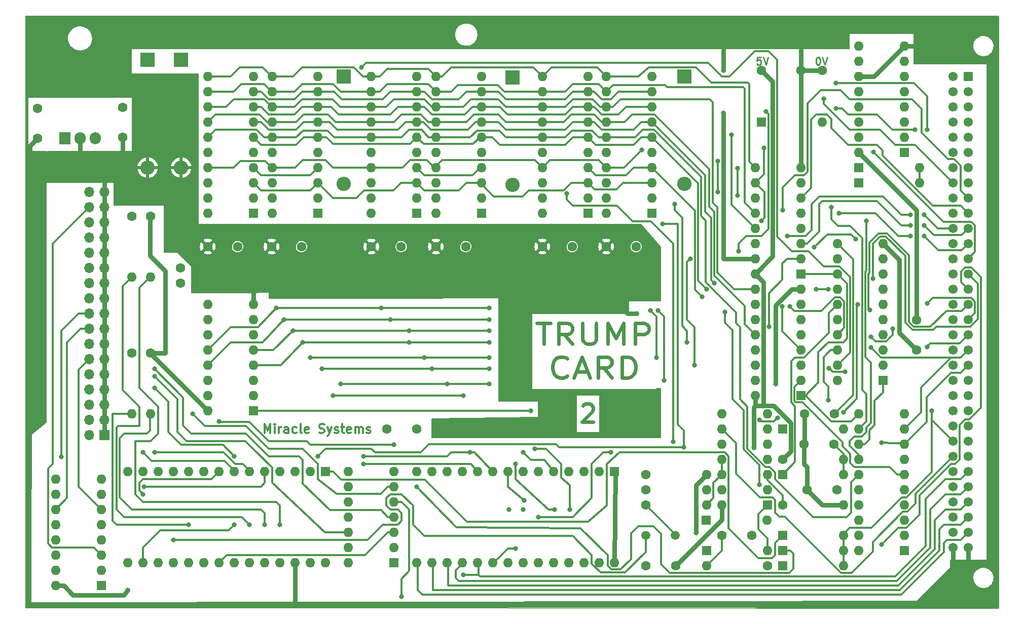
<source format=gbr>
%TF.GenerationSoftware,KiCad,Pcbnew,6.0.8-f2edbf62ab~116~ubuntu22.04.1*%
%TF.CreationDate,2022-10-02T00:14:38+02:00*%
%TF.ProjectId,ql_trump_v2_disk_interface,716c5f74-7275-46d7-905f-76325f646973,01*%
%TF.SameCoordinates,Original*%
%TF.FileFunction,Copper,L1,Top*%
%TF.FilePolarity,Positive*%
%FSLAX46Y46*%
G04 Gerber Fmt 4.6, Leading zero omitted, Abs format (unit mm)*
G04 Created by KiCad (PCBNEW 6.0.8-f2edbf62ab~116~ubuntu22.04.1) date 2022-10-02 00:14:38*
%MOMM*%
%LPD*%
G01*
G04 APERTURE LIST*
G04 Aperture macros list*
%AMRoundRect*
0 Rectangle with rounded corners*
0 $1 Rounding radius*
0 $2 $3 $4 $5 $6 $7 $8 $9 X,Y pos of 4 corners*
0 Add a 4 corners polygon primitive as box body*
4,1,4,$2,$3,$4,$5,$6,$7,$8,$9,$2,$3,0*
0 Add four circle primitives for the rounded corners*
1,1,$1+$1,$2,$3*
1,1,$1+$1,$4,$5*
1,1,$1+$1,$6,$7*
1,1,$1+$1,$8,$9*
0 Add four rect primitives between the rounded corners*
20,1,$1+$1,$2,$3,$4,$5,0*
20,1,$1+$1,$4,$5,$6,$7,0*
20,1,$1+$1,$6,$7,$8,$9,0*
20,1,$1+$1,$8,$9,$2,$3,0*%
G04 Aperture macros list end*
%TA.AperFunction,Profile*%
%ADD10C,0.050000*%
%TD*%
%ADD11C,0.300000*%
%TA.AperFunction,NonConductor*%
%ADD12C,0.300000*%
%TD*%
%ADD13C,0.600000*%
%TA.AperFunction,NonConductor*%
%ADD14C,0.600000*%
%TD*%
%ADD15C,0.250000*%
%TA.AperFunction,NonConductor*%
%ADD16C,0.250000*%
%TD*%
%TA.AperFunction,ComponentPad*%
%ADD17R,1.905000X2.000000*%
%TD*%
%TA.AperFunction,ComponentPad*%
%ADD18O,1.905000X2.000000*%
%TD*%
%TA.AperFunction,ComponentPad*%
%ADD19R,1.600000X1.600000*%
%TD*%
%TA.AperFunction,ComponentPad*%
%ADD20O,1.600000X1.600000*%
%TD*%
%TA.AperFunction,ComponentPad*%
%ADD21C,1.600000*%
%TD*%
%TA.AperFunction,ComponentPad*%
%ADD22R,2.400000X2.400000*%
%TD*%
%TA.AperFunction,ComponentPad*%
%ADD23O,2.400000X2.400000*%
%TD*%
%TA.AperFunction,ComponentPad*%
%ADD24RoundRect,0.249999X-0.525001X0.525001X-0.525001X-0.525001X0.525001X-0.525001X0.525001X0.525001X0*%
%TD*%
%TA.AperFunction,ComponentPad*%
%ADD25C,1.550000*%
%TD*%
%TA.AperFunction,ComponentPad*%
%ADD26C,1.500000*%
%TD*%
%TA.AperFunction,ComponentPad*%
%ADD27R,1.700000X1.700000*%
%TD*%
%TA.AperFunction,ComponentPad*%
%ADD28O,1.700000X1.700000*%
%TD*%
%TA.AperFunction,ViaPad*%
%ADD29C,0.800000*%
%TD*%
%TA.AperFunction,ViaPad*%
%ADD30C,1.600000*%
%TD*%
%TA.AperFunction,Conductor*%
%ADD31C,0.750000*%
%TD*%
%TA.AperFunction,Conductor*%
%ADD32C,0.500000*%
%TD*%
%TA.AperFunction,Conductor*%
%ADD33C,0.350000*%
%TD*%
G04 APERTURE END LIST*
D10*
X201422000Y-44323000D02*
X38862000Y-44323000D01*
X201422000Y-143383000D02*
X201422000Y-44323000D01*
X38862000Y-44323000D02*
X38862000Y-143344900D01*
X114427000Y-47498000D02*
G75*
G03*
X114427000Y-47498000I-1905000J0D01*
G01*
X38862000Y-143344900D02*
X201422000Y-143383000D01*
D11*
D12*
X78808571Y-114089571D02*
X78808571Y-112589571D01*
X79308571Y-113661000D01*
X79808571Y-112589571D01*
X79808571Y-114089571D01*
X80522857Y-114089571D02*
X80522857Y-113089571D01*
X80522857Y-112589571D02*
X80451428Y-112661000D01*
X80522857Y-112732428D01*
X80594285Y-112661000D01*
X80522857Y-112589571D01*
X80522857Y-112732428D01*
X81237142Y-114089571D02*
X81237142Y-113089571D01*
X81237142Y-113375285D02*
X81308571Y-113232428D01*
X81380000Y-113161000D01*
X81522857Y-113089571D01*
X81665714Y-113089571D01*
X82808571Y-114089571D02*
X82808571Y-113303857D01*
X82737142Y-113161000D01*
X82594285Y-113089571D01*
X82308571Y-113089571D01*
X82165714Y-113161000D01*
X82808571Y-114018142D02*
X82665714Y-114089571D01*
X82308571Y-114089571D01*
X82165714Y-114018142D01*
X82094285Y-113875285D01*
X82094285Y-113732428D01*
X82165714Y-113589571D01*
X82308571Y-113518142D01*
X82665714Y-113518142D01*
X82808571Y-113446714D01*
X84165714Y-114018142D02*
X84022857Y-114089571D01*
X83737142Y-114089571D01*
X83594285Y-114018142D01*
X83522857Y-113946714D01*
X83451428Y-113803857D01*
X83451428Y-113375285D01*
X83522857Y-113232428D01*
X83594285Y-113161000D01*
X83737142Y-113089571D01*
X84022857Y-113089571D01*
X84165714Y-113161000D01*
X85022857Y-114089571D02*
X84880000Y-114018142D01*
X84808571Y-113875285D01*
X84808571Y-112589571D01*
X86165714Y-114018142D02*
X86022857Y-114089571D01*
X85737142Y-114089571D01*
X85594285Y-114018142D01*
X85522857Y-113875285D01*
X85522857Y-113303857D01*
X85594285Y-113161000D01*
X85737142Y-113089571D01*
X86022857Y-113089571D01*
X86165714Y-113161000D01*
X86237142Y-113303857D01*
X86237142Y-113446714D01*
X85522857Y-113589571D01*
X87951428Y-114018142D02*
X88165714Y-114089571D01*
X88522857Y-114089571D01*
X88665714Y-114018142D01*
X88737142Y-113946714D01*
X88808571Y-113803857D01*
X88808571Y-113661000D01*
X88737142Y-113518142D01*
X88665714Y-113446714D01*
X88522857Y-113375285D01*
X88237142Y-113303857D01*
X88094285Y-113232428D01*
X88022857Y-113161000D01*
X87951428Y-113018142D01*
X87951428Y-112875285D01*
X88022857Y-112732428D01*
X88094285Y-112661000D01*
X88237142Y-112589571D01*
X88594285Y-112589571D01*
X88808571Y-112661000D01*
X89308571Y-113089571D02*
X89665714Y-114089571D01*
X90022857Y-113089571D02*
X89665714Y-114089571D01*
X89522857Y-114446714D01*
X89451428Y-114518142D01*
X89308571Y-114589571D01*
X90522857Y-114018142D02*
X90665714Y-114089571D01*
X90951428Y-114089571D01*
X91094285Y-114018142D01*
X91165714Y-113875285D01*
X91165714Y-113803857D01*
X91094285Y-113661000D01*
X90951428Y-113589571D01*
X90737142Y-113589571D01*
X90594285Y-113518142D01*
X90522857Y-113375285D01*
X90522857Y-113303857D01*
X90594285Y-113161000D01*
X90737142Y-113089571D01*
X90951428Y-113089571D01*
X91094285Y-113161000D01*
X91594285Y-113089571D02*
X92165714Y-113089571D01*
X91808571Y-112589571D02*
X91808571Y-113875285D01*
X91880000Y-114018142D01*
X92022857Y-114089571D01*
X92165714Y-114089571D01*
X93237142Y-114018142D02*
X93094285Y-114089571D01*
X92808571Y-114089571D01*
X92665714Y-114018142D01*
X92594285Y-113875285D01*
X92594285Y-113303857D01*
X92665714Y-113161000D01*
X92808571Y-113089571D01*
X93094285Y-113089571D01*
X93237142Y-113161000D01*
X93308571Y-113303857D01*
X93308571Y-113446714D01*
X92594285Y-113589571D01*
X93951428Y-114089571D02*
X93951428Y-113089571D01*
X93951428Y-113232428D02*
X94022857Y-113161000D01*
X94165714Y-113089571D01*
X94380000Y-113089571D01*
X94522857Y-113161000D01*
X94594285Y-113303857D01*
X94594285Y-114089571D01*
X94594285Y-113303857D02*
X94665714Y-113161000D01*
X94808571Y-113089571D01*
X95022857Y-113089571D01*
X95165714Y-113161000D01*
X95237142Y-113303857D01*
X95237142Y-114089571D01*
X95880000Y-114018142D02*
X96022857Y-114089571D01*
X96308571Y-114089571D01*
X96451428Y-114018142D01*
X96522857Y-113875285D01*
X96522857Y-113803857D01*
X96451428Y-113661000D01*
X96308571Y-113589571D01*
X96094285Y-113589571D01*
X95951428Y-113518142D01*
X95880000Y-113375285D01*
X95880000Y-113303857D01*
X95951428Y-113161000D01*
X96094285Y-113089571D01*
X96308571Y-113089571D01*
X96451428Y-113161000D01*
D13*
D14*
X131984857Y-109513857D02*
X132127714Y-109371000D01*
X132413428Y-109228142D01*
X133127714Y-109228142D01*
X133413428Y-109371000D01*
X133556285Y-109513857D01*
X133699142Y-109799571D01*
X133699142Y-110085285D01*
X133556285Y-110513857D01*
X131842000Y-112228142D01*
X133699142Y-112228142D01*
D13*
D14*
X124334190Y-95722833D02*
X126619904Y-95722833D01*
X125477047Y-99222833D02*
X125477047Y-95722833D01*
X130238952Y-99222833D02*
X128905619Y-97556166D01*
X127953238Y-99222833D02*
X127953238Y-95722833D01*
X129477047Y-95722833D01*
X129858000Y-95889500D01*
X130048476Y-96056166D01*
X130238952Y-96389500D01*
X130238952Y-96889500D01*
X130048476Y-97222833D01*
X129858000Y-97389500D01*
X129477047Y-97556166D01*
X127953238Y-97556166D01*
X131953238Y-95722833D02*
X131953238Y-98556166D01*
X132143714Y-98889500D01*
X132334190Y-99056166D01*
X132715142Y-99222833D01*
X133477047Y-99222833D01*
X133858000Y-99056166D01*
X134048476Y-98889500D01*
X134238952Y-98556166D01*
X134238952Y-95722833D01*
X136143714Y-99222833D02*
X136143714Y-95722833D01*
X137477047Y-98222833D01*
X138810380Y-95722833D01*
X138810380Y-99222833D01*
X140715142Y-99222833D02*
X140715142Y-95722833D01*
X142238952Y-95722833D01*
X142619904Y-95889500D01*
X142810380Y-96056166D01*
X143000857Y-96389500D01*
X143000857Y-96889500D01*
X142810380Y-97222833D01*
X142619904Y-97389500D01*
X142238952Y-97556166D01*
X140715142Y-97556166D01*
X129381809Y-104524500D02*
X129191333Y-104691166D01*
X128619904Y-104857833D01*
X128238952Y-104857833D01*
X127667523Y-104691166D01*
X127286571Y-104357833D01*
X127096095Y-104024500D01*
X126905619Y-103357833D01*
X126905619Y-102857833D01*
X127096095Y-102191166D01*
X127286571Y-101857833D01*
X127667523Y-101524500D01*
X128238952Y-101357833D01*
X128619904Y-101357833D01*
X129191333Y-101524500D01*
X129381809Y-101691166D01*
X130905619Y-103857833D02*
X132810380Y-103857833D01*
X130524666Y-104857833D02*
X131858000Y-101357833D01*
X133191333Y-104857833D01*
X136810380Y-104857833D02*
X135477047Y-103191166D01*
X134524666Y-104857833D02*
X134524666Y-101357833D01*
X136048476Y-101357833D01*
X136429428Y-101524500D01*
X136619904Y-101691166D01*
X136810380Y-102024500D01*
X136810380Y-102524500D01*
X136619904Y-102857833D01*
X136429428Y-103024500D01*
X136048476Y-103191166D01*
X134524666Y-103191166D01*
X138524666Y-104857833D02*
X138524666Y-101357833D01*
X139477047Y-101357833D01*
X140048476Y-101524500D01*
X140429428Y-101857833D01*
X140619904Y-102191166D01*
X140810380Y-102857833D01*
X140810380Y-103357833D01*
X140619904Y-104024500D01*
X140429428Y-104357833D01*
X140048476Y-104691166D01*
X139477047Y-104857833D01*
X138524666Y-104857833D01*
D15*
D16*
X161699428Y-51258476D02*
X161104190Y-51258476D01*
X161044666Y-51853714D01*
X161104190Y-51794190D01*
X161223238Y-51734666D01*
X161520857Y-51734666D01*
X161639904Y-51794190D01*
X161699428Y-51853714D01*
X161758952Y-51972761D01*
X161758952Y-52270380D01*
X161699428Y-52389428D01*
X161639904Y-52448952D01*
X161520857Y-52508476D01*
X161223238Y-52508476D01*
X161104190Y-52448952D01*
X161044666Y-52389428D01*
X162116095Y-51258476D02*
X162532761Y-52508476D01*
X162949428Y-51258476D01*
X171223238Y-51258476D02*
X171342285Y-51258476D01*
X171461333Y-51318000D01*
X171520857Y-51377523D01*
X171580380Y-51496571D01*
X171639904Y-51734666D01*
X171639904Y-52032285D01*
X171580380Y-52270380D01*
X171520857Y-52389428D01*
X171461333Y-52448952D01*
X171342285Y-52508476D01*
X171223238Y-52508476D01*
X171104190Y-52448952D01*
X171044666Y-52389428D01*
X170985142Y-52270380D01*
X170925619Y-52032285D01*
X170925619Y-51734666D01*
X170985142Y-51496571D01*
X171044666Y-51377523D01*
X171104190Y-51318000D01*
X171223238Y-51258476D01*
X171997047Y-51258476D02*
X172413714Y-52508476D01*
X172830380Y-51258476D01*
D17*
%TO.P,U18,1,VI*%
%TO.N,+9V*%
X45466000Y-64793000D03*
D18*
%TO.P,U18,2,GND*%
%TO.N,GND*%
X48006000Y-64793000D03*
%TO.P,U18,3,VO*%
%TO.N,+5V*%
X50546000Y-64793000D03*
%TD*%
D19*
%TO.P,U6,1,S*%
%TO.N,/MUX*%
X168402000Y-87503000D03*
D20*
%TO.P,U6,2,I0a*%
%TO.N,/A7*%
X168402000Y-84963000D03*
%TO.P,U6,3,I1a*%
%TO.N,/A5*%
X168402000Y-82423000D03*
%TO.P,U6,4,Za*%
%TO.N,/MA2*%
X168402000Y-79883000D03*
%TO.P,U6,5,I0b*%
%TO.N,/A6*%
X168402000Y-77343000D03*
%TO.P,U6,6,I1b*%
%TO.N,/A4*%
X168402000Y-74803000D03*
%TO.P,U6,7,Zb*%
%TO.N,/MA3*%
X168402000Y-72263000D03*
%TO.P,U6,8,GND*%
%TO.N,GND*%
X168402000Y-69723000D03*
%TO.P,U6,9,Zc*%
%TO.N,/MA4*%
X160782000Y-69723000D03*
%TO.P,U6,10,I1c*%
%TO.N,/A2*%
X160782000Y-72263000D03*
%TO.P,U6,11,I0c*%
%TO.N,/A3*%
X160782000Y-74803000D03*
%TO.P,U6,12,Zd*%
%TO.N,/MA5*%
X160782000Y-77343000D03*
%TO.P,U6,13,I1d*%
%TO.N,/A1*%
X160782000Y-79883000D03*
%TO.P,U6,14,I0d*%
%TO.N,/A0*%
X160782000Y-82423000D03*
%TO.P,U6,15,E*%
%TO.N,GND*%
X160782000Y-84963000D03*
%TO.P,U6,16,VCC*%
%TO.N,+5V*%
X160782000Y-87503000D03*
%TD*%
D21*
%TO.P,C3,1*%
%TO.N,Net-(C3-Pad1)*%
X173910000Y-115951000D03*
%TO.P,C3,2*%
%TO.N,GND*%
X168910000Y-115951000D03*
%TD*%
%TO.P,C15,1*%
%TO.N,+9V*%
X40894000Y-59793000D03*
%TO.P,C15,2*%
%TO.N,GND*%
X40894000Y-64793000D03*
%TD*%
D22*
%TO.P,C25,1*%
%TO.N,+5V*%
X148982500Y-54483000D03*
D23*
%TO.P,C25,2*%
%TO.N,GND*%
X148982500Y-72483000D03*
%TD*%
D19*
%TO.P,U10,1,D0*%
%TO.N,/D4*%
X104257000Y-77338000D03*
D20*
%TO.P,U10,2,D1*%
%TO.N,/D5*%
X104257000Y-74798000D03*
%TO.P,U10,3,~{WR}*%
%TO.N,/RW*%
X104257000Y-72258000D03*
%TO.P,U10,4,~{RAS}*%
%TO.N,/RAS1*%
X104257000Y-69718000D03*
%TO.P,U10,5,N.C.*%
%TO.N,unconnected-(U10-Pad5)*%
X104257000Y-67178000D03*
%TO.P,U10,6,A0*%
%TO.N,/MA0*%
X104257000Y-64638000D03*
%TO.P,U10,7,A1*%
%TO.N,/MA1*%
X104257000Y-62098000D03*
%TO.P,U10,8,A2*%
%TO.N,/MA2*%
X104257000Y-59558000D03*
%TO.P,U10,9,A3*%
%TO.N,/MA3*%
X104257000Y-57018000D03*
%TO.P,U10,10,VCC*%
%TO.N,+5V*%
X104257000Y-54478000D03*
%TO.P,U10,11,A4*%
%TO.N,/MA4*%
X96637000Y-54478000D03*
%TO.P,U10,12,A5*%
%TO.N,/MA5*%
X96637000Y-57018000D03*
%TO.P,U10,13,A6*%
%TO.N,/MA6*%
X96637000Y-59558000D03*
%TO.P,U10,14,A7*%
%TO.N,/MA7*%
X96637000Y-62098000D03*
%TO.P,U10,15,A8*%
%TO.N,/MA8*%
X96637000Y-64638000D03*
%TO.P,U10,16,~{OE}*%
%TO.N,GND*%
X96637000Y-67178000D03*
%TO.P,U10,17,~{CAS}*%
%TO.N,/CAS*%
X96637000Y-69718000D03*
%TO.P,U10,18,D2*%
%TO.N,/D6*%
X96637000Y-72258000D03*
%TO.P,U10,19,D3*%
%TO.N,/D7*%
X96637000Y-74798000D03*
%TO.P,U10,20,GND*%
%TO.N,GND*%
X96637000Y-77338000D03*
%TD*%
D21*
%TO.P,R4,1*%
%TO.N,Net-(C2-Pad2)*%
X142494000Y-121031000D03*
D20*
%TO.P,R4,2*%
%TO.N,GND*%
X152654000Y-121031000D03*
%TD*%
D19*
%TO.P,U2,1,I1/CLK*%
%TO.N,Net-(U1-Pad13)*%
X182118000Y-105283000D03*
D20*
%TO.P,U2,2,I2*%
%TO.N,/A19*%
X182118000Y-102743000D03*
%TO.P,U2,3,I3*%
%TO.N,/A18*%
X182118000Y-100203000D03*
%TO.P,U2,4,I4*%
%TO.N,/A17*%
X182118000Y-97663000D03*
%TO.P,U2,5,I5*%
%TO.N,/DS*%
X182118000Y-95123000D03*
%TO.P,U2,6,I6*%
%TO.N,Net-(U2-Pad6)*%
X182118000Y-92583000D03*
%TO.P,U2,7,I7*%
%TO.N,Net-(U2-Pad7)*%
X182118000Y-90043000D03*
%TO.P,U2,8,I8*%
%TO.N,Net-(U2-Pad8)*%
X182118000Y-87503000D03*
%TO.P,U2,9,I9*%
%TO.N,/GAL2_P9*%
X182118000Y-84963000D03*
%TO.P,U2,10,GND*%
%TO.N,GND*%
X182118000Y-82423000D03*
%TO.P,U2,11,I10/~{OE}*%
%TO.N,Net-(C2-Pad2)*%
X174498000Y-82423000D03*
%TO.P,U2,12,IO8*%
%TO.N,/CAS*%
X174498000Y-84963000D03*
%TO.P,U2,13,IO7*%
%TO.N,/MUX*%
X174498000Y-87503000D03*
%TO.P,U2,14,IO6*%
%TO.N,Net-(D3-Pad1)*%
X174498000Y-90043000D03*
%TO.P,U2,15,IO5*%
%TO.N,/GAL2_P15*%
X174498000Y-92583000D03*
%TO.P,U2,16,IO4*%
%TO.N,Net-(D2-Pad1)*%
X174498000Y-95123000D03*
%TO.P,U2,17,I03*%
%TO.N,/RAS2*%
X174498000Y-97663000D03*
%TO.P,U2,18,IO2*%
%TO.N,/RAS1*%
X174498000Y-100203000D03*
%TO.P,U2,19,IO1*%
%TO.N,/RAS0*%
X174498000Y-102743000D03*
%TO.P,U2,20,VCC*%
%TO.N,+5V*%
X174498000Y-105283000D03*
%TD*%
D19*
%TO.P,U7,1,D0*%
%TO.N,/D0*%
X143510000Y-77343000D03*
D20*
%TO.P,U7,2,D1*%
%TO.N,/D1*%
X143510000Y-74803000D03*
%TO.P,U7,3,~{WR}*%
%TO.N,/RW*%
X143510000Y-72263000D03*
%TO.P,U7,4,~{RAS}*%
%TO.N,/RAS2*%
X143510000Y-69723000D03*
%TO.P,U7,5,N.C.*%
%TO.N,unconnected-(U7-Pad5)*%
X143510000Y-67183000D03*
%TO.P,U7,6,A0*%
%TO.N,/MA0*%
X143510000Y-64643000D03*
%TO.P,U7,7,A1*%
%TO.N,/MA1*%
X143510000Y-62103000D03*
%TO.P,U7,8,A2*%
%TO.N,/MA2*%
X143510000Y-59563000D03*
%TO.P,U7,9,A3*%
%TO.N,/MA3*%
X143510000Y-57023000D03*
%TO.P,U7,10,VCC*%
%TO.N,+5V*%
X143510000Y-54483000D03*
%TO.P,U7,11,A4*%
%TO.N,/MA4*%
X135890000Y-54483000D03*
%TO.P,U7,12,A5*%
%TO.N,/MA5*%
X135890000Y-57023000D03*
%TO.P,U7,13,A6*%
%TO.N,/MA6*%
X135890000Y-59563000D03*
%TO.P,U7,14,A7*%
%TO.N,/MA7*%
X135890000Y-62103000D03*
%TO.P,U7,15,A8*%
%TO.N,/MA8*%
X135890000Y-64643000D03*
%TO.P,U7,16,~{OE}*%
%TO.N,GND*%
X135890000Y-67183000D03*
%TO.P,U7,17,~{CAS}*%
%TO.N,/CAS*%
X135890000Y-69723000D03*
%TO.P,U7,18,D2*%
%TO.N,/D2*%
X135890000Y-72263000D03*
%TO.P,U7,19,D3*%
%TO.N,/D3*%
X135890000Y-74803000D03*
%TO.P,U7,20,GND*%
%TO.N,GND*%
X135890000Y-77343000D03*
%TD*%
D19*
%TO.P,U14,1,VPP*%
%TO.N,+5V*%
X137287000Y-120523000D03*
D20*
%TO.P,U14,2,A12*%
%TO.N,/A12*%
X134747000Y-120523000D03*
%TO.P,U14,3,A7*%
%TO.N,/A7*%
X132207000Y-120523000D03*
%TO.P,U14,4,A6*%
%TO.N,/A6*%
X129667000Y-120523000D03*
%TO.P,U14,5,A5*%
%TO.N,/A5*%
X127127000Y-120523000D03*
%TO.P,U14,6,A4*%
%TO.N,/A4*%
X124587000Y-120523000D03*
%TO.P,U14,7,A3*%
%TO.N,/A3*%
X122047000Y-120523000D03*
%TO.P,U14,8,A2*%
%TO.N,/A2*%
X119507000Y-120523000D03*
%TO.P,U14,9,A1*%
%TO.N,/A1*%
X116967000Y-120523000D03*
%TO.P,U14,10,A0*%
%TO.N,/A0*%
X114427000Y-120523000D03*
%TO.P,U14,11,D0*%
%TO.N,/D0*%
X111887000Y-120523000D03*
%TO.P,U14,12,D1*%
%TO.N,/D1*%
X109347000Y-120523000D03*
%TO.P,U14,13,D2*%
%TO.N,/D2*%
X106807000Y-120523000D03*
%TO.P,U14,14,GND*%
%TO.N,GND*%
X104267000Y-120523000D03*
%TO.P,U14,15,D3*%
%TO.N,/D3*%
X104267000Y-135763000D03*
%TO.P,U14,16,D4*%
%TO.N,/D4*%
X106807000Y-135763000D03*
%TO.P,U14,17,D5*%
%TO.N,/D5*%
X109347000Y-135763000D03*
%TO.P,U14,18,D6*%
%TO.N,/D6*%
X111887000Y-135763000D03*
%TO.P,U14,19,D7*%
%TO.N,/D7*%
X114427000Y-135763000D03*
%TO.P,U14,20,~{CE}*%
%TO.N,/ROM_CE*%
X116967000Y-135763000D03*
%TO.P,U14,21,A10*%
%TO.N,/A10*%
X119507000Y-135763000D03*
%TO.P,U14,22,~{OE}*%
%TO.N,/ROM_OE*%
X122047000Y-135763000D03*
%TO.P,U14,23,A11*%
%TO.N,/A11*%
X124587000Y-135763000D03*
%TO.P,U14,24,A9*%
%TO.N,/A9*%
X127127000Y-135763000D03*
%TO.P,U14,25,A8*%
%TO.N,/A8*%
X129667000Y-135763000D03*
%TO.P,U14,26,A13*%
%TO.N,/A13*%
X132207000Y-135763000D03*
%TO.P,U14,27,A14*%
%TO.N,/A14*%
X134747000Y-135763000D03*
%TO.P,U14,28,VCC*%
%TO.N,+5V*%
X137287000Y-135763000D03*
%TD*%
D19*
%TO.P,D8,1,K*%
%TO.N,/ROM_CE*%
X165354000Y-136271000D03*
D20*
%TO.P,D8,2,A*%
%TO.N,/DTACKL*%
X175514000Y-136271000D03*
%TD*%
D24*
%TO.P,J1,a1,Vin*%
%TO.N,+9V*%
X196342000Y-54483000D03*
D25*
%TO.P,J1,a2,-12V*%
%TO.N,unconnected-(J1-Pada2)*%
X196342000Y-57023000D03*
%TO.P,J1,a3,+12V*%
%TO.N,unconnected-(J1-Pada3)*%
X196342000Y-59563000D03*
%TO.P,J1,a4,SP0*%
%TO.N,/SP0*%
X196342000Y-62103000D03*
%TO.P,J1,a5,SP1*%
%TO.N,/SP1*%
X196342000Y-64643000D03*
%TO.P,J1,a6,~{DSMC}*%
%TO.N,/DSMC*%
X196342000Y-67183000D03*
%TO.P,J1,a7,SP2*%
%TO.N,/SP2*%
X196342000Y-69723000D03*
%TO.P,J1,a8,~{DBG}*%
%TO.N,unconnected-(J1-Pada8)*%
X196342000Y-72263000D03*
%TO.P,J1,a9,A3*%
%TO.N,/A3*%
X196342000Y-74803000D03*
%TO.P,J1,a10,A4*%
%TO.N,/A4*%
X196342000Y-77343000D03*
%TO.P,J1,a11,A5*%
%TO.N,/A5*%
X196342000Y-79883000D03*
%TO.P,J1,a12,A6*%
%TO.N,/A6*%
X196342000Y-82423000D03*
%TO.P,J1,a13,A7*%
%TO.N,/A7*%
X196342000Y-84963000D03*
%TO.P,J1,a14,A8*%
%TO.N,/A8*%
X196342000Y-87503000D03*
%TO.P,J1,a15,A9*%
%TO.N,/A9*%
X196342000Y-90043000D03*
%TO.P,J1,a16,A10*%
%TO.N,/A10*%
X196342000Y-92583000D03*
%TO.P,J1,a17,A11*%
%TO.N,/A11*%
X196342000Y-95123000D03*
%TO.P,J1,a18,A12*%
%TO.N,/A12*%
X196342000Y-97663000D03*
%TO.P,J1,a19,A13*%
%TO.N,/A13*%
X196342000Y-100203000D03*
%TO.P,J1,a20,A14*%
%TO.N,/A14*%
X196342000Y-102743000D03*
%TO.P,J1,a21,RED*%
%TO.N,unconnected-(J1-Pada21)*%
X196342000Y-105283000D03*
%TO.P,J1,a22,CLKCPU*%
%TO.N,unconnected-(J1-Pada22)*%
X196342000Y-107823000D03*
%TO.P,J1,a23,A16*%
%TO.N,/A16*%
X196342000Y-110363000D03*
%TO.P,J1,a24,A17*%
%TO.N,/A17*%
X196342000Y-112903000D03*
%TO.P,J1,a25,A18*%
%TO.N,/A18*%
X196342000Y-115443000D03*
%TO.P,J1,a26,A19*%
%TO.N,/A19*%
X196342000Y-117983000D03*
%TO.P,J1,a27,D7*%
%TO.N,/D7*%
X196342000Y-120523000D03*
%TO.P,J1,a28,D6*%
%TO.N,/D6*%
X196342000Y-123063000D03*
%TO.P,J1,a29,D5*%
%TO.N,/D5*%
X196342000Y-125603000D03*
%TO.P,J1,a30,D4*%
%TO.N,/D4*%
X196342000Y-128143000D03*
%TO.P,J1,a31,D3*%
%TO.N,/D3*%
X196342000Y-130683000D03*
%TO.P,J1,a32,GND*%
%TO.N,GND*%
X196342000Y-133223000D03*
%TO.P,J1,b1,Vin*%
%TO.N,+9V*%
X193802000Y-54483000D03*
%TO.P,J1,b2,Vin*%
X193802000Y-57023000D03*
%TO.P,J1,b3,~{EXTINT}*%
%TO.N,/EXTINTL*%
X193802000Y-59563000D03*
%TO.P,J1,b4,~{IPL1}*%
%TO.N,unconnected-(J1-Padb4)*%
X193802000Y-62103000D03*
%TO.P,J1,b5,~{BERR}*%
%TO.N,unconnected-(J1-Padb5)*%
X193802000Y-64643000D03*
%TO.P,J1,b6,~{IPLO}*%
%TO.N,unconnected-(J1-Padb6)*%
X193802000Y-67183000D03*
%TO.P,J1,b7,SP3*%
%TO.N,/SP3*%
X193802000Y-69723000D03*
%TO.P,J1,b8,A2*%
%TO.N,/A2*%
X193802000Y-72263000D03*
%TO.P,J1,b9,G9*%
%TO.N,/A1*%
X193802000Y-74803000D03*
%TO.P,J1,b10,ROMOEH*%
%TO.N,unconnected-(J1-Padb10)*%
X193802000Y-77343000D03*
%TO.P,J1,b11,A0*%
%TO.N,/A0*%
X193802000Y-79883000D03*
%TO.P,J1,b12,FC0*%
%TO.N,unconnected-(J1-Padb12)*%
X193802000Y-82423000D03*
%TO.P,J1,b13,FC1*%
%TO.N,unconnected-(J1-Padb13)*%
X193802000Y-84963000D03*
%TO.P,J1,b14,FC2*%
%TO.N,unconnected-(J1-Padb14)*%
X193802000Y-87503000D03*
%TO.P,J1,b15,BLUE*%
%TO.N,unconnected-(J1-Padb15)*%
X193802000Y-90043000D03*
%TO.P,J1,b16,GREEN*%
%TO.N,unconnected-(J1-Padb16)*%
X193802000Y-92583000D03*
%TO.P,J1,b17,~{VPA}*%
%TO.N,/VPA*%
X193802000Y-95123000D03*
%TO.P,J1,b18,VSYNCH*%
%TO.N,unconnected-(J1-Padb18)*%
X193802000Y-97663000D03*
%TO.P,J1,b19,E*%
%TO.N,/E*%
X193802000Y-100203000D03*
%TO.P,J1,b20,~{CSYNC}*%
%TO.N,unconnected-(J1-Padb20)*%
X193802000Y-102743000D03*
%TO.P,J1,b21,~{RESETCPU}*%
%TO.N,/RESET*%
X193802000Y-105283000D03*
%TO.P,J1,b22,A15*%
%TO.N,/A15*%
X193802000Y-107823000D03*
%TO.P,J1,b23,~{BR}*%
%TO.N,unconnected-(J1-Padb23)*%
X193802000Y-110363000D03*
%TO.P,J1,b24,~{BG}*%
%TO.N,unconnected-(J1-Padb24)*%
X193802000Y-112903000D03*
%TO.P,J1,b25,~{DTACK}*%
%TO.N,/DTACKL*%
X193802000Y-115443000D03*
%TO.P,J1,b26,~{DRW}*%
%TO.N,/RW*%
X193802000Y-117983000D03*
%TO.P,J1,b27,~{DS}*%
%TO.N,/DS*%
X193802000Y-120523000D03*
%TO.P,J1,b28,~{AS}*%
%TO.N,unconnected-(J1-Padb28)*%
X193802000Y-123063000D03*
%TO.P,J1,b29,D0*%
%TO.N,/D0*%
X193802000Y-125603000D03*
%TO.P,J1,b30,D1*%
%TO.N,/D1*%
X193802000Y-128143000D03*
%TO.P,J1,b31,D2*%
%TO.N,/D2*%
X193802000Y-130683000D03*
%TO.P,J1,b32,GND*%
%TO.N,GND*%
X193802000Y-133223000D03*
%TD*%
D26*
%TO.P,Y1,1,1*%
%TO.N,/CLK*%
X142494000Y-131191000D03*
%TO.P,Y1,2,2*%
%TO.N,Net-(R6-Pad1)*%
X147394000Y-131191000D03*
%TD*%
D19*
%TO.P,D10,1,K*%
%TO.N,/CLKCT*%
X152654000Y-133731000D03*
D20*
%TO.P,D10,2,A*%
%TO.N,Net-(C5-Pad1)*%
X162814000Y-133731000D03*
%TD*%
D27*
%TO.P,J2,1,Pin_1*%
%TO.N,GND*%
X52070000Y-114427000D03*
D28*
%TO.P,J2,2,Pin_2*%
%TO.N,unconnected-(J2-Pad2)*%
X49530000Y-114427000D03*
%TO.P,J2,3,Pin_3*%
%TO.N,GND*%
X52070000Y-111887000D03*
%TO.P,J2,4,Pin_4*%
%TO.N,unconnected-(J2-Pad4)*%
X49530000Y-111887000D03*
%TO.P,J2,5,Pin_5*%
%TO.N,GND*%
X52070000Y-109347000D03*
%TO.P,J2,6,Pin_6*%
%TO.N,/DS3*%
X49530000Y-109347000D03*
%TO.P,J2,7,Pin_7*%
%TO.N,GND*%
X52070000Y-106807000D03*
%TO.P,J2,8,Pin_8*%
%TO.N,/FDC_IP*%
X49530000Y-106807000D03*
%TO.P,J2,9,Pin_9*%
%TO.N,GND*%
X52070000Y-104267000D03*
%TO.P,J2,10,Pin_10*%
%TO.N,/DS0*%
X49530000Y-104267000D03*
%TO.P,J2,11,Pin_11*%
%TO.N,GND*%
X52070000Y-101727000D03*
%TO.P,J2,12,Pin_12*%
%TO.N,/DS1*%
X49530000Y-101727000D03*
%TO.P,J2,13,Pin_13*%
%TO.N,GND*%
X52070000Y-99187000D03*
%TO.P,J2,14,Pin_14*%
%TO.N,/DS2*%
X49530000Y-99187000D03*
%TO.P,J2,15,Pin_15*%
%TO.N,GND*%
X52070000Y-96647000D03*
%TO.P,J2,16,Pin_16*%
%TO.N,/MOTOR_ON*%
X49530000Y-96647000D03*
%TO.P,J2,17,Pin_17*%
%TO.N,GND*%
X52070000Y-94107000D03*
%TO.P,J2,18,Pin_18*%
%TO.N,/DIR*%
X49530000Y-94107000D03*
%TO.P,J2,19,Pin_19*%
%TO.N,GND*%
X52070000Y-91567000D03*
%TO.P,J2,20,Pin_20*%
%TO.N,/STEP*%
X49530000Y-91567000D03*
%TO.P,J2,21,Pin_21*%
%TO.N,GND*%
X52070000Y-89027000D03*
%TO.P,J2,22,Pin_22*%
%TO.N,/DATA_WR*%
X49530000Y-89027000D03*
%TO.P,J2,23,Pin_23*%
%TO.N,GND*%
X52070000Y-86487000D03*
%TO.P,J2,24,Pin_24*%
%TO.N,/GATE_WR*%
X49530000Y-86487000D03*
%TO.P,J2,25,Pin_25*%
%TO.N,GND*%
X52070000Y-83947000D03*
%TO.P,J2,26,Pin_26*%
%TO.N,/FDC_T0*%
X49530000Y-83947000D03*
%TO.P,J2,27,Pin_27*%
%TO.N,GND*%
X52070000Y-81407000D03*
%TO.P,J2,28,Pin_28*%
%TO.N,/FDC_WPRT*%
X49530000Y-81407000D03*
%TO.P,J2,29,Pin_29*%
%TO.N,GND*%
X52070000Y-78867000D03*
%TO.P,J2,30,Pin_30*%
%TO.N,/FDC_RD*%
X49530000Y-78867000D03*
%TO.P,J2,31,Pin_31*%
%TO.N,GND*%
X52070000Y-76327000D03*
%TO.P,J2,32,Pin_32*%
%TO.N,/HEAD*%
X49530000Y-76327000D03*
%TO.P,J2,33,Pin_33*%
%TO.N,GND*%
X52070000Y-73787000D03*
%TO.P,J2,34,Pin_34*%
%TO.N,unconnected-(J2-Pad34)*%
X49530000Y-73787000D03*
%TD*%
D21*
%TO.P,J3,1,Pin_1*%
%TO.N,GND*%
X168402000Y-53467000D03*
%TD*%
%TO.P,R3,1*%
%TO.N,+5V*%
X162814000Y-136271000D03*
D20*
%TO.P,R3,2*%
%TO.N,Net-(C5-Pad1)*%
X152654000Y-136271000D03*
%TD*%
D21*
%TO.P,C13,1*%
%TO.N,+5V*%
X55118000Y-59643000D03*
%TO.P,C13,2*%
%TO.N,GND*%
X55118000Y-64643000D03*
%TD*%
%TO.P,C20,1*%
%TO.N,+5V*%
X101647000Y-82931000D03*
%TO.P,C20,2*%
%TO.N,GND*%
X96647000Y-82931000D03*
%TD*%
D19*
%TO.P,U13,1,~{CS}*%
%TO.N,/FDCON_CS*%
X89027000Y-120523000D03*
D20*
%TO.P,U13,2,R/~{W}*%
%TO.N,/RW*%
X86487000Y-120523000D03*
%TO.P,U13,3,A0*%
%TO.N,/A0*%
X83947000Y-120523000D03*
%TO.P,U13,4,A1*%
%TO.N,/A1*%
X81407000Y-120523000D03*
%TO.P,U13,5,DI0*%
%TO.N,/D0*%
X78867000Y-120523000D03*
%TO.P,U13,6,DI1*%
%TO.N,/D1*%
X76327000Y-120523000D03*
%TO.P,U13,7,DI2*%
%TO.N,/D2*%
X73787000Y-120523000D03*
%TO.P,U13,8,DI3*%
%TO.N,/D3*%
X71247000Y-120523000D03*
%TO.P,U13,9,DI4*%
%TO.N,/D4*%
X68707000Y-120523000D03*
%TO.P,U13,10,DI5*%
%TO.N,/D5*%
X66167000Y-120523000D03*
%TO.P,U13,11,DI6*%
%TO.N,/D6*%
X63627000Y-120523000D03*
%TO.P,U13,12,DI7*%
%TO.N,/D7*%
X61087000Y-120523000D03*
%TO.P,U13,13,~{MR}*%
%TO.N,/RESET*%
X58547000Y-120523000D03*
%TO.P,U13,14,GND*%
%TO.N,GND*%
X56007000Y-120523000D03*
%TO.P,U13,15,VCC*%
%TO.N,+5V*%
X56007000Y-135763000D03*
%TO.P,U13,16,STEP*%
%TO.N,/FDC_STEP*%
X58547000Y-135763000D03*
%TO.P,U13,17,DIRC*%
%TO.N,/FDC_DIR*%
X61087000Y-135763000D03*
%TO.P,U13,18,CLK*%
%TO.N,/CLK*%
X63627000Y-135763000D03*
%TO.P,U13,19,~{RD}*%
%TO.N,/FDC_RD*%
X66167000Y-135763000D03*
%TO.P,U13,20,MOTOR*%
%TO.N,unconnected-(U13-Pad20)*%
X68707000Y-135763000D03*
%TO.P,U13,21,WG*%
%TO.N,/FDC_WG*%
X71247000Y-135763000D03*
%TO.P,U13,22,WD*%
%TO.N,/FDC_WD*%
X73787000Y-135763000D03*
%TO.P,U13,23,~{TR00}*%
%TO.N,/FDC_T0*%
X76327000Y-135763000D03*
%TO.P,U13,24,~{IP}*%
%TO.N,/FDC_IP*%
X78867000Y-135763000D03*
%TO.P,U13,25,~{WPRT}*%
%TO.N,/FDC_WPRT*%
X81407000Y-135763000D03*
%TO.P,U13,26,~{DDEN}*%
%TO.N,GND*%
X83947000Y-135763000D03*
%TO.P,U13,27,DRQ*%
%TO.N,unconnected-(U13-Pad27)*%
X86487000Y-135763000D03*
%TO.P,U13,28,INTRQ*%
%TO.N,unconnected-(U13-Pad28)*%
X89027000Y-135763000D03*
%TD*%
D21*
%TO.P,C17,1*%
%TO.N,+5V*%
X140890000Y-82931000D03*
%TO.P,C17,2*%
%TO.N,GND*%
X135890000Y-82931000D03*
%TD*%
%TO.P,C12,1*%
%TO.N,+5V*%
X99227000Y-113411000D03*
%TO.P,C12,2*%
%TO.N,GND*%
X104227000Y-113411000D03*
%TD*%
%TO.P,J5,1,Pin_1*%
%TO.N,+5V*%
X161798000Y-53467000D03*
%TD*%
D19*
%TO.P,D2,1,K*%
%TO.N,Net-(D2-Pad1)*%
X178054000Y-69723000D03*
D20*
%TO.P,D2,2,A*%
%TO.N,/DTACKL*%
X188214000Y-69723000D03*
%TD*%
D21*
%TO.P,R6,1*%
%TO.N,Net-(R6-Pad1)*%
X142494000Y-126111000D03*
D20*
%TO.P,R6,2*%
%TO.N,Net-(R5-Pad1)*%
X152654000Y-126111000D03*
%TD*%
D22*
%TO.P,C16,1*%
%TO.N,+5V*%
X64885500Y-51723000D03*
D23*
%TO.P,C16,2*%
%TO.N,GND*%
X64885500Y-69723000D03*
%TD*%
D21*
%TO.P,J4,1,Pin_1*%
%TO.N,GND*%
X171958000Y-53467000D03*
%TD*%
D19*
%TO.P,U1,1,I1/CLK*%
%TO.N,/DS*%
X185674000Y-133731000D03*
D20*
%TO.P,U1,2,I2*%
%TO.N,/A19*%
X185674000Y-131191000D03*
%TO.P,U1,3,I3*%
%TO.N,/A18*%
X185674000Y-128651000D03*
%TO.P,U1,4,I4*%
%TO.N,/A17*%
X185674000Y-126111000D03*
%TO.P,U1,5,I5*%
%TO.N,/A16*%
X185674000Y-123571000D03*
%TO.P,U1,6,I6*%
%TO.N,/A15*%
X185674000Y-121031000D03*
%TO.P,U1,7,I7*%
%TO.N,/RESET*%
X185674000Y-118491000D03*
%TO.P,U1,8,I8*%
%TO.N,/A14*%
X185674000Y-115951000D03*
%TO.P,U1,9,I9*%
%TO.N,/A13*%
X185674000Y-113411000D03*
%TO.P,U1,10,GND*%
%TO.N,GND*%
X185674000Y-110871000D03*
%TO.P,U1,11,I10/~{OE}*%
%TO.N,/MUX*%
X178054000Y-110871000D03*
%TO.P,U1,12,IO8*%
%TO.N,Net-(D1-Pad2)*%
X178054000Y-113411000D03*
%TO.P,U1,13,IO7*%
%TO.N,Net-(U1-Pad13)*%
X178054000Y-115951000D03*
%TO.P,U1,14,IO6*%
%TO.N,/CLKCT*%
X178054000Y-118491000D03*
%TO.P,U1,15,IO5*%
%TO.N,/MA8*%
X178054000Y-121031000D03*
%TO.P,U1,16,IO4*%
%TO.N,unconnected-(U1-Pad16)*%
X178054000Y-123571000D03*
%TO.P,U1,17,I03*%
%TO.N,/FDCON_CS*%
X178054000Y-126111000D03*
%TO.P,U1,18,IO2*%
%TO.N,/CS175*%
X178054000Y-128651000D03*
%TO.P,U1,19,IO1*%
%TO.N,/ROM_CE*%
X178054000Y-131191000D03*
%TO.P,U1,20,VCC*%
%TO.N,+5V*%
X178054000Y-133731000D03*
%TD*%
D19*
%TO.P,U8,1,D0*%
%TO.N,/D4*%
X132842000Y-77338000D03*
D20*
%TO.P,U8,2,D1*%
%TO.N,/D5*%
X132842000Y-74798000D03*
%TO.P,U8,3,~{WR}*%
%TO.N,/RW*%
X132842000Y-72258000D03*
%TO.P,U8,4,~{RAS}*%
%TO.N,/RAS2*%
X132842000Y-69718000D03*
%TO.P,U8,5,N.C.*%
%TO.N,unconnected-(U8-Pad5)*%
X132842000Y-67178000D03*
%TO.P,U8,6,A0*%
%TO.N,/MA0*%
X132842000Y-64638000D03*
%TO.P,U8,7,A1*%
%TO.N,/MA1*%
X132842000Y-62098000D03*
%TO.P,U8,8,A2*%
%TO.N,/MA2*%
X132842000Y-59558000D03*
%TO.P,U8,9,A3*%
%TO.N,/MA3*%
X132842000Y-57018000D03*
%TO.P,U8,10,VCC*%
%TO.N,+5V*%
X132842000Y-54478000D03*
%TO.P,U8,11,A4*%
%TO.N,/MA4*%
X125222000Y-54478000D03*
%TO.P,U8,12,A5*%
%TO.N,/MA5*%
X125222000Y-57018000D03*
%TO.P,U8,13,A6*%
%TO.N,/MA6*%
X125222000Y-59558000D03*
%TO.P,U8,14,A7*%
%TO.N,/MA7*%
X125222000Y-62098000D03*
%TO.P,U8,15,A8*%
%TO.N,/MA8*%
X125222000Y-64638000D03*
%TO.P,U8,16,~{OE}*%
%TO.N,GND*%
X125222000Y-67178000D03*
%TO.P,U8,17,~{CAS}*%
%TO.N,/CAS*%
X125222000Y-69718000D03*
%TO.P,U8,18,D2*%
%TO.N,/D6*%
X125222000Y-72258000D03*
%TO.P,U8,19,D3*%
%TO.N,/D7*%
X125222000Y-74798000D03*
%TO.P,U8,20,GND*%
%TO.N,GND*%
X125222000Y-77338000D03*
%TD*%
D19*
%TO.P,D1,1,K*%
%TO.N,/DSMC*%
X161798000Y-62103000D03*
D20*
%TO.P,D1,2,A*%
%TO.N,Net-(D1-Pad2)*%
X171958000Y-62103000D03*
%TD*%
D21*
%TO.P,C21,1*%
%TO.N,GND*%
X80010000Y-82931000D03*
%TO.P,C21,2*%
%TO.N,+5V*%
X85010000Y-82931000D03*
%TD*%
D19*
%TO.P,D7,1,K*%
%TO.N,/CS175*%
X165354000Y-133731000D03*
D20*
%TO.P,D7,2,A*%
%TO.N,/DTACKL*%
X175514000Y-133731000D03*
%TD*%
D22*
%TO.P,C23,1*%
%TO.N,+5V*%
X92086500Y-54483000D03*
D23*
%TO.P,C23,2*%
%TO.N,GND*%
X92086500Y-72483000D03*
%TD*%
D19*
%TO.P,U16,1,~{Mr}*%
%TO.N,/RESET*%
X76962000Y-110363000D03*
D20*
%TO.P,U16,2,Q0*%
%TO.N,unconnected-(U16-Pad2)*%
X76962000Y-107823000D03*
%TO.P,U16,3,~{Q0}*%
%TO.N,/DS3*%
X76962000Y-105283000D03*
%TO.P,U16,4,D0*%
%TO.N,/D4*%
X76962000Y-102743000D03*
%TO.P,U16,5,D1*%
%TO.N,/D5*%
X76962000Y-100203000D03*
%TO.P,U16,6,~{Q1}*%
%TO.N,/DS2*%
X76962000Y-97663000D03*
%TO.P,U16,7,Q1*%
%TO.N,unconnected-(U16-Pad7)*%
X76962000Y-95123000D03*
%TO.P,U16,8,GND*%
%TO.N,GND*%
X76962000Y-92583000D03*
%TO.P,U16,9,Cp*%
%TO.N,/CS175*%
X69342000Y-92583000D03*
%TO.P,U16,10,Q2*%
%TO.N,unconnected-(U16-Pad10)*%
X69342000Y-95123000D03*
%TO.P,U16,11,~{Q2}*%
%TO.N,unconnected-(U16-Pad11)*%
X69342000Y-97663000D03*
%TO.P,U16,12,D2*%
%TO.N,/D7*%
X69342000Y-100203000D03*
%TO.P,U16,13,D3*%
%TO.N,/D6*%
X69342000Y-102743000D03*
%TO.P,U16,14,~{Q3}*%
%TO.N,unconnected-(U16-Pad14)*%
X69342000Y-105283000D03*
%TO.P,U16,15,Q3*%
%TO.N,unconnected-(U16-Pad15)*%
X69342000Y-107823000D03*
%TO.P,U16,16,VCC*%
%TO.N,+5V*%
X69342000Y-110363000D03*
%TD*%
D19*
%TO.P,D5,1,K*%
%TO.N,/GAL2_P15*%
X165354000Y-121031000D03*
D20*
%TO.P,D5,2,A*%
%TO.N,Net-(C3-Pad1)*%
X175514000Y-121031000D03*
%TD*%
D19*
%TO.P,U5,1,S*%
%TO.N,/MUX*%
X168402000Y-107823000D03*
D20*
%TO.P,U5,2,I0a*%
%TO.N,/A15*%
X168402000Y-105283000D03*
%TO.P,U5,3,I1a*%
%TO.N,/A13*%
X168402000Y-102743000D03*
%TO.P,U5,4,Za*%
%TO.N,/MA0*%
X168402000Y-100203000D03*
%TO.P,U5,5,I0b*%
%TO.N,/A11*%
X168402000Y-97663000D03*
%TO.P,U5,6,I1b*%
%TO.N,/A9*%
X168402000Y-95123000D03*
%TO.P,U5,7,Zb*%
%TO.N,/MA1*%
X168402000Y-92583000D03*
%TO.P,U5,8,GND*%
%TO.N,GND*%
X168402000Y-90043000D03*
%TO.P,U5,9,Zc*%
%TO.N,/MA6*%
X160782000Y-90043000D03*
%TO.P,U5,10,I1c*%
%TO.N,/A8*%
X160782000Y-92583000D03*
%TO.P,U5,11,I0c*%
%TO.N,/A10*%
X160782000Y-95123000D03*
%TO.P,U5,12,Zd*%
%TO.N,/MA7*%
X160782000Y-97663000D03*
%TO.P,U5,13,I1d*%
%TO.N,/A12*%
X160782000Y-100203000D03*
%TO.P,U5,14,I0d*%
%TO.N,/A14*%
X160782000Y-102743000D03*
%TO.P,U5,15,E*%
%TO.N,GND*%
X160782000Y-105283000D03*
%TO.P,U5,16,VCC*%
%TO.N,+5V*%
X160782000Y-107823000D03*
%TD*%
D19*
%TO.P,U17,1,~{Mr}*%
%TO.N,/RESET*%
X51562000Y-139573000D03*
D20*
%TO.P,U17,2,Q0*%
%TO.N,unconnected-(U17-Pad2)*%
X51562000Y-137033000D03*
%TO.P,U17,3,~{Q0}*%
%TO.N,/HEAD*%
X51562000Y-134493000D03*
%TO.P,U17,4,D0*%
%TO.N,/D3*%
X51562000Y-131953000D03*
%TO.P,U17,5,D1*%
%TO.N,/D0*%
X51562000Y-129413000D03*
%TO.P,U17,6,~{Q1}*%
%TO.N,/DS1*%
X51562000Y-126873000D03*
%TO.P,U17,7,Q1*%
%TO.N,unconnected-(U17-Pad7)*%
X51562000Y-124333000D03*
%TO.P,U17,8,GND*%
%TO.N,GND*%
X51562000Y-121793000D03*
%TO.P,U17,9,Cp*%
%TO.N,/CS175*%
X43942000Y-121793000D03*
%TO.P,U17,10,Q2*%
%TO.N,unconnected-(U17-Pad10)*%
X43942000Y-124333000D03*
%TO.P,U17,11,~{Q2}*%
%TO.N,/MOTOR_ON*%
X43942000Y-126873000D03*
%TO.P,U17,12,D2*%
%TO.N,/D2*%
X43942000Y-129413000D03*
%TO.P,U17,13,D3*%
%TO.N,/D1*%
X43942000Y-131953000D03*
%TO.P,U17,14,~{Q3}*%
%TO.N,/DS0*%
X43942000Y-134493000D03*
%TO.P,U17,15,Q3*%
%TO.N,unconnected-(U17-Pad15)*%
X43942000Y-137033000D03*
%TO.P,U17,16,VCC*%
%TO.N,+5V*%
X43942000Y-139573000D03*
%TD*%
D21*
%TO.P,R1,1*%
%TO.N,+5V*%
X165354000Y-118491000D03*
D20*
%TO.P,R1,2*%
%TO.N,Net-(C3-Pad1)*%
X175514000Y-118491000D03*
%TD*%
D21*
%TO.P,C2,1*%
%TO.N,GND*%
X168990000Y-110871000D03*
%TO.P,C2,2*%
%TO.N,Net-(C2-Pad2)*%
X173990000Y-110871000D03*
%TD*%
%TO.P,R7,1*%
%TO.N,+5V*%
X59817000Y-100711000D03*
D20*
%TO.P,R7,2*%
%TO.N,/FDC_IP*%
X59817000Y-110871000D03*
%TD*%
D19*
%TO.P,D4,1,K*%
%TO.N,Net-(C2-Pad2)*%
X165354000Y-113411000D03*
D20*
%TO.P,D4,2,A*%
%TO.N,/GAL2_P9*%
X175514000Y-113411000D03*
%TD*%
D22*
%TO.P,C24,1*%
%TO.N,+5V*%
X120257500Y-54627000D03*
D23*
%TO.P,C24,2*%
%TO.N,GND*%
X120257500Y-72627000D03*
%TD*%
D21*
%TO.P,C18,1*%
%TO.N,+5V*%
X130222000Y-82931000D03*
%TO.P,C18,2*%
%TO.N,GND*%
X125222000Y-82931000D03*
%TD*%
D19*
%TO.P,D3,1,K*%
%TO.N,Net-(D3-Pad1)*%
X178054000Y-72263000D03*
D20*
%TO.P,D3,2,A*%
%TO.N,/DTACKL*%
X188214000Y-72263000D03*
%TD*%
D21*
%TO.P,C19,1*%
%TO.N,GND*%
X107442000Y-82931000D03*
%TO.P,C19,2*%
%TO.N,+5V*%
X112442000Y-82931000D03*
%TD*%
D19*
%TO.P,U15,1*%
%TO.N,+5V*%
X100457000Y-135763000D03*
D20*
%TO.P,U15,2*%
%TO.N,unconnected-(U15-Pad2)*%
X100457000Y-133223000D03*
%TO.P,U15,3*%
%TO.N,/FDC_WG*%
X100457000Y-130683000D03*
%TO.P,U15,4*%
%TO.N,/GATE_WR*%
X100457000Y-128143000D03*
%TO.P,U15,5*%
%TO.N,/FDC_DIR*%
X100457000Y-125603000D03*
%TO.P,U15,6*%
%TO.N,/DIR*%
X100457000Y-123063000D03*
%TO.P,U15,7,GND*%
%TO.N,GND*%
X100457000Y-120523000D03*
%TO.P,U15,8*%
%TO.N,/STEP*%
X92837000Y-120523000D03*
%TO.P,U15,9*%
%TO.N,/FDC_STEP*%
X92837000Y-123063000D03*
%TO.P,U15,10*%
%TO.N,unconnected-(U15-Pad10)*%
X92837000Y-125603000D03*
%TO.P,U15,11*%
%TO.N,+5V*%
X92837000Y-128143000D03*
%TO.P,U15,12*%
%TO.N,/DATA_WR*%
X92837000Y-130683000D03*
%TO.P,U15,13*%
%TO.N,/FDC_WD*%
X92837000Y-133223000D03*
%TO.P,U15,14,VCC*%
%TO.N,+5V*%
X92837000Y-135763000D03*
%TD*%
D19*
%TO.P,U12,1,D0*%
%TO.N,/D4*%
X76962000Y-77343000D03*
D20*
%TO.P,U12,2,D1*%
%TO.N,/D5*%
X76962000Y-74803000D03*
%TO.P,U12,3,~{WR}*%
%TO.N,/RW*%
X76962000Y-72263000D03*
%TO.P,U12,4,~{RAS}*%
%TO.N,/RAS0*%
X76962000Y-69723000D03*
%TO.P,U12,5,N.C.*%
%TO.N,unconnected-(U12-Pad5)*%
X76962000Y-67183000D03*
%TO.P,U12,6,A0*%
%TO.N,/MA0*%
X76962000Y-64643000D03*
%TO.P,U12,7,A1*%
%TO.N,/MA1*%
X76962000Y-62103000D03*
%TO.P,U12,8,A2*%
%TO.N,/MA2*%
X76962000Y-59563000D03*
%TO.P,U12,9,A3*%
%TO.N,/MA3*%
X76962000Y-57023000D03*
%TO.P,U12,10,VCC*%
%TO.N,+5V*%
X76962000Y-54483000D03*
%TO.P,U12,11,A4*%
%TO.N,/MA4*%
X69342000Y-54483000D03*
%TO.P,U12,12,A5*%
%TO.N,/MA5*%
X69342000Y-57023000D03*
%TO.P,U12,13,A6*%
%TO.N,/MA6*%
X69342000Y-59563000D03*
%TO.P,U12,14,A7*%
%TO.N,/MA7*%
X69342000Y-62103000D03*
%TO.P,U12,15,A8*%
%TO.N,/MA8*%
X69342000Y-64643000D03*
%TO.P,U12,16,~{OE}*%
%TO.N,GND*%
X69342000Y-67183000D03*
%TO.P,U12,17,~{CAS}*%
%TO.N,/CAS*%
X69342000Y-69723000D03*
%TO.P,U12,18,D2*%
%TO.N,/D6*%
X69342000Y-72263000D03*
%TO.P,U12,19,D3*%
%TO.N,/D7*%
X69342000Y-74803000D03*
%TO.P,U12,20,GND*%
%TO.N,GND*%
X69342000Y-77343000D03*
%TD*%
D21*
%TO.P,R5,1*%
%TO.N,Net-(R5-Pad1)*%
X142494000Y-123571000D03*
D20*
%TO.P,R5,2*%
%TO.N,/CLK*%
X152654000Y-123571000D03*
%TD*%
D21*
%TO.P,C22,1*%
%TO.N,+5V*%
X74342000Y-82931000D03*
%TO.P,C22,2*%
%TO.N,GND*%
X69342000Y-82931000D03*
%TD*%
%TO.P,R2,1*%
%TO.N,Net-(C4-Pad2)*%
X165354000Y-126111000D03*
D20*
%TO.P,R2,2*%
%TO.N,GND*%
X175514000Y-126111000D03*
%TD*%
D19*
%TO.P,D6,1,K*%
%TO.N,/FDCON_CS*%
X165354000Y-131191000D03*
D20*
%TO.P,D6,2,A*%
%TO.N,/DTACKL*%
X175514000Y-131191000D03*
%TD*%
D21*
%TO.P,R9,1*%
%TO.N,+5V*%
X59817000Y-77851000D03*
D20*
%TO.P,R9,2*%
%TO.N,/FDC_WPRT*%
X59817000Y-88011000D03*
%TD*%
D19*
%TO.P,U4,1,Q11*%
%TO.N,unconnected-(U4-Pad1)*%
X185674000Y-67183000D03*
D20*
%TO.P,U4,2,Q5*%
%TO.N,unconnected-(U4-Pad2)*%
X185674000Y-64643000D03*
%TO.P,U4,3,Q4*%
%TO.N,unconnected-(U4-Pad3)*%
X185674000Y-62103000D03*
%TO.P,U4,4,Q6*%
%TO.N,unconnected-(U4-Pad4)*%
X185674000Y-59563000D03*
%TO.P,U4,5,Q3*%
%TO.N,unconnected-(U4-Pad5)*%
X185674000Y-57023000D03*
%TO.P,U4,6,Q2*%
%TO.N,Net-(U2-Pad6)*%
X185674000Y-54483000D03*
%TO.P,U4,7,Q1*%
%TO.N,Net-(U2-Pad7)*%
X185674000Y-51943000D03*
%TO.P,U4,8,VSS*%
%TO.N,GND*%
X185674000Y-49403000D03*
%TO.P,U4,9,Q0*%
%TO.N,Net-(U2-Pad8)*%
X178054000Y-49403000D03*
%TO.P,U4,10,CLK*%
%TO.N,/CLKCT*%
X178054000Y-51943000D03*
%TO.P,U4,11,Reset*%
%TO.N,GND*%
X178054000Y-54483000D03*
%TO.P,U4,12,Q8*%
%TO.N,unconnected-(U4-Pad12)*%
X178054000Y-57023000D03*
%TO.P,U4,13,Q7*%
%TO.N,unconnected-(U4-Pad13)*%
X178054000Y-59563000D03*
%TO.P,U4,14,Q9*%
%TO.N,unconnected-(U4-Pad14)*%
X178054000Y-62103000D03*
%TO.P,U4,15,Q10*%
%TO.N,unconnected-(U4-Pad15)*%
X178054000Y-64643000D03*
%TO.P,U4,16,VDD*%
%TO.N,+5V*%
X178054000Y-67183000D03*
%TD*%
D19*
%TO.P,U3,1*%
%TO.N,Net-(C5-Pad1)*%
X162814000Y-126111000D03*
D20*
%TO.P,U3,2*%
%TO.N,/MUX*%
X162814000Y-123571000D03*
%TO.P,U3,3*%
%TO.N,Net-(C4-Pad2)*%
X162814000Y-121031000D03*
%TO.P,U3,4*%
%TO.N,/GAL2_P15*%
X162814000Y-118491000D03*
%TO.P,U3,5*%
%TO.N,Net-(C3-Pad1)*%
X162814000Y-115951000D03*
%TO.P,U3,6*%
%TO.N,/GAL2_P9*%
X162814000Y-113411000D03*
%TO.P,U3,7,GND*%
%TO.N,GND*%
X162814000Y-110871000D03*
%TO.P,U3,8*%
%TO.N,/ROM_OE*%
X155194000Y-110871000D03*
%TO.P,U3,9*%
%TO.N,/RW*%
X155194000Y-113411000D03*
%TO.P,U3,10*%
%TO.N,/CLK*%
X155194000Y-115951000D03*
%TO.P,U3,11*%
%TO.N,Net-(R5-Pad1)*%
X155194000Y-118491000D03*
%TO.P,U3,12*%
X155194000Y-121031000D03*
%TO.P,U3,13*%
%TO.N,Net-(R6-Pad1)*%
X155194000Y-123571000D03*
%TO.P,U3,14,VCC*%
%TO.N,+5V*%
X155194000Y-126111000D03*
%TD*%
D21*
%TO.P,C5,1*%
%TO.N,Net-(C5-Pad1)*%
X155194000Y-131191000D03*
%TO.P,C5,2*%
%TO.N,GND*%
X160194000Y-131191000D03*
%TD*%
%TO.P,C4,1*%
%TO.N,GND*%
X169418000Y-123571000D03*
%TO.P,C4,2*%
%TO.N,Net-(C4-Pad2)*%
X174418000Y-123571000D03*
%TD*%
%TO.P,C1,1*%
%TO.N,+5V*%
X187706000Y-95203000D03*
%TO.P,C1,2*%
%TO.N,GND*%
X187706000Y-100203000D03*
%TD*%
D19*
%TO.P,U9,1,D0*%
%TO.N,/D0*%
X115062000Y-77343000D03*
D20*
%TO.P,U9,2,D1*%
%TO.N,/D1*%
X115062000Y-74803000D03*
%TO.P,U9,3,~{WR}*%
%TO.N,/RW*%
X115062000Y-72263000D03*
%TO.P,U9,4,~{RAS}*%
%TO.N,/RAS1*%
X115062000Y-69723000D03*
%TO.P,U9,5,N.C.*%
%TO.N,unconnected-(U9-Pad5)*%
X115062000Y-67183000D03*
%TO.P,U9,6,A0*%
%TO.N,/MA0*%
X115062000Y-64643000D03*
%TO.P,U9,7,A1*%
%TO.N,/MA1*%
X115062000Y-62103000D03*
%TO.P,U9,8,A2*%
%TO.N,/MA2*%
X115062000Y-59563000D03*
%TO.P,U9,9,A3*%
%TO.N,/MA3*%
X115062000Y-57023000D03*
%TO.P,U9,10,VCC*%
%TO.N,+5V*%
X115062000Y-54483000D03*
%TO.P,U9,11,A4*%
%TO.N,/MA4*%
X107442000Y-54483000D03*
%TO.P,U9,12,A5*%
%TO.N,/MA5*%
X107442000Y-57023000D03*
%TO.P,U9,13,A6*%
%TO.N,/MA6*%
X107442000Y-59563000D03*
%TO.P,U9,14,A7*%
%TO.N,/MA7*%
X107442000Y-62103000D03*
%TO.P,U9,15,A8*%
%TO.N,/MA8*%
X107442000Y-64643000D03*
%TO.P,U9,16,~{OE}*%
%TO.N,GND*%
X107442000Y-67183000D03*
%TO.P,U9,17,~{CAS}*%
%TO.N,/CAS*%
X107442000Y-69723000D03*
%TO.P,U9,18,D2*%
%TO.N,/D2*%
X107442000Y-72263000D03*
%TO.P,U9,19,D3*%
%TO.N,/D3*%
X107442000Y-74803000D03*
%TO.P,U9,20,GND*%
%TO.N,GND*%
X107442000Y-77343000D03*
%TD*%
D21*
%TO.P,R8,1*%
%TO.N,+5V*%
X56642000Y-100711000D03*
D20*
%TO.P,R8,2*%
%TO.N,/FDC_RD*%
X56642000Y-110871000D03*
%TD*%
D22*
%TO.P,C14,1*%
%TO.N,+9V*%
X59297500Y-51723000D03*
D23*
%TO.P,C14,2*%
%TO.N,GND*%
X59297500Y-69723000D03*
%TD*%
D19*
%TO.P,D9,1,K*%
%TO.N,Net-(C4-Pad2)*%
X152614000Y-128651000D03*
D20*
%TO.P,D9,2,A*%
%TO.N,/MUX*%
X162774000Y-128651000D03*
%TD*%
D21*
%TO.P,C10,1*%
%TO.N,GND*%
X142534000Y-136271000D03*
%TO.P,C10,2*%
%TO.N,+5V*%
X147534000Y-136271000D03*
%TD*%
D19*
%TO.P,U11,1,D0*%
%TO.N,/D0*%
X87757000Y-77343000D03*
D20*
%TO.P,U11,2,D1*%
%TO.N,/D1*%
X87757000Y-74803000D03*
%TO.P,U11,3,~{WR}*%
%TO.N,/RW*%
X87757000Y-72263000D03*
%TO.P,U11,4,~{RAS}*%
%TO.N,/RAS0*%
X87757000Y-69723000D03*
%TO.P,U11,5,N.C.*%
%TO.N,unconnected-(U11-Pad5)*%
X87757000Y-67183000D03*
%TO.P,U11,6,A0*%
%TO.N,/MA0*%
X87757000Y-64643000D03*
%TO.P,U11,7,A1*%
%TO.N,/MA1*%
X87757000Y-62103000D03*
%TO.P,U11,8,A2*%
%TO.N,/MA2*%
X87757000Y-59563000D03*
%TO.P,U11,9,A3*%
%TO.N,/MA3*%
X87757000Y-57023000D03*
%TO.P,U11,10,VCC*%
%TO.N,+5V*%
X87757000Y-54483000D03*
%TO.P,U11,11,A4*%
%TO.N,/MA4*%
X80137000Y-54483000D03*
%TO.P,U11,12,A5*%
%TO.N,/MA5*%
X80137000Y-57023000D03*
%TO.P,U11,13,A6*%
%TO.N,/MA6*%
X80137000Y-59563000D03*
%TO.P,U11,14,A7*%
%TO.N,/MA7*%
X80137000Y-62103000D03*
%TO.P,U11,15,A8*%
%TO.N,/MA8*%
X80137000Y-64643000D03*
%TO.P,U11,16,~{OE}*%
%TO.N,GND*%
X80137000Y-67183000D03*
%TO.P,U11,17,~{CAS}*%
%TO.N,/CAS*%
X80137000Y-69723000D03*
%TO.P,U11,18,D2*%
%TO.N,/D2*%
X80137000Y-72263000D03*
%TO.P,U11,19,D3*%
%TO.N,/D3*%
X80137000Y-74803000D03*
%TO.P,U11,20,GND*%
%TO.N,GND*%
X80137000Y-77343000D03*
%TD*%
D21*
%TO.P,R10,1*%
%TO.N,+5V*%
X56642000Y-77851000D03*
D20*
%TO.P,R10,2*%
%TO.N,/FDC_T0*%
X56642000Y-88011000D03*
%TD*%
D29*
%TO.N,GND*%
X140970000Y-94107000D03*
X150865200Y-130766200D03*
X155448000Y-53467000D03*
X164155500Y-105872000D03*
X155448000Y-60579000D03*
%TO.N,/A3*%
X144272000Y-101473000D03*
X143256000Y-93599000D03*
X165354000Y-76835000D03*
%TO.N,/A4*%
X157856400Y-69832000D03*
X149352000Y-98933000D03*
X157856400Y-74402000D03*
X147320000Y-75819000D03*
%TO.N,/A5*%
X122047000Y-117348000D03*
X186690000Y-79375000D03*
X188976000Y-79375000D03*
%TO.N,/A6*%
X149915400Y-84933800D03*
X154517700Y-73771400D03*
X188976000Y-81153000D03*
X154517700Y-68646100D03*
X186690000Y-81153000D03*
X150622000Y-102743000D03*
X174752000Y-77343000D03*
%TO.N,/A7*%
X163081200Y-96286200D03*
X177546000Y-81661000D03*
X170627600Y-83064800D03*
X180509700Y-67111300D03*
%TO.N,/A8*%
X123952000Y-116713000D03*
X172944600Y-90031700D03*
X180428100Y-88296000D03*
X170942000Y-90043000D03*
X129794000Y-126873000D03*
%TO.N,/A9*%
X181879000Y-132713200D03*
X155702000Y-93853000D03*
X127254000Y-126873000D03*
X120777000Y-119253000D03*
X161464400Y-122729300D03*
%TO.N,/A10*%
X119634000Y-126873000D03*
X179912800Y-93559100D03*
%TO.N,/A11*%
X189498100Y-92386800D03*
X136652000Y-117348000D03*
X124587000Y-128143000D03*
%TO.N,/A12*%
X180107000Y-98025100D03*
X183707500Y-96663100D03*
X189473500Y-99670100D03*
%TO.N,/A13*%
X175809700Y-103872200D03*
X173093200Y-103228100D03*
X180106200Y-99789600D03*
%TO.N,/A14*%
X181875100Y-115697000D03*
%TO.N,/D7*%
X116365000Y-93218000D03*
X98298000Y-93218000D03*
X80772000Y-93218000D03*
X112014000Y-137795000D03*
%TO.N,/D6*%
X99822000Y-95123000D03*
X82042000Y-95123000D03*
X116332000Y-95123000D03*
%TO.N,/D5*%
X83566000Y-97028000D03*
X102997000Y-97028000D03*
X116332000Y-97028000D03*
%TO.N,/D4*%
X116332000Y-98933000D03*
X102997000Y-98933000D03*
X85217000Y-98933000D03*
%TO.N,/D3*%
X105537000Y-101473000D03*
X116332000Y-101473000D03*
X86487000Y-101473000D03*
X58547000Y-124333000D03*
%TO.N,/A2*%
X144526000Y-93599000D03*
X161798000Y-78613000D03*
X122174000Y-125349000D03*
X172212000Y-58240600D03*
X162196800Y-66469800D03*
X145542000Y-105283000D03*
%TO.N,/A1*%
X174244000Y-55626000D03*
X113157000Y-117348000D03*
X95377000Y-117983000D03*
X189484000Y-63373000D03*
X156839500Y-64202200D03*
%TO.N,/A0*%
X188976000Y-77597000D03*
X166116000Y-81153000D03*
X95377000Y-119253000D03*
X186690000Y-77597000D03*
%TO.N,/RESET*%
X157988000Y-83693000D03*
X123317000Y-110363000D03*
X187452000Y-63373000D03*
X174244000Y-59817000D03*
X162560000Y-60325000D03*
%TO.N,/RW*%
X145288000Y-79121000D03*
X87757000Y-117983000D03*
X148844000Y-116459000D03*
%TO.N,/D0*%
X112014000Y-107823000D03*
X58674000Y-123063000D03*
X90297000Y-107823000D03*
%TO.N,/D1*%
X109347000Y-105918000D03*
X116332000Y-105918000D03*
X60452000Y-117348000D03*
X91567000Y-105918000D03*
%TO.N,/D2*%
X88392000Y-103378000D03*
X106807000Y-103378000D03*
X116332000Y-103378000D03*
X58547000Y-117348000D03*
%TO.N,/FDC_IP*%
X78867000Y-129413000D03*
D30*
%TO.N,/DS2*%
X64770000Y-86487000D03*
D29*
%TO.N,/DIR*%
X66802000Y-110871000D03*
X44873900Y-118052500D03*
%TO.N,/STEP*%
X73787000Y-117983000D03*
X60452000Y-106553000D03*
%TO.N,/DATA_WR*%
X60452000Y-104648000D03*
%TO.N,/GATE_WR*%
X60452000Y-103378000D03*
%TO.N,/FDC_T0*%
X76327000Y-129413000D03*
%TO.N,/CLK*%
X63627000Y-131953000D03*
%TO.N,/DTACKL*%
X190246000Y-110363000D03*
%TO.N,Net-(D1-Pad2)*%
X173482000Y-76327000D03*
%TO.N,/GAL2_P9*%
X177878200Y-92558700D03*
X175514000Y-110617000D03*
%TO.N,/CS175*%
X71247000Y-112178500D03*
X104267000Y-123063000D03*
X100457000Y-116078000D03*
%TO.N,/ROM_CE*%
X120777000Y-133383700D03*
%TO.N,+5V*%
X160571300Y-116547700D03*
X56007000Y-140335000D03*
%TO.N,/CLKCT*%
X179324000Y-78613000D03*
D30*
%TO.N,/DS3*%
X64770000Y-89027000D03*
D29*
%TO.N,/FDC_WPRT*%
X81407000Y-129413000D03*
%TO.N,/FDC_STEP*%
X73787000Y-129413000D03*
%TO.N,/FDC_RD*%
X66167000Y-129413000D03*
%TO.N,/CAS*%
X141848500Y-66772300D03*
%TO.N,/RAS2*%
X151892000Y-91313000D03*
X166562500Y-92971500D03*
%TO.N,/RAS1*%
X161496400Y-111905700D03*
X172974000Y-108585000D03*
X164478900Y-111542100D03*
X129295200Y-74048800D03*
X147086400Y-115570300D03*
%TO.N,/RAS0*%
X94996000Y-52959000D03*
%TO.N,/MA0*%
X165298800Y-92966800D03*
X152649701Y-90047299D03*
%TO.N,/MA1*%
X153924000Y-89027000D03*
%TO.N,/ROM_OE*%
X122047000Y-126873000D03*
%TO.N,/FDC_DIR*%
X101727000Y-141478000D03*
%TD*%
D31*
%TO.N,GND*%
X52070000Y-99187000D02*
X52070000Y-101727000D01*
D32*
X107442000Y-82931000D02*
X105156000Y-85217000D01*
D31*
X52070000Y-78867000D02*
X52070000Y-81407000D01*
X55118000Y-68199000D02*
X54356000Y-68961000D01*
X52070000Y-96647000D02*
X52070000Y-99187000D01*
X76962000Y-87503000D02*
X76962000Y-88519000D01*
X94742000Y-87249000D02*
X80264000Y-87249000D01*
X123190000Y-87249000D02*
X107442000Y-87249000D01*
X52070000Y-111887000D02*
X52070000Y-114427000D01*
X135890000Y-90551000D02*
X139446000Y-94107000D01*
X80264000Y-87249000D02*
X77216000Y-87249000D01*
X150865200Y-122819800D02*
X150865200Y-130766200D01*
X107442000Y-87249000D02*
X105156000Y-87249000D01*
X52070000Y-73787000D02*
X52070000Y-76327000D01*
X94742000Y-84963000D02*
X94742000Y-87249000D01*
X168910000Y-119253000D02*
X169418000Y-119761000D01*
X52070000Y-101727000D02*
X52070000Y-104267000D01*
X39624000Y-66063000D02*
X40894000Y-64793000D01*
X55118000Y-64643000D02*
X55118000Y-68199000D01*
X105156000Y-85217000D02*
X105156000Y-87249000D01*
X139446000Y-94107000D02*
X140970000Y-94107000D01*
X168402000Y-90043000D02*
X166911000Y-90043000D01*
X164155500Y-92798500D02*
X164155500Y-105872000D01*
X168402000Y-69723000D02*
X168402000Y-53467000D01*
X196850000Y-136017000D02*
X196342000Y-136017000D01*
X52070000Y-91567000D02*
X52070000Y-94107000D01*
X196342000Y-136017000D02*
X196342000Y-133223000D01*
X52070000Y-89027000D02*
X52070000Y-91567000D01*
X195834000Y-51689000D02*
X200152000Y-51689000D01*
X76962000Y-88519000D02*
X76962000Y-92583000D01*
X168990000Y-115951000D02*
X168990000Y-110871000D01*
X185674000Y-49403000D02*
X195834000Y-49403000D01*
X155448000Y-84963000D02*
X155448000Y-60579000D01*
X134112000Y-84709000D02*
X134112000Y-87249000D01*
X52070000Y-76327000D02*
X52070000Y-78867000D01*
X175514000Y-126111000D02*
X171958000Y-126111000D01*
X155448000Y-46863000D02*
X156464000Y-45847000D01*
X182118000Y-82423000D02*
X184871900Y-85176900D01*
X124968000Y-87249000D02*
X123190000Y-87249000D01*
D32*
X135890000Y-82931000D02*
X134112000Y-84709000D01*
D31*
X48006000Y-68453000D02*
X48006000Y-64793000D01*
X195834000Y-49403000D02*
X195834000Y-51689000D01*
X96774000Y-87249000D02*
X94742000Y-87249000D01*
X52070000Y-94107000D02*
X52070000Y-96647000D01*
X54356000Y-68961000D02*
X52070000Y-68961000D01*
D32*
X80010000Y-82931000D02*
X76962000Y-85979000D01*
D31*
X180594000Y-54483000D02*
X185674000Y-49403000D01*
X76962000Y-85979000D02*
X76962000Y-88519000D01*
X52070000Y-104267000D02*
X52070000Y-106807000D01*
D32*
X96774000Y-82931000D02*
X94742000Y-84963000D01*
D31*
X168402000Y-53467000D02*
X168402000Y-45847000D01*
X155448000Y-53467000D02*
X155448000Y-46863000D01*
X168402000Y-45847000D02*
X187960000Y-45847000D01*
X48514000Y-68961000D02*
X52070000Y-68961000D01*
X200152000Y-51689000D02*
X200152000Y-136017000D01*
X160782000Y-84963000D02*
X155448000Y-84963000D01*
X187960000Y-45847000D02*
X187960000Y-49403000D01*
X171958000Y-126111000D02*
X169418000Y-123571000D01*
X156464000Y-45847000D02*
X168402000Y-45847000D01*
X48514000Y-68961000D02*
X48006000Y-68453000D01*
X77216000Y-87249000D02*
X76962000Y-87503000D01*
X83947000Y-135763000D02*
X83947000Y-142748000D01*
X39624000Y-66167000D02*
X39624000Y-66063000D01*
X135890000Y-87249000D02*
X134112000Y-87249000D01*
X52070000Y-106807000D02*
X52070000Y-109347000D01*
X134112000Y-87249000D02*
X124968000Y-87249000D01*
X166911000Y-90043000D02*
X164155500Y-92798500D01*
X200152000Y-136017000D02*
X196850000Y-136017000D01*
X83947000Y-142748000D02*
X39497000Y-142748000D01*
X105156000Y-87249000D02*
X96774000Y-87249000D01*
X169418000Y-119761000D02*
X169418000Y-123571000D01*
X152654000Y-121031000D02*
X150865200Y-122819800D01*
X187960000Y-49403000D02*
X185674000Y-49403000D01*
X52070000Y-109347000D02*
X52070000Y-111887000D01*
X135890000Y-87249000D02*
X135890000Y-90551000D01*
X168910000Y-115951000D02*
X168910000Y-119253000D01*
X52070000Y-81407000D02*
X52070000Y-83947000D01*
X184871900Y-85176900D02*
X184871900Y-97368900D01*
X52070000Y-83947000D02*
X52070000Y-86487000D01*
X168402000Y-53467000D02*
X171958000Y-53467000D01*
X193802000Y-133223000D02*
X193802000Y-135763000D01*
X52070000Y-86487000D02*
X52070000Y-89027000D01*
D32*
X125222000Y-82931000D02*
X123190000Y-84963000D01*
D31*
X123190000Y-84963000D02*
X123190000Y-87249000D01*
X178054000Y-54483000D02*
X180594000Y-54483000D01*
X184871900Y-97368900D02*
X187706000Y-100203000D01*
X39497000Y-142748000D02*
X39624000Y-66167000D01*
X52070000Y-68961000D02*
X52070000Y-73787000D01*
D33*
%TO.N,/A3*%
X186944000Y-58293000D02*
X188593900Y-59942900D01*
X175042300Y-56769000D02*
X176566300Y-58293000D01*
X169530300Y-58942700D02*
X171704000Y-56769000D01*
X195072000Y-69383600D02*
X195072000Y-73533000D01*
X144272000Y-94615000D02*
X143256000Y-93599000D01*
X188593900Y-59942900D02*
X188593900Y-63892700D01*
X195072000Y-73533000D02*
X196342000Y-74803000D01*
X171704000Y-56769000D02*
X175042300Y-56769000D01*
X168910000Y-70993000D02*
X169530300Y-70372700D01*
X192984400Y-68283200D02*
X193971600Y-68283200D01*
X144272000Y-101473000D02*
X144272000Y-94615000D01*
X176566300Y-58293000D02*
X186944000Y-58293000D01*
X169530300Y-70372700D02*
X169530300Y-58942700D01*
X167386000Y-70993000D02*
X168910000Y-70993000D01*
X193971600Y-68283200D02*
X195072000Y-69383600D01*
X165354000Y-73025000D02*
X167386000Y-70993000D01*
X165354000Y-76835000D02*
X165354000Y-73025000D01*
X188593900Y-63892700D02*
X192984400Y-68283200D01*
%TO.N,/A4*%
X148590000Y-96139000D02*
X149352000Y-97102811D01*
X170096800Y-61678200D02*
X170096800Y-73108200D01*
X149352000Y-97102811D02*
X149352000Y-98933000D01*
X147320000Y-76835000D02*
X148590000Y-78105000D01*
X190424100Y-76073000D02*
X182080050Y-67728950D01*
X157856400Y-69832000D02*
X157856400Y-74402000D01*
X196342000Y-77343000D02*
X195072000Y-76073000D01*
X195072000Y-76073000D02*
X190424100Y-76073000D01*
X181102000Y-65913000D02*
X176276000Y-65913000D01*
X176276000Y-65913000D02*
X173482000Y-63119000D01*
X147320000Y-75819000D02*
X147320000Y-76835000D01*
X148590000Y-78105000D02*
X148590000Y-96139000D01*
X182080050Y-67728950D02*
X182080050Y-66891050D01*
X170942000Y-60833000D02*
X170096800Y-61678200D01*
X182080050Y-66891050D02*
X181102000Y-65913000D01*
X173482000Y-61595000D02*
X172720000Y-60833000D01*
X173482000Y-63119000D02*
X173482000Y-61595000D01*
X172720000Y-60833000D02*
X170942000Y-60833000D01*
X170096800Y-73108200D02*
X168402000Y-74803000D01*
%TO.N,/A5*%
X181102000Y-75311000D02*
X171958000Y-75311000D01*
X169418000Y-82423000D02*
X168402000Y-82423000D01*
X171958000Y-75311000D02*
X171450000Y-75819000D01*
X125603000Y-118618000D02*
X127127000Y-120523000D01*
X186690000Y-79375000D02*
X185166000Y-79375000D01*
X123317000Y-118618000D02*
X125603000Y-118618000D01*
X195242489Y-80982511D02*
X190583511Y-80982511D01*
X196342000Y-79883000D02*
X195242489Y-80982511D01*
X171450000Y-75819000D02*
X171450000Y-80391000D01*
X171450000Y-80391000D02*
X169418000Y-82423000D01*
X190583511Y-80982511D02*
X188976000Y-79375000D01*
X122047000Y-117348000D02*
X123317000Y-118618000D01*
X185166000Y-79375000D02*
X181102000Y-75311000D01*
%TO.N,/A6*%
X186690000Y-81153000D02*
X184658000Y-81153000D01*
X149352000Y-85497200D02*
X149915400Y-84933800D01*
X184658000Y-81153000D02*
X180848000Y-77343000D01*
X191345511Y-83522511D02*
X195242489Y-83522511D01*
X150622000Y-102743000D02*
X150622000Y-96393000D01*
X154517700Y-68646100D02*
X154517700Y-73771400D01*
X150622000Y-96393000D02*
X149352000Y-95123000D01*
X149352000Y-95123000D02*
X149352000Y-85497200D01*
X195242489Y-83522511D02*
X196342000Y-82423000D01*
X188976000Y-81153000D02*
X191345511Y-83522511D01*
X180848000Y-77343000D02*
X174752000Y-77343000D01*
%TO.N,/A7*%
X166116000Y-84963000D02*
X168402000Y-84963000D01*
X176784000Y-80899000D02*
X172793400Y-80899000D01*
X165310450Y-85768550D02*
X166116000Y-84963000D01*
X196868300Y-78782800D02*
X197496300Y-79410800D01*
X172793400Y-80899000D02*
X170627600Y-83064800D01*
X165310450Y-88475450D02*
X163081200Y-90704700D01*
X177546000Y-81661000D02*
X176784000Y-80899000D01*
X180509700Y-67111300D02*
X192181200Y-78782800D01*
X197496300Y-79410800D02*
X197496300Y-83808700D01*
X163081200Y-90704700D02*
X163081200Y-96286200D01*
X165310450Y-88475450D02*
X165310450Y-85768550D01*
X197496300Y-83808700D02*
X196342000Y-84963000D01*
X192181200Y-78782800D02*
X196868300Y-78782800D01*
%TO.N,/A8*%
X185819700Y-84504100D02*
X185819700Y-95658400D01*
X197970400Y-89131400D02*
X196342000Y-87503000D01*
X181645900Y-81245700D02*
X182561300Y-81245700D01*
X125857000Y-116713000D02*
X128397000Y-119253000D01*
X128397000Y-121539000D02*
X129794000Y-122809000D01*
X197970400Y-95076100D02*
X197970400Y-89131400D01*
X190998500Y-96342200D02*
X196704300Y-96342200D01*
X180428100Y-88296000D02*
X180428100Y-82463500D01*
X185819700Y-95658400D02*
X187003600Y-96842300D01*
X182561300Y-81245700D02*
X185819700Y-84504100D01*
X123952000Y-116713000D02*
X125857000Y-116713000D01*
X187003600Y-96842300D02*
X190498400Y-96842300D01*
X172944600Y-90031700D02*
X170942000Y-90043000D01*
X128397000Y-119253000D02*
X128397000Y-121539000D01*
X196704300Y-96342200D02*
X197970400Y-95076100D01*
X129794000Y-122809000D02*
X129794000Y-126873000D01*
X180428100Y-82463500D02*
X181645900Y-81245700D01*
X190498400Y-96842300D02*
X190998500Y-96342200D01*
%TO.N,/A9*%
X158804300Y-116785700D02*
X161464400Y-119445800D01*
X184671200Y-129921000D02*
X186001200Y-129921000D01*
X195201400Y-87076600D02*
X195201400Y-88902400D01*
X186001200Y-129921000D02*
X188192200Y-127730000D01*
X196819600Y-86402800D02*
X195875200Y-86402800D01*
X158804300Y-110290300D02*
X156972000Y-108458000D01*
X126238000Y-126873000D02*
X127254000Y-126873000D01*
X155702000Y-93853000D02*
X155702000Y-95631000D01*
X120777000Y-119253000D02*
X120777000Y-121793000D01*
X198473600Y-88056800D02*
X196819600Y-86402800D01*
X188192200Y-124502700D02*
X193441900Y-119253000D01*
X161464400Y-119445800D02*
X161464400Y-122729300D01*
X195875200Y-86402800D02*
X195201400Y-87076600D01*
X188192200Y-127730000D02*
X188192200Y-124502700D01*
X194902200Y-112733400D02*
X195832800Y-111802800D01*
X194902200Y-118522900D02*
X194902200Y-112733400D01*
X193441900Y-119253000D02*
X194172100Y-119253000D01*
X195201400Y-88902400D02*
X196342000Y-90043000D01*
X156972000Y-96901000D02*
X156972000Y-108458000D01*
X196537000Y-111802800D02*
X198473600Y-109866200D01*
X158804300Y-116785700D02*
X158804300Y-110290300D01*
X195832800Y-111802800D02*
X196537000Y-111802800D01*
X194172100Y-119253000D02*
X194902200Y-118522900D01*
X181879000Y-132713200D02*
X184671200Y-129921000D01*
X155702000Y-95631000D02*
X156972000Y-96901000D01*
X198473600Y-109866200D02*
X198473600Y-88056800D01*
X120777000Y-121793000D02*
X126238000Y-126873000D01*
%TO.N,/A10*%
X179866500Y-82287100D02*
X181408200Y-80745400D01*
X179912800Y-93559100D02*
X179678800Y-93325100D01*
X186428500Y-84405500D02*
X186428500Y-95559900D01*
X181408200Y-80745400D02*
X182768400Y-80745400D01*
X187210800Y-96342200D02*
X190041000Y-96342200D01*
X190041000Y-96342200D02*
X192700000Y-93683200D01*
X192700000Y-93683200D02*
X195241800Y-93683200D01*
X179678800Y-87537900D02*
X179866500Y-87350200D01*
X195241800Y-93683200D02*
X196342000Y-92583000D01*
X182768400Y-80745400D02*
X186428500Y-84405500D01*
X186428500Y-95559900D02*
X187210800Y-96342200D01*
X179866500Y-87350200D02*
X179866500Y-82287100D01*
X179678800Y-93325100D02*
X179678800Y-87537900D01*
%TO.N,/A11*%
X124587000Y-128143000D02*
X130302000Y-128143000D01*
X196819900Y-91482800D02*
X190402100Y-91482800D01*
X135382000Y-117348000D02*
X136652000Y-117348000D01*
X197470300Y-93994700D02*
X197470300Y-92133200D01*
X130302000Y-128143000D02*
X133477000Y-124968000D01*
X197470300Y-92133200D02*
X196819900Y-91482800D01*
X196342000Y-95123000D02*
X197470300Y-93994700D01*
X133477000Y-119253000D02*
X135382000Y-117348000D01*
X133477000Y-124968000D02*
X133477000Y-119253000D01*
X190402100Y-91482800D02*
X189498100Y-92386800D01*
%TO.N,/A12*%
X183707500Y-97701100D02*
X183707500Y-96663100D01*
X194902200Y-99102800D02*
X196342000Y-97663000D01*
X189473500Y-99670100D02*
X190040800Y-99102800D01*
X190040800Y-99102800D02*
X194902200Y-99102800D01*
X182620400Y-98788200D02*
X183707500Y-97701100D01*
X180870100Y-98788200D02*
X182620400Y-98788200D01*
X180107000Y-98025100D02*
X180870100Y-98788200D01*
%TO.N,/A13*%
X195072000Y-101473000D02*
X181789600Y-101473000D01*
X181789600Y-101473000D02*
X180106200Y-99789600D01*
X188468000Y-110617000D02*
X188468000Y-106454000D01*
X188545500Y-106376500D02*
X193449000Y-101473000D01*
X196342000Y-100203000D02*
X195072000Y-101473000D01*
X188468000Y-106454000D02*
X188545500Y-106376500D01*
X173737300Y-103872200D02*
X175809700Y-103872200D01*
X173093200Y-103228100D02*
X173737300Y-103872200D01*
X185674000Y-113411000D02*
X188468000Y-110617000D01*
%TO.N,/A14*%
X189395400Y-112229600D02*
X185674000Y-115951000D01*
X195072000Y-104013000D02*
X196342000Y-102743000D01*
X181875100Y-115697000D02*
X184042700Y-115806900D01*
X189395400Y-112229600D02*
X189395400Y-108125200D01*
X189395400Y-108125200D02*
X193507600Y-104013000D01*
X193507600Y-104013000D02*
X195072000Y-104013000D01*
X184042700Y-115806900D02*
X185674000Y-115806900D01*
%TO.N,/D7*%
X114554000Y-135763000D02*
X114554000Y-137795000D01*
X77724000Y-96393000D02*
X73152000Y-96393000D01*
X80772000Y-93218000D02*
X98298000Y-93218000D01*
X112268000Y-137795000D02*
X114554000Y-137795000D01*
X189230000Y-132969000D02*
X184150000Y-138049000D01*
X196342000Y-120523000D02*
X195072000Y-121793000D01*
X195072000Y-121793000D02*
X192532000Y-121793000D01*
X184150000Y-138049000D02*
X114808000Y-138049000D01*
X189230000Y-125095000D02*
X189230000Y-132969000D01*
X192532000Y-121793000D02*
X189230000Y-125095000D01*
X80772000Y-93218000D02*
X77724000Y-96393000D01*
X114808000Y-138049000D02*
X114554000Y-137795000D01*
X112014000Y-137795000D02*
X112268000Y-137795000D01*
X98298000Y-93218000D02*
X116365000Y-93218000D01*
X73152000Y-96393000D02*
X69342000Y-100203000D01*
%TO.N,/D6*%
X73152000Y-98933000D02*
X69342000Y-102743000D01*
X116332000Y-95123000D02*
X99822000Y-95123000D01*
X189992000Y-126873000D02*
X189992000Y-133223000D01*
X110744000Y-138303000D02*
X110744000Y-137033000D01*
X99822000Y-95123000D02*
X82042000Y-95123000D01*
X189992000Y-133223000D02*
X184404000Y-138811000D01*
X192532000Y-124333000D02*
X189992000Y-126873000D01*
X195072000Y-124333000D02*
X192532000Y-124333000D01*
X184404000Y-138811000D02*
X111252000Y-138811000D01*
X196342000Y-123063000D02*
X195072000Y-124333000D01*
X111252000Y-138811000D02*
X110744000Y-138303000D01*
X78486000Y-98933000D02*
X73152000Y-98933000D01*
X82042000Y-95123000D02*
X78486000Y-98933000D01*
X110744000Y-137033000D02*
X112014000Y-135763000D01*
%TO.N,/D5*%
X109474000Y-139573000D02*
X109474000Y-135763000D01*
X190754000Y-128651000D02*
X190754000Y-133477000D01*
X190754000Y-133477000D02*
X184658000Y-139573000D01*
X192532000Y-126873000D02*
X190754000Y-128651000D01*
X116332000Y-97028000D02*
X102997000Y-97028000D01*
X80264000Y-100203000D02*
X76962000Y-100203000D01*
X184658000Y-139573000D02*
X109474000Y-139573000D01*
X83566000Y-97028000D02*
X80264000Y-100203000D01*
X195072000Y-126873000D02*
X192532000Y-126873000D01*
X102997000Y-97028000D02*
X83566000Y-97028000D01*
X196342000Y-125603000D02*
X195072000Y-126873000D01*
%TO.N,/D4*%
X196342000Y-128143000D02*
X195072000Y-129413000D01*
X195072000Y-129413000D02*
X192278000Y-129413000D01*
X102997000Y-98933000D02*
X85217000Y-98933000D01*
X192278000Y-129413000D02*
X191516000Y-130175000D01*
X191516000Y-133731000D02*
X184912000Y-140335000D01*
X81534000Y-102743000D02*
X76962000Y-102743000D01*
X116332000Y-98933000D02*
X102997000Y-98933000D01*
X106934000Y-140335000D02*
X106934000Y-135763000D01*
X191516000Y-130175000D02*
X191516000Y-133731000D01*
X184912000Y-140335000D02*
X106934000Y-140335000D01*
X85217000Y-98933000D02*
X81534000Y-102743000D01*
%TO.N,/D3*%
X105156000Y-141097000D02*
X104394000Y-140335000D01*
X71247000Y-120523000D02*
X69977000Y-121793000D01*
X69977000Y-121793000D02*
X58547000Y-121793000D01*
X104394000Y-140335000D02*
X104394000Y-135763000D01*
X192278000Y-133985000D02*
X185166000Y-141097000D01*
X196342000Y-130683000D02*
X195072000Y-131953000D01*
X116332000Y-101473000D02*
X105537000Y-101473000D01*
X192786000Y-131953000D02*
X192278000Y-132461000D01*
X57912000Y-123698000D02*
X58547000Y-124333000D01*
X58547000Y-121793000D02*
X57912000Y-122428000D01*
X185166000Y-141097000D02*
X105156000Y-141097000D01*
X195072000Y-131953000D02*
X192786000Y-131953000D01*
X192278000Y-132461000D02*
X192278000Y-133985000D01*
X57912000Y-122428000D02*
X57912000Y-123698000D01*
X105537000Y-101473000D02*
X86487000Y-101473000D01*
%TO.N,/A2*%
X145542000Y-105283000D02*
X145542000Y-94615000D01*
X176530000Y-63373000D02*
X172212000Y-59055000D01*
X181610000Y-63373000D02*
X176530000Y-63373000D01*
X162288400Y-78122600D02*
X161798000Y-78613000D01*
X162196800Y-70848200D02*
X160782000Y-72263000D01*
X172212000Y-59055000D02*
X172212000Y-58240600D01*
X184150000Y-65913000D02*
X181610000Y-63373000D01*
X162288400Y-73769400D02*
X162288400Y-78122600D01*
X119507000Y-123063000D02*
X119507000Y-120523000D01*
X122174000Y-125349000D02*
X119507000Y-123063000D01*
X193802000Y-72263000D02*
X187452000Y-65913000D01*
X145542000Y-94615000D02*
X144526000Y-93599000D01*
X160782000Y-72263000D02*
X162288400Y-73769400D01*
X187452000Y-65913000D02*
X184150000Y-65913000D01*
X162196800Y-66469800D02*
X162196800Y-70848200D01*
%TO.N,/A1*%
X109982000Y-117348000D02*
X113157000Y-117348000D01*
X113919000Y-117348000D02*
X116967000Y-120523000D01*
X175819200Y-55608200D02*
X187307200Y-55608200D01*
X109347000Y-117983000D02*
X109982000Y-117348000D01*
X113157000Y-117348000D02*
X113919000Y-117348000D01*
X189484000Y-57785000D02*
X189484000Y-63373000D01*
X95377000Y-117983000D02*
X109347000Y-117983000D01*
X160782000Y-79883000D02*
X156839500Y-75940500D01*
X187307200Y-55608200D02*
X189484000Y-57785000D01*
X174244000Y-55626000D02*
X175819200Y-55608200D01*
X156839500Y-75940500D02*
X156839500Y-64202200D01*
%TO.N,/A0*%
X95377000Y-119253000D02*
X113284000Y-119253000D01*
X166116000Y-81153000D02*
X169164000Y-81153000D01*
X191262000Y-79883000D02*
X188976000Y-77597000D01*
X170180000Y-80137000D02*
X170180000Y-75819000D01*
X169164000Y-81153000D02*
X170180000Y-80137000D01*
X170180000Y-75819000D02*
X171450000Y-74549000D01*
X182118000Y-74549000D02*
X185166000Y-77597000D01*
X193802000Y-79883000D02*
X191262000Y-79883000D01*
X171450000Y-74549000D02*
X182118000Y-74549000D01*
X185166000Y-77597000D02*
X186690000Y-77597000D01*
X113284000Y-119253000D02*
X114427000Y-120523000D01*
%TO.N,/RESET*%
X176276000Y-60833000D02*
X181102000Y-60833000D01*
X159258000Y-81153000D02*
X161798000Y-81153000D01*
X157988000Y-83693000D02*
X157988000Y-82423000D01*
X163010860Y-79940140D02*
X163010860Y-60775860D01*
X161798000Y-81153000D02*
X163010860Y-79940140D01*
X183642000Y-63373000D02*
X181102000Y-60833000D01*
X157988000Y-82423000D02*
X159258000Y-81153000D01*
X76962000Y-110363000D02*
X123317000Y-110363000D01*
X174244000Y-59817000D02*
X175260000Y-59817000D01*
X175260000Y-59817000D02*
X176276000Y-60833000D01*
X187452000Y-63373000D02*
X183642000Y-63373000D01*
X163010860Y-60775860D02*
X162560000Y-60325000D01*
%TO.N,/A15*%
X176638511Y-119107511D02*
X176638511Y-117583511D01*
X183254000Y-119761000D02*
X177292000Y-119761000D01*
X184524000Y-121031000D02*
X183254000Y-119761000D01*
X167467300Y-108948100D02*
X167276900Y-108757700D01*
X175337700Y-115619300D02*
X168666500Y-108948100D01*
X176638511Y-117583511D02*
X175337700Y-116282700D01*
X185674000Y-121031000D02*
X184524000Y-121031000D01*
X175337700Y-116282700D02*
X175337700Y-115619300D01*
X177292000Y-119761000D02*
X176638511Y-119107511D01*
X167276900Y-108757700D02*
X167276900Y-106408100D01*
X168666500Y-108948100D02*
X167467300Y-108948100D01*
X167276900Y-106408100D02*
X168402000Y-105283000D01*
%TO.N,/RW*%
X112522000Y-72263000D02*
X114798000Y-72263000D01*
X137559000Y-73387500D02*
X138684000Y-72263000D01*
X94152800Y-74803000D02*
X95399900Y-73555900D01*
X133972000Y-73387500D02*
X137559000Y-73387500D01*
X164084000Y-127381000D02*
X164084000Y-125249100D01*
X90297000Y-74803000D02*
X94152800Y-74803000D01*
X155194000Y-113411000D02*
X157607000Y-115824000D01*
X163675900Y-124841000D02*
X164084000Y-125249100D01*
X106299000Y-115951000D02*
X104902000Y-117348000D01*
X89027000Y-116713000D02*
X87757000Y-117983000D01*
X165687250Y-128063750D02*
X175065700Y-137442200D01*
X138684000Y-72263000D02*
X143510000Y-72263000D01*
X185451600Y-127236200D02*
X186153700Y-127236200D01*
X176882800Y-137442200D02*
X180410400Y-133914600D01*
X78232000Y-73533000D02*
X86487000Y-73533000D01*
X86487000Y-73533000D02*
X87757000Y-72263000D01*
X76962000Y-72263000D02*
X78232000Y-73533000D01*
X163675900Y-124841000D02*
X161544000Y-124841000D01*
X132842000Y-72258000D02*
X130053000Y-72258000D01*
X97282000Y-117348000D02*
X96647000Y-116713000D01*
X100307000Y-73555900D02*
X101605000Y-72258000D01*
X95399900Y-73555900D02*
X100307000Y-73555900D01*
X157607000Y-120904000D02*
X161544000Y-124841000D01*
X157607000Y-115824000D02*
X157607000Y-120904000D01*
X187508300Y-125881600D02*
X187508300Y-124276700D01*
X104257000Y-72258000D02*
X105532000Y-73533000D01*
X122936000Y-73533000D02*
X121920000Y-74549000D01*
X127508000Y-115951000D02*
X106299000Y-115951000D01*
X186153700Y-127236200D02*
X187508300Y-125881600D01*
X187508300Y-124276700D02*
X193802000Y-117983000D01*
X128778000Y-73533000D02*
X122936000Y-73533000D01*
X121920000Y-74549000D02*
X117084000Y-74549000D01*
X132842000Y-72258000D02*
X133972000Y-73387500D01*
X128016000Y-116459000D02*
X127508000Y-115951000D01*
X87757000Y-72263000D02*
X90297000Y-74803000D01*
X148844000Y-116459000D02*
X148844000Y-113665000D01*
X148844000Y-116459000D02*
X128016000Y-116459000D01*
X105532000Y-73533000D02*
X111252000Y-73533000D01*
X147828000Y-112649000D02*
X147828000Y-79121000D01*
X130053000Y-72258000D02*
X128778000Y-73533000D01*
X180410400Y-132277400D02*
X185451600Y-127236200D01*
X147828000Y-79121000D02*
X145288000Y-79121000D01*
X148844000Y-113665000D02*
X147828000Y-112649000D01*
X164766750Y-128063750D02*
X164084000Y-127381000D01*
X165687250Y-128063750D02*
X164766750Y-128063750D01*
X180410400Y-133914600D02*
X180410400Y-132277400D01*
X175065700Y-137442200D02*
X176882800Y-137442200D01*
X117084000Y-74549000D02*
X114798000Y-72263000D01*
X104902000Y-117348000D02*
X97282000Y-117348000D01*
X111252000Y-73533000D02*
X112522000Y-72263000D01*
X101605000Y-72258000D02*
X104257000Y-72258000D01*
X96647000Y-116713000D02*
X89027000Y-116713000D01*
%TO.N,/D0*%
X112014000Y-107823000D02*
X90297000Y-107823000D01*
X58674000Y-123063000D02*
X78232000Y-123063000D01*
X78232000Y-123063000D02*
X78867000Y-122428000D01*
X78867000Y-122428000D02*
X78867000Y-120523000D01*
%TO.N,/D1*%
X73914000Y-119253000D02*
X72009000Y-117348000D01*
X116332000Y-105918000D02*
X109347000Y-105918000D01*
X72009000Y-117348000D02*
X60452000Y-117348000D01*
X109347000Y-105918000D02*
X91567000Y-105918000D01*
X76454000Y-120523000D02*
X75184000Y-119253000D01*
X75184000Y-119253000D02*
X73914000Y-119253000D01*
%TO.N,/D2*%
X58547000Y-117348000D02*
X59944000Y-118745000D01*
X116332000Y-103378000D02*
X106807000Y-103378000D01*
X59944000Y-118745000D02*
X72136000Y-118745000D01*
X106807000Y-103378000D02*
X88392000Y-103378000D01*
X72136000Y-118745000D02*
X73914000Y-120523000D01*
%TO.N,Net-(C2-Pad2)*%
X177146900Y-85071900D02*
X177146900Y-107714100D01*
X174498000Y-82423000D02*
X177146900Y-85071900D01*
X177146900Y-107714100D02*
X173990000Y-110871000D01*
%TO.N,/FDC_IP*%
X59690000Y-110871000D02*
X59690000Y-113665000D01*
X78232000Y-126873000D02*
X56642000Y-126873000D01*
X78867000Y-127508000D02*
X78232000Y-126873000D01*
X54610000Y-124841000D02*
X54610000Y-114935000D01*
X78867000Y-129413000D02*
X78867000Y-127508000D01*
X59182000Y-114173000D02*
X55372000Y-114173000D01*
X59690000Y-113665000D02*
X59182000Y-114173000D01*
X56642000Y-126873000D02*
X54610000Y-124841000D01*
X55372000Y-114173000D02*
X54610000Y-114935000D01*
%TO.N,/DS1*%
X47752000Y-103505000D02*
X49530000Y-101727000D01*
X51562000Y-126873000D02*
X47752000Y-123063000D01*
X48006000Y-123327000D02*
X51806000Y-127127000D01*
X47752000Y-123063000D02*
X47752000Y-103505000D01*
%TO.N,/MOTOR_ON*%
X43942000Y-126873000D02*
X45847000Y-124968000D01*
X48133000Y-96647000D02*
X49530000Y-96647000D01*
X45847000Y-124968000D02*
X45847000Y-98933000D01*
X45847000Y-98933000D02*
X48133000Y-96647000D01*
%TO.N,/DIR*%
X68834000Y-112903000D02*
X75692000Y-112903000D01*
X79502000Y-116713000D02*
X85217000Y-116713000D01*
X99424000Y-123068000D02*
X100574000Y-123068000D01*
X98233400Y-124258600D02*
X99424000Y-123068000D01*
X66802000Y-110871000D02*
X68834000Y-112903000D01*
X90822500Y-124258600D02*
X98233400Y-124258600D01*
X87757000Y-119253000D02*
X87757000Y-121793000D01*
X87757000Y-121793000D02*
X90822500Y-124258600D01*
X44873900Y-96985100D02*
X44873900Y-118052500D01*
X47752000Y-94107000D02*
X44873900Y-96985100D01*
X75692000Y-112903000D02*
X79502000Y-116713000D01*
X49530000Y-94107000D02*
X47752000Y-94107000D01*
X85217000Y-116713000D02*
X87757000Y-119253000D01*
%TO.N,/STEP*%
X60452000Y-106553000D02*
X62746511Y-108847511D01*
X62759700Y-113940700D02*
X64897000Y-116078000D01*
X71882000Y-116078000D02*
X73787000Y-117983000D01*
X64897000Y-116078000D02*
X71882000Y-116078000D01*
X62746511Y-108847511D02*
X62746511Y-110608489D01*
X62746511Y-110608489D02*
X62759700Y-113940700D01*
%TO.N,/DATA_WR*%
X80137000Y-122428000D02*
X88905000Y-130688000D01*
X60452000Y-104648000D02*
X64262000Y-108458000D01*
X64262000Y-113919000D02*
X65786000Y-115443000D01*
X65786000Y-115443000D02*
X75588782Y-115443000D01*
X80137000Y-119888000D02*
X80137000Y-122428000D01*
X75588782Y-115443000D02*
X76910391Y-116764609D01*
X64262000Y-108458000D02*
X64262000Y-113919000D01*
X88905000Y-130688000D02*
X92954000Y-130688000D01*
X76910391Y-116764609D02*
X80137000Y-119888000D01*
%TO.N,/GATE_WR*%
X60452000Y-103378000D02*
X65208800Y-108134800D01*
X66548000Y-114173000D02*
X75692000Y-114173000D01*
X98274000Y-126998000D02*
X99424000Y-128148000D01*
X79502000Y-117983000D02*
X84582000Y-117983000D01*
X85217000Y-122555000D02*
X89787000Y-126998000D01*
X99424000Y-128148000D02*
X100574000Y-128148000D01*
X85217000Y-118618000D02*
X85217000Y-122555000D01*
X65208800Y-108134800D02*
X65208800Y-112833800D01*
X89787000Y-126998000D02*
X98274000Y-126998000D01*
X65208800Y-112833800D02*
X66548000Y-114173000D01*
X75692000Y-114173000D02*
X79502000Y-117983000D01*
X84582000Y-117983000D02*
X85217000Y-118618000D01*
%TO.N,/FDC_T0*%
X54356000Y-112903000D02*
X57912000Y-112903000D01*
X55118000Y-106934000D02*
X55118000Y-89535000D01*
X57912000Y-112903000D02*
X57912000Y-109728000D01*
X54102000Y-126873000D02*
X54102000Y-113157000D01*
X55118000Y-89535000D02*
X56642000Y-88011000D01*
X76327000Y-129413000D02*
X75057000Y-128143000D01*
X55372000Y-128143000D02*
X54102000Y-126873000D01*
X75057000Y-128143000D02*
X55372000Y-128143000D01*
X54102000Y-113157000D02*
X54356000Y-112903000D01*
X57912000Y-109728000D02*
X55118000Y-106934000D01*
%TO.N,Net-(C4-Pad2)*%
X165354000Y-124505400D02*
X165354000Y-126111000D01*
X162814000Y-121965400D02*
X165354000Y-124505400D01*
X162814000Y-121031000D02*
X162814000Y-121965400D01*
%TO.N,/HEAD*%
X43307000Y-133223000D02*
X42672000Y-132588000D01*
X42672000Y-132588000D02*
X42672000Y-120015000D01*
X50536000Y-133477000D02*
X51806000Y-134747000D01*
X43434000Y-82423000D02*
X43434000Y-119253000D01*
X50292000Y-133223000D02*
X43307000Y-133223000D01*
X51562000Y-134493000D02*
X50292000Y-133223000D01*
X49530000Y-76327000D02*
X43434000Y-82423000D01*
X42672000Y-120015000D02*
X43434000Y-119253000D01*
%TO.N,/FDCON_CS*%
X90304000Y-120523000D02*
X89154000Y-120523000D01*
X164084000Y-134493000D02*
X163576000Y-135001000D01*
X156331000Y-130042000D02*
X156331000Y-117985700D01*
X161290000Y-135001000D02*
X156331000Y-130042000D01*
X132842000Y-128905000D02*
X112601600Y-128905000D01*
X136017000Y-126238000D02*
X132842000Y-128905000D01*
X165354000Y-131191000D02*
X164084000Y-132461000D01*
X91661200Y-121880200D02*
X90304000Y-120523000D01*
X136017000Y-119253000D02*
X136017000Y-126238000D01*
X163576000Y-135001000D02*
X161290000Y-135001000D01*
X164084000Y-132461000D02*
X164084000Y-134493000D01*
X105576800Y-121880200D02*
X91661200Y-121880200D01*
X112601600Y-128905000D02*
X105576800Y-121880200D01*
X155679800Y-117334500D02*
X138062500Y-117334500D01*
X156331000Y-117985700D02*
X155679800Y-117334500D01*
X138062500Y-117334500D02*
X136017000Y-119253000D01*
%TO.N,/CLK*%
X98552000Y-129413000D02*
X101092000Y-129413000D01*
X103632000Y-129413000D02*
X105537000Y-131318000D01*
X101092000Y-129413000D02*
X101727000Y-128778000D01*
X103632000Y-126238000D02*
X103632000Y-129413000D01*
X133477000Y-135956300D02*
X134929400Y-137408700D01*
X99822000Y-124333000D02*
X101727000Y-124333000D01*
X99822000Y-126873000D02*
X99187000Y-126238000D01*
X130302000Y-131318000D02*
X133477000Y-134493000D01*
X139070300Y-137408700D02*
X142494000Y-133985000D01*
X134929400Y-137408700D02*
X139070300Y-137408700D01*
X101727000Y-128778000D02*
X101727000Y-127508000D01*
X101092000Y-126873000D02*
X99822000Y-126873000D01*
X99187000Y-124968000D02*
X99822000Y-124333000D01*
X63627000Y-131953000D02*
X96012000Y-131953000D01*
X101727000Y-127508000D02*
X101092000Y-126873000D01*
X133477000Y-134493000D02*
X133477000Y-135956300D01*
X105537000Y-131318000D02*
X130302000Y-131318000D01*
X99187000Y-126238000D02*
X99187000Y-124968000D01*
X96012000Y-131953000D02*
X98552000Y-129413000D01*
X101727000Y-124333000D02*
X103632000Y-126238000D01*
X142494000Y-133985000D02*
X142494000Y-131191000D01*
%TO.N,/DTACKL*%
X190246000Y-110363000D02*
X190246000Y-111887000D01*
X180169700Y-129921000D02*
X185249700Y-124841000D01*
X175514000Y-131191000D02*
X175514000Y-133731000D01*
X186016800Y-124841000D02*
X190246000Y-120611800D01*
X176530000Y-129921000D02*
X180169700Y-129921000D01*
X185249700Y-124841000D02*
X186016800Y-124841000D01*
X188214000Y-72263000D02*
X188214000Y-69723000D01*
X190246000Y-120611800D02*
X190246000Y-111887000D01*
X190246000Y-111887000D02*
X193802000Y-115443000D01*
X175514000Y-130937000D02*
X176530000Y-129921000D01*
X175514000Y-133731000D02*
X175514000Y-136271000D01*
%TO.N,Net-(C3-Pad1)*%
X175514000Y-118491000D02*
X175514000Y-121031000D01*
X175514000Y-117555000D02*
X173910000Y-115951000D01*
X175514000Y-118491000D02*
X175514000Y-117555000D01*
%TO.N,Net-(C5-Pad1)*%
X155194000Y-133731000D02*
X152654000Y-136271000D01*
X161290000Y-127635000D02*
X161290000Y-130175000D01*
X162814000Y-126111000D02*
X161290000Y-127635000D01*
X162814000Y-131699000D02*
X162814000Y-133731000D01*
X161290000Y-130175000D02*
X162814000Y-131699000D01*
X155194000Y-131191000D02*
X155194000Y-133731000D01*
%TO.N,Net-(D1-Pad2)*%
X173482000Y-76327000D02*
X173482000Y-78359000D01*
X178617000Y-81462000D02*
X178617000Y-106896800D01*
X179324000Y-112141000D02*
X178054000Y-113411000D01*
X179324000Y-107603800D02*
X179324000Y-112141000D01*
X174625000Y-79502000D02*
X176657000Y-79502000D01*
X173482000Y-78359000D02*
X174625000Y-79502000D01*
X178617000Y-106896800D02*
X179324000Y-107603800D01*
X176657000Y-79502000D02*
X178617000Y-81462000D01*
%TO.N,/GAL2_P9*%
X177764900Y-92672000D02*
X177764900Y-108366100D01*
X177764900Y-108366100D02*
X175514000Y-110617000D01*
X177878200Y-92558700D02*
X177764900Y-92672000D01*
%TO.N,/GAL2_P15*%
X166775400Y-108963500D02*
X167432700Y-109620800D01*
X174498000Y-92583000D02*
X173083200Y-93997800D01*
X167432700Y-118952300D02*
X165354000Y-121031000D01*
X168910000Y-101473000D02*
X167386000Y-101473000D01*
X166775400Y-102083600D02*
X166775400Y-108963500D01*
X167386000Y-101473000D02*
X166775400Y-102083600D01*
X173083200Y-93997800D02*
X173083200Y-97299800D01*
X173083200Y-97299800D02*
X168910000Y-101473000D01*
X167432700Y-109620800D02*
X167432700Y-118952300D01*
%TO.N,/CS175*%
X166624000Y-133731000D02*
X165354000Y-133731000D01*
X136144000Y-134493000D02*
X136144000Y-136271000D01*
X138300500Y-136908500D02*
X140008200Y-135200800D01*
X86487000Y-116078000D02*
X85852000Y-115443000D01*
X85852000Y-115443000D02*
X79490250Y-115443000D01*
X146470900Y-137453900D02*
X166457100Y-137453900D01*
X167132000Y-134239000D02*
X166624000Y-133731000D01*
X110852900Y-129812100D02*
X131572000Y-130048000D01*
X131572000Y-130048000D02*
X136144000Y-134493000D01*
X141224000Y-129667000D02*
X143764000Y-129667000D01*
X71247000Y-112268000D02*
X71247000Y-112178500D01*
X167132000Y-136779000D02*
X167132000Y-134239000D01*
X145034100Y-136017100D02*
X146470900Y-137453900D01*
X104267000Y-123063000D02*
X110852900Y-129812100D01*
X76315249Y-112268000D02*
X71247000Y-112268000D01*
X79490250Y-115443000D02*
X76315249Y-112268000D01*
X166457100Y-137453900D02*
X167132000Y-136779000D01*
X136898420Y-136909180D02*
X136899100Y-136908500D01*
X136144000Y-136271000D02*
X136782180Y-136909180D01*
X100457000Y-116078000D02*
X86487000Y-116078000D01*
X140008200Y-130882800D02*
X141224000Y-129667000D01*
X140008200Y-135200800D02*
X140008200Y-130882800D01*
X136782180Y-136909180D02*
X136898420Y-136909180D01*
X145034100Y-130937100D02*
X145034100Y-136017100D01*
X136899100Y-136908500D02*
X138300500Y-136908500D01*
X143764000Y-129667000D02*
X145034100Y-130937100D01*
%TO.N,/ROM_CE*%
X120777000Y-133383700D02*
X119473300Y-133383700D01*
X119473300Y-133383700D02*
X117094000Y-135763000D01*
D31*
%TO.N,+5V*%
X155194000Y-128611000D02*
X147534000Y-136271000D01*
X45282000Y-139573000D02*
X46861100Y-141152100D01*
X187706000Y-76835000D02*
X187706000Y-95203000D01*
X137287000Y-135763000D02*
X137414000Y-120523000D01*
X166699900Y-112383500D02*
X163849600Y-109533200D01*
X160792000Y-109533200D02*
X160571300Y-109753900D01*
X160782000Y-107823000D02*
X160782000Y-109173000D01*
X162140400Y-109533200D02*
X160792000Y-109533200D01*
X56007000Y-140335000D02*
X55316900Y-141152100D01*
X62230000Y-100711000D02*
X59690000Y-100711000D01*
X166699900Y-117145100D02*
X166699900Y-112383500D01*
X162140400Y-88861400D02*
X160782000Y-87503000D01*
X55316900Y-141152100D02*
X46861100Y-141152100D01*
X155194000Y-126111000D02*
X155194000Y-128611000D01*
X178054000Y-67183000D02*
X187706000Y-76835000D01*
X43942000Y-139573000D02*
X45282000Y-139573000D01*
X160792000Y-109533200D02*
X160792000Y-109183000D01*
X163710380Y-55379380D02*
X163710380Y-84574620D01*
X163849600Y-109533200D02*
X162140400Y-109533200D01*
X160792000Y-109183000D02*
X160782000Y-109173000D01*
X160571300Y-109753900D02*
X160571300Y-116547700D01*
X163710380Y-84574620D02*
X160782000Y-87503000D01*
X59690000Y-77851000D02*
X59690000Y-84455000D01*
X59690000Y-100711000D02*
X69342000Y-110363000D01*
X62230000Y-86995000D02*
X62230000Y-100711000D01*
X161798000Y-53467000D02*
X163710380Y-55379380D01*
X165354000Y-118491000D02*
X166699900Y-117145100D01*
X59690000Y-84455000D02*
X62230000Y-86995000D01*
X162140400Y-109533200D02*
X162140400Y-88861400D01*
D33*
%TO.N,/MUX*%
X171323000Y-100584000D02*
X172974000Y-98933000D01*
X169164000Y-107823000D02*
X173482000Y-112141000D01*
X173482000Y-112141000D02*
X176784000Y-112141000D01*
X168402000Y-107823000D02*
X169330700Y-107823000D01*
X172974000Y-98933000D02*
X175514000Y-98933000D01*
X169164000Y-107823000D02*
X168402000Y-107823000D01*
X168402000Y-87503000D02*
X174498000Y-87503000D01*
X169164000Y-107823000D02*
X171323000Y-105664000D01*
X171323000Y-105664000D02*
X171323000Y-100584000D01*
X175514000Y-98933000D02*
X176146700Y-98300300D01*
X178054000Y-110871000D02*
X176784000Y-112141000D01*
X176146700Y-98300300D02*
X176146700Y-89151700D01*
X176146700Y-89151700D02*
X174498000Y-87503000D01*
%TO.N,/CLKCT*%
X179366300Y-86892900D02*
X179159200Y-87100000D01*
X180086000Y-112395000D02*
X179324000Y-113157000D01*
X179159200Y-87100000D02*
X179159200Y-101403200D01*
X179324000Y-113919000D02*
X178562000Y-114681000D01*
X176530000Y-116205000D02*
X178054000Y-117729000D01*
X179324000Y-78613000D02*
X179366300Y-86892900D01*
X179159200Y-101403200D02*
X180086000Y-102330000D01*
X178054000Y-117729000D02*
X178054000Y-118491000D01*
X177292000Y-114681000D02*
X176530000Y-115443000D01*
X179324000Y-113157000D02*
X179324000Y-113919000D01*
X178562000Y-114681000D02*
X177292000Y-114681000D01*
X176530000Y-115443000D02*
X176530000Y-116205000D01*
X180086000Y-102330000D02*
X180086000Y-112395000D01*
%TO.N,/FDC_WPRT*%
X57277000Y-124333000D02*
X57277000Y-115443000D01*
X57277000Y-115443000D02*
X59817000Y-115443000D01*
X81407000Y-129413000D02*
X81407000Y-126238000D01*
X57912000Y-106553000D02*
X57912000Y-89789000D01*
X59817000Y-115443000D02*
X61087000Y-114173000D01*
X61087000Y-109728000D02*
X57912000Y-106553000D01*
X61087000Y-114173000D02*
X61087000Y-109728000D01*
X57912000Y-89789000D02*
X59690000Y-88011000D01*
X80772000Y-125603000D02*
X58547000Y-125603000D01*
X58547000Y-125603000D02*
X57277000Y-124333000D01*
X81407000Y-126238000D02*
X80772000Y-125603000D01*
%TO.N,/FDC_STEP*%
X72834500Y-130365500D02*
X61404500Y-130365500D01*
X61404500Y-130365500D02*
X58547000Y-133223000D01*
X58547000Y-133223000D02*
X58547000Y-135763000D01*
X73787000Y-129413000D02*
X72834500Y-130365500D01*
%TO.N,/FDC_RD*%
X66167000Y-129413000D02*
X54102000Y-129413000D01*
X53467000Y-128778000D02*
X53467000Y-110871000D01*
X53467000Y-110871000D02*
X56642000Y-110871000D01*
X54102000Y-129413000D02*
X53467000Y-128778000D01*
%TO.N,Net-(R5-Pad1)*%
X155194000Y-121031000D02*
X153797000Y-122428000D01*
X155194000Y-118491000D02*
X155194000Y-121031000D01*
X153797000Y-122428000D02*
X153797000Y-124968000D01*
X153797000Y-124968000D02*
X152654000Y-126111000D01*
%TO.N,Net-(R6-Pad1)*%
X142494000Y-126111000D02*
X147394000Y-131011000D01*
%TO.N,/MA8*%
X170406200Y-128143000D02*
X176022000Y-128143000D01*
X77470000Y-63373000D02*
X70612000Y-63373000D01*
X105042500Y-63373000D02*
X102997000Y-63373000D01*
X140716000Y-64643000D02*
X141986000Y-63373000D01*
X143874400Y-63373000D02*
X151731800Y-71230400D01*
X151731800Y-77817800D02*
X152527000Y-78613000D01*
X107442000Y-64643000D02*
X113157000Y-64643000D01*
X107442000Y-64643000D02*
X106172000Y-64643000D01*
X118001000Y-63518500D02*
X119121000Y-64638000D01*
X78740000Y-64643000D02*
X77470000Y-63373000D01*
X133490000Y-63513500D02*
X130162000Y-63513500D01*
X101732000Y-64638000D02*
X102997000Y-63373000D01*
X158242000Y-96393000D02*
X158242000Y-108458000D01*
X135890000Y-64643000D02*
X140716000Y-64643000D01*
X176022000Y-128143000D02*
X176784000Y-127381000D01*
X80010000Y-64643000D02*
X84111000Y-64643000D01*
X159475550Y-109691550D02*
X158242000Y-108458000D01*
X164084000Y-121820800D02*
X170406200Y-128143000D01*
X176784000Y-127381000D02*
X176784000Y-122301000D01*
X84111000Y-64643000D02*
X85235500Y-63518500D01*
X129037000Y-64638000D02*
X125222000Y-64638000D01*
X106172000Y-64643000D02*
X105042500Y-63373000D01*
X152527000Y-78613000D02*
X152527000Y-88900000D01*
X89299500Y-63518500D02*
X90419000Y-64638000D01*
X90419000Y-64638000D02*
X96637000Y-64638000D01*
X113157000Y-64643000D02*
X114281500Y-63518500D01*
X159475550Y-116749450D02*
X159475550Y-109691550D01*
X70612000Y-63373000D02*
X69342000Y-64643000D01*
X159475550Y-116749450D02*
X162487100Y-119761000D01*
X151731800Y-71230400D02*
X151731800Y-77817800D01*
X80010000Y-64643000D02*
X78740000Y-64643000D01*
X164084000Y-120707500D02*
X164084000Y-121820800D01*
X135890000Y-64643000D02*
X134620000Y-64643000D01*
X163137500Y-119761000D02*
X164084000Y-120707500D01*
X130162000Y-63513500D02*
X129037000Y-64638000D01*
X134620000Y-64643000D02*
X133490000Y-63513500D01*
X96637000Y-64638000D02*
X101732000Y-64638000D01*
X141986000Y-63373000D02*
X143874400Y-63373000D01*
X157607000Y-95758000D02*
X158242000Y-96393000D01*
X85235500Y-63518500D02*
X89299500Y-63518500D01*
X157607000Y-93980000D02*
X157607000Y-95758000D01*
X176784000Y-122301000D02*
X178054000Y-121031000D01*
X152527000Y-88900000D02*
X157607000Y-93980000D01*
X114281500Y-63518500D02*
X118001000Y-63518500D01*
X119121000Y-64638000D02*
X125222000Y-64638000D01*
X162487100Y-119761000D02*
X163137500Y-119761000D01*
%TO.N,/CAS*%
X125222000Y-69718000D02*
X126487000Y-68453000D01*
X80137000Y-69723000D02*
X83947000Y-69723000D01*
X108448000Y-68453000D02*
X123957000Y-68453000D01*
X89027000Y-68453000D02*
X90292000Y-69718000D01*
X105908000Y-68453000D02*
X107178000Y-69723000D01*
X78885500Y-68598500D02*
X80010000Y-69723000D01*
X107178000Y-69723000D02*
X108448000Y-68453000D01*
X96637000Y-69718000D02*
X101859000Y-69718000D01*
X134620000Y-68453000D02*
X135890000Y-69723000D01*
X85217000Y-68453000D02*
X89027000Y-68453000D01*
X101859000Y-69718000D02*
X103124000Y-68453000D01*
X135890000Y-69723000D02*
X138897800Y-69723000D01*
X126487000Y-68453000D02*
X134620000Y-68453000D01*
X123957000Y-68453000D02*
X125222000Y-69718000D01*
X138897800Y-69723000D02*
X141848500Y-66772300D01*
X83947000Y-69723000D02*
X85217000Y-68453000D01*
X90292000Y-69718000D02*
X96637000Y-69718000D01*
X69342000Y-69723000D02*
X73660000Y-69723000D01*
X74784500Y-68598500D02*
X78885500Y-68598500D01*
X103124000Y-68453000D02*
X105908000Y-68453000D01*
X73660000Y-69723000D02*
X74784500Y-68598500D01*
%TO.N,/RAS2*%
X143510000Y-69723000D02*
X140462000Y-69723000D01*
X171781500Y-93708200D02*
X167299200Y-93708200D01*
X143510000Y-69723000D02*
X150678900Y-76891900D01*
X167299200Y-93708200D02*
X166562500Y-92971500D01*
X175646600Y-96514400D02*
X175646600Y-92107800D01*
X174966200Y-91427400D02*
X174062300Y-91427400D01*
X150678900Y-76891900D02*
X150678900Y-90099900D01*
X174062300Y-91427400D02*
X171781500Y-93708200D01*
X132842000Y-69718000D02*
X134117000Y-70993000D01*
X175646600Y-92107800D02*
X174966200Y-91427400D01*
X150678900Y-90099900D02*
X151892000Y-91313000D01*
X174498000Y-97663000D02*
X175646600Y-96514400D01*
X140462000Y-69723000D02*
X139192000Y-70993000D01*
X134117000Y-70993000D02*
X139192000Y-70993000D01*
%TO.N,/RAS1*%
X113528000Y-70993000D02*
X105532000Y-70993000D01*
X147086400Y-82443400D02*
X143383000Y-78740000D01*
X172212000Y-105537000D02*
X172212000Y-101379392D01*
X172974000Y-108585000D02*
X172974000Y-106299000D01*
X114798000Y-69723000D02*
X113528000Y-70993000D01*
X172546196Y-101045196D02*
X173348000Y-100203000D01*
X164478900Y-111542100D02*
X163880000Y-112141000D01*
X137668000Y-76073000D02*
X130302000Y-76073000D01*
X163880000Y-112141000D02*
X161731700Y-112141000D01*
X130302000Y-76073000D02*
X129295200Y-75066200D01*
X172212000Y-101379392D02*
X172546196Y-101045196D01*
X147086400Y-115570300D02*
X147086400Y-82443400D01*
X105532000Y-70993000D02*
X104257000Y-69718000D01*
X161731700Y-112141000D02*
X161496400Y-111905700D01*
X143383000Y-78740000D02*
X140335000Y-78740000D01*
X140335000Y-78740000D02*
X137668000Y-76073000D01*
X129295200Y-75066200D02*
X129295200Y-74048800D01*
X172974000Y-106299000D02*
X172212000Y-105537000D01*
X173348000Y-100203000D02*
X174498000Y-100203000D01*
%TO.N,/RAS0*%
X166878000Y-83693000D02*
X169672000Y-83693000D01*
X156464000Y-54483000D02*
X160684100Y-50262900D01*
X176646800Y-100594200D02*
X174498000Y-102743000D01*
X76962000Y-69723000D02*
X78232000Y-70993000D01*
X172212000Y-86233000D02*
X174843600Y-86233000D01*
X176646800Y-88036200D02*
X176646800Y-100594200D01*
X152908000Y-52197000D02*
X155194000Y-54483000D01*
X87757000Y-69723000D02*
X86487000Y-70993000D01*
X95758000Y-52197000D02*
X152908000Y-52197000D01*
X86487000Y-70993000D02*
X78232000Y-70993000D01*
X94996000Y-52959000D02*
X95758000Y-52197000D01*
X174843600Y-86233000D02*
X176646800Y-88036200D01*
X155194000Y-54483000D02*
X156464000Y-54483000D01*
X164409900Y-81224900D02*
X166878000Y-83693000D01*
X162970100Y-50262900D02*
X164409900Y-51702700D01*
X160684100Y-50262900D02*
X162970100Y-50262900D01*
X164409900Y-51702700D02*
X164409900Y-81224900D01*
X169672000Y-83693000D02*
X172212000Y-86233000D01*
%TO.N,/MA0*%
X130307000Y-64638000D02*
X129032000Y-65913000D01*
X90273500Y-65762500D02*
X103132000Y-65762500D01*
X165298800Y-97099800D02*
X165298800Y-92966800D01*
X132842000Y-64638000D02*
X130307000Y-64638000D01*
X151224100Y-72357100D02*
X151224100Y-88613100D01*
X104257000Y-64638000D02*
X105387000Y-65767500D01*
X151224100Y-88613100D02*
X152654000Y-90043000D01*
X168402000Y-100203000D02*
X165298800Y-97099800D01*
X113673000Y-65767500D02*
X114798000Y-64643000D01*
X105387000Y-65767500D02*
X113673000Y-65767500D01*
X87630000Y-64643000D02*
X89154000Y-64643000D01*
X152654000Y-90043000D02*
X152649701Y-90047299D01*
X116840000Y-64643000D02*
X114798000Y-64643000D01*
X140462000Y-65913000D02*
X134117000Y-65913000D01*
X118110000Y-65913000D02*
X116840000Y-64643000D01*
X103132000Y-65762500D02*
X104257000Y-64638000D01*
X78232000Y-65913000D02*
X84074000Y-65913000D01*
X85344000Y-64643000D02*
X87630000Y-64643000D01*
X89154000Y-64643000D02*
X90273500Y-65762500D01*
X129032000Y-65913000D02*
X118110000Y-65913000D01*
X143510000Y-64643000D02*
X151224100Y-72357100D01*
X143510000Y-64643000D02*
X141732000Y-64643000D01*
X141732000Y-64643000D02*
X140462000Y-65913000D01*
X134117000Y-65913000D02*
X132842000Y-64638000D01*
X84074000Y-65913000D02*
X85344000Y-64643000D01*
X76962000Y-64643000D02*
X78232000Y-65913000D01*
%TO.N,/MA1*%
X101092000Y-63373000D02*
X90932000Y-63373000D01*
X89662000Y-62103000D02*
X87757000Y-62103000D01*
X129032000Y-63373000D02*
X130307000Y-62098000D01*
X90932000Y-63373000D02*
X89662000Y-62103000D01*
X112776000Y-63373000D02*
X114046000Y-62103000D01*
X153416000Y-78105000D02*
X153416000Y-88519000D01*
X143510000Y-62103000D02*
X152390200Y-70983200D01*
X141732000Y-62103000D02*
X140462000Y-63373000D01*
X117856000Y-62103000D02*
X119126000Y-63373000D01*
X130307000Y-62098000D02*
X132842000Y-62098000D01*
X102367000Y-62098000D02*
X101092000Y-63373000D01*
X114046000Y-62103000D02*
X115062000Y-62103000D01*
X119126000Y-63373000D02*
X129032000Y-63373000D01*
X78232000Y-62103000D02*
X76962000Y-62103000D01*
X79502000Y-63373000D02*
X78232000Y-62103000D01*
X104257000Y-62098000D02*
X105339000Y-62098000D01*
X152409800Y-77098800D02*
X153416000Y-78105000D01*
X84074000Y-63373000D02*
X79502000Y-63373000D01*
X85344000Y-62103000D02*
X84074000Y-63373000D01*
X133853000Y-62098000D02*
X132842000Y-62098000D01*
X106614000Y-63373000D02*
X112776000Y-63373000D01*
X153416000Y-88519000D02*
X153924000Y-89027000D01*
X105339000Y-62098000D02*
X106614000Y-63373000D01*
X104257000Y-62098000D02*
X102367000Y-62098000D01*
X114798000Y-62103000D02*
X117856000Y-62103000D01*
X135128000Y-63373000D02*
X133853000Y-62098000D01*
X140462000Y-63373000D02*
X135128000Y-63373000D01*
X89408000Y-62103000D02*
X85344000Y-62103000D01*
X152390200Y-77098800D02*
X152390200Y-70983200D01*
X152390200Y-77098800D02*
X152409800Y-77098800D01*
X143234000Y-62103000D02*
X141732000Y-62103000D01*
%TO.N,/MA6*%
X134874000Y-59563000D02*
X133604000Y-58293000D01*
X112014000Y-59563000D02*
X113284000Y-58293000D01*
X100447000Y-58293000D02*
X99182000Y-59558000D01*
X117856000Y-58293000D02*
X119121000Y-59558000D01*
X80010000Y-59563000D02*
X83820000Y-59563000D01*
X80010000Y-59563000D02*
X78740000Y-58293000D01*
X119121000Y-59558000D02*
X125222000Y-59558000D01*
X105537000Y-58293000D02*
X100447000Y-58293000D01*
X138291000Y-58293000D02*
X153162000Y-58293000D01*
X107442000Y-59563000D02*
X106807000Y-59563000D01*
X99182000Y-59558000D02*
X96637000Y-59558000D01*
X85090000Y-58293000D02*
X90180000Y-58293000D01*
X91445000Y-59558000D02*
X96637000Y-59558000D01*
X130302000Y-58293000D02*
X129037000Y-59558000D01*
X135890000Y-59563000D02*
X137021000Y-59563000D01*
X154432000Y-87249000D02*
X157226000Y-90043000D01*
X157226000Y-90043000D02*
X160782000Y-90043000D01*
X135890000Y-59563000D02*
X134874000Y-59563000D01*
X154432000Y-76327000D02*
X154432000Y-87249000D01*
X106807000Y-59563000D02*
X105537000Y-58293000D01*
X129037000Y-59558000D02*
X125222000Y-59558000D01*
X153670000Y-75565000D02*
X154432000Y-76327000D01*
X90180000Y-58293000D02*
X91445000Y-59558000D01*
X113284000Y-58293000D02*
X117856000Y-58293000D01*
X107178000Y-59563000D02*
X112014000Y-59563000D01*
X133604000Y-58293000D02*
X130302000Y-58293000D01*
X137021000Y-59563000D02*
X138291000Y-58293000D01*
X72390000Y-59563000D02*
X69342000Y-59563000D01*
X73660000Y-58293000D02*
X72390000Y-59563000D01*
X83820000Y-59563000D02*
X85090000Y-58293000D01*
X78740000Y-58293000D02*
X73660000Y-58293000D01*
X153162000Y-58293000D02*
X153670000Y-58801000D01*
X153670000Y-58801000D02*
X153670000Y-75565000D01*
%TO.N,/MA7*%
X80010000Y-62103000D02*
X84074000Y-62103000D01*
X90673000Y-62098000D02*
X89408000Y-60833000D01*
X104902000Y-60833000D02*
X101727000Y-60833000D01*
X100462000Y-62098000D02*
X96637000Y-62098000D01*
X159004000Y-92837000D02*
X153924000Y-87757000D01*
X153115300Y-70016400D02*
X153115300Y-76280300D01*
X130048000Y-60833000D02*
X128783000Y-62098000D01*
X80010000Y-62103000D02*
X79248000Y-62103000D01*
X133858000Y-60833000D02*
X130048000Y-60833000D01*
X70612000Y-60833000D02*
X69342000Y-62103000D01*
X113792000Y-60833000D02*
X112522000Y-62103000D01*
X85344000Y-60833000D02*
X89408000Y-60833000D01*
X159004000Y-95885000D02*
X160782000Y-97663000D01*
X138938000Y-62103000D02*
X140208000Y-60833000D01*
X101727000Y-60833000D02*
X100462000Y-62098000D01*
X79248000Y-62103000D02*
X77978000Y-60833000D01*
X77978000Y-60833000D02*
X70612000Y-60833000D01*
X135890000Y-62103000D02*
X135128000Y-62103000D01*
X140208000Y-60833000D02*
X143931900Y-60833000D01*
X135128000Y-62103000D02*
X133858000Y-60833000D01*
X96637000Y-62098000D02*
X90673000Y-62098000D01*
X153115300Y-76280300D02*
X153924000Y-77089000D01*
X125222000Y-62098000D02*
X119131000Y-62098000D01*
X153924000Y-77089000D02*
X153924000Y-87757000D01*
X119131000Y-62098000D02*
X117866000Y-60833000D01*
X128783000Y-62098000D02*
X125222000Y-62098000D01*
X117866000Y-60833000D02*
X113792000Y-60833000D01*
X135890000Y-62103000D02*
X138938000Y-62103000D01*
X159004000Y-95885000D02*
X159004000Y-92837000D01*
X143931900Y-60833000D02*
X153115300Y-70016400D01*
X112522000Y-62103000D02*
X106172000Y-62103000D01*
X106172000Y-62103000D02*
X104902000Y-60833000D01*
X84074000Y-62103000D02*
X85344000Y-60833000D01*
%TO.N,/MA2*%
X113538000Y-59563000D02*
X118110000Y-59563000D01*
X106807000Y-60833000D02*
X112268000Y-60833000D01*
X91186000Y-60833000D02*
X89916000Y-59563000D01*
X119380000Y-60833000D02*
X129032000Y-60833000D01*
X101097000Y-59558000D02*
X99822000Y-60833000D01*
X118110000Y-59563000D02*
X119380000Y-60833000D01*
X130307000Y-59558000D02*
X132842000Y-59558000D01*
X104257000Y-59558000D02*
X105532000Y-59558000D01*
X112268000Y-60833000D02*
X113538000Y-59563000D01*
X137922000Y-60833000D02*
X139192000Y-59563000D01*
X79502000Y-60833000D02*
X78232000Y-59563000D01*
X104257000Y-59558000D02*
X101097000Y-59558000D01*
X83820000Y-60833000D02*
X79502000Y-60833000D01*
X129032000Y-60833000D02*
X130307000Y-59558000D01*
X99822000Y-60833000D02*
X91186000Y-60833000D01*
X85090000Y-59563000D02*
X83820000Y-60833000D01*
X135128000Y-60833000D02*
X137922000Y-60833000D01*
X132842000Y-59558000D02*
X133853000Y-59558000D01*
X133853000Y-59558000D02*
X135128000Y-60833000D01*
X78232000Y-59563000D02*
X76962000Y-59563000D01*
X89916000Y-59563000D02*
X85090000Y-59563000D01*
X139192000Y-59563000D02*
X143510000Y-59563000D01*
X105532000Y-59558000D02*
X106807000Y-60833000D01*
%TO.N,/MA3*%
X133863000Y-57018000D02*
X132842000Y-57018000D01*
X78232000Y-57023000D02*
X76962000Y-57023000D01*
X137922000Y-57023000D02*
X136652000Y-58293000D01*
X111252000Y-58293000D02*
X112522000Y-57023000D01*
X117856000Y-57023000D02*
X119126000Y-58293000D01*
X104257000Y-57018000D02*
X105532000Y-57018000D01*
X91694000Y-58293000D02*
X90424000Y-57023000D01*
X130297000Y-57018000D02*
X132842000Y-57018000D01*
X83820000Y-58293000D02*
X79502000Y-58293000D01*
X85090000Y-57023000D02*
X83820000Y-58293000D01*
X105532000Y-57018000D02*
X106807000Y-58293000D01*
X104257000Y-57018000D02*
X99827000Y-57018000D01*
X129022000Y-58293000D02*
X130297000Y-57018000D01*
X112522000Y-57023000D02*
X117856000Y-57023000D01*
X106807000Y-58293000D02*
X111252000Y-58293000D01*
X119126000Y-58293000D02*
X129022000Y-58293000D01*
X98552000Y-58293000D02*
X91694000Y-58293000D01*
X135138000Y-58293000D02*
X133863000Y-57018000D01*
X79502000Y-58293000D02*
X78232000Y-57023000D01*
X143510000Y-57023000D02*
X137922000Y-57023000D01*
X99827000Y-57018000D02*
X98552000Y-58293000D01*
X90424000Y-57023000D02*
X85090000Y-57023000D01*
X136652000Y-58293000D02*
X135138000Y-58293000D01*
%TO.N,/MA4*%
X80010000Y-54483000D02*
X83566000Y-54483000D01*
X159766000Y-55753000D02*
X159766000Y-68707000D01*
X96637000Y-54478000D02*
X98049000Y-54478000D01*
X150876500Y-52959500D02*
X153416000Y-55499000D01*
X159512000Y-55499000D02*
X159766000Y-55753000D01*
X90424500Y-52958500D02*
X93726500Y-52958500D01*
X143002000Y-52958500D02*
X141224000Y-54483000D01*
X134366000Y-52959000D02*
X135890000Y-54483000D01*
X69342000Y-54483000D02*
X73152000Y-54483000D01*
X74676000Y-52959000D02*
X78486000Y-52959000D01*
X95246000Y-54478000D02*
X93726500Y-52958500D01*
X85090000Y-52959000D02*
X90424000Y-52959000D01*
X98049000Y-54478000D02*
X99314000Y-53213000D01*
X125222000Y-54478000D02*
X126741000Y-52959000D01*
X159766000Y-68707000D02*
X160782000Y-69723000D01*
X153416000Y-55499000D02*
X159512000Y-55499000D01*
X143003000Y-52958500D02*
X150876500Y-52958500D01*
X73152000Y-54483000D02*
X74676000Y-52959000D01*
X78486000Y-52959000D02*
X80010000Y-54483000D01*
X141224000Y-54483000D02*
X135890000Y-54483000D01*
X106172000Y-53213000D02*
X99314000Y-53213000D01*
X95246000Y-54478000D02*
X96637000Y-54478000D01*
X123703000Y-52959000D02*
X125222000Y-54478000D01*
X83566000Y-54483000D02*
X85090000Y-52959000D01*
X107442000Y-54483000D02*
X106172000Y-53213000D01*
X107178000Y-54483000D02*
X108458000Y-54483000D01*
X109982000Y-52959000D02*
X123703000Y-52959000D01*
X126741000Y-52959000D02*
X134366000Y-52959000D01*
X90424000Y-52959000D02*
X90424500Y-52958500D01*
X108458000Y-54483000D02*
X109982000Y-52959000D01*
%TO.N,/MA5*%
X74930000Y-55753000D02*
X73660000Y-57023000D01*
X125222000Y-57018000D02*
X129037000Y-57018000D01*
X78740000Y-55753000D02*
X74930000Y-55753000D01*
X145687000Y-55898500D02*
X137015000Y-55898500D01*
X137015000Y-55898500D02*
X135890000Y-57023000D01*
X109982000Y-57023000D02*
X107178000Y-57023000D01*
X134620000Y-55753000D02*
X135890000Y-57023000D01*
X111107000Y-55898500D02*
X109982000Y-57023000D01*
X125222000Y-57018000D02*
X118867000Y-57018000D01*
X98049000Y-57018000D02*
X99314000Y-55753000D01*
X99314000Y-55753000D02*
X106172000Y-55753000D01*
X159004000Y-56515000D02*
X158750000Y-56261000D01*
X90307500Y-55753000D02*
X91572500Y-57018000D01*
X159004000Y-75565000D02*
X159004000Y-56515000D01*
X80010000Y-57023000D02*
X83820000Y-57023000D01*
X117747000Y-55898500D02*
X111107000Y-55898500D01*
X146050000Y-56261000D02*
X145687000Y-55898500D01*
X160782000Y-77343000D02*
X159004000Y-75565000D01*
X96637000Y-57018000D02*
X98049000Y-57018000D01*
X91572500Y-57018000D02*
X96637000Y-57018000D01*
X158750000Y-56261000D02*
X146050000Y-56261000D01*
X130302000Y-55753000D02*
X134620000Y-55753000D01*
X85090000Y-55753000D02*
X90307500Y-55753000D01*
X83820000Y-57023000D02*
X85090000Y-55753000D01*
X107442000Y-57023000D02*
X106172000Y-55753000D01*
X129037000Y-57018000D02*
X130302000Y-55753000D01*
X118867000Y-57018000D02*
X117747000Y-55898500D01*
X80010000Y-57023000D02*
X78740000Y-55753000D01*
X73660000Y-57023000D02*
X69342000Y-57023000D01*
%TO.N,/FDC_WG*%
X95619000Y-134493000D02*
X99424000Y-130688000D01*
X72517000Y-134493000D02*
X95619000Y-134493000D01*
X99424000Y-130688000D02*
X100574000Y-130688000D01*
X71247000Y-135763000D02*
X72517000Y-134493000D01*
%TO.N,/FDC_DIR*%
X101727000Y-141478000D02*
X101699100Y-138457900D01*
X102997000Y-137160000D02*
X102997000Y-126873000D01*
X101699100Y-138457900D02*
X102997000Y-137160000D01*
X102997000Y-126873000D02*
X101732000Y-125608000D01*
X101732000Y-125608000D02*
X100574000Y-125608000D01*
%TO.N,Net-(U1-Pad13)*%
X179832000Y-113665000D02*
X180721000Y-112776000D01*
X182118000Y-107315000D02*
X182118000Y-105283000D01*
X179832000Y-115189000D02*
X179832000Y-113665000D01*
X178054000Y-115951000D02*
X179070000Y-115951000D01*
X179070000Y-115951000D02*
X179832000Y-115189000D01*
X180721000Y-112776000D02*
X180721000Y-108712000D01*
X180721000Y-108712000D02*
X182118000Y-107315000D01*
%TD*%
%TA.AperFunction,Conductor*%
%TO.N,GND*%
G36*
X67757686Y-54001745D02*
G01*
X67804190Y-54055391D01*
X67815587Y-54107745D01*
X67817467Y-73590879D01*
X67818000Y-79121000D01*
X141674465Y-79121000D01*
X141742586Y-79141002D01*
X141769681Y-79164478D01*
X144868106Y-82739583D01*
X145003296Y-82895572D01*
X145032795Y-82960150D01*
X145034079Y-82977880D01*
X145034644Y-83313621D01*
X145049144Y-91924114D01*
X145029257Y-91992268D01*
X144975679Y-92038851D01*
X144924953Y-92050313D01*
X139715342Y-92125106D01*
X139715328Y-92138162D01*
X139715328Y-92138163D01*
X139713247Y-94095634D01*
X139693172Y-94163733D01*
X139639467Y-94210169D01*
X139587247Y-94221500D01*
X123502738Y-94221500D01*
X123502738Y-106692500D01*
X144213262Y-106692500D01*
X144213262Y-106678953D01*
X144216141Y-106665717D01*
X144217101Y-106665926D01*
X144233264Y-106610879D01*
X144286920Y-106564386D01*
X144339262Y-106553000D01*
X144908000Y-106553000D01*
X144976121Y-106573002D01*
X145022614Y-106626658D01*
X145034000Y-106679000D01*
X145034000Y-114809000D01*
X145013998Y-114877121D01*
X144960342Y-114923614D01*
X144908000Y-114935000D01*
X106806000Y-114935000D01*
X106737879Y-114914998D01*
X106691386Y-114861342D01*
X106680000Y-114809000D01*
X106680000Y-113886500D01*
X130962929Y-113886500D01*
X134721072Y-113886500D01*
X134721072Y-107855500D01*
X130962929Y-107855500D01*
X130962929Y-113886500D01*
X106680000Y-113886500D01*
X106680000Y-111757215D01*
X106700002Y-111689094D01*
X106753658Y-111642601D01*
X106804202Y-111631228D01*
X124441886Y-111379519D01*
X124441888Y-111379518D01*
X124460000Y-111379260D01*
X124460100Y-108839260D01*
X124446555Y-108839259D01*
X124446553Y-108839259D01*
X118485375Y-108839025D01*
X117982001Y-108839005D01*
X117913881Y-108819000D01*
X117867390Y-108765343D01*
X117856006Y-108712999D01*
X117856658Y-94225975D01*
X117856778Y-91569967D01*
X117843134Y-91570008D01*
X117843133Y-91570008D01*
X99356181Y-91625944D01*
X79625739Y-91685643D01*
X79557559Y-91665848D01*
X79510904Y-91612333D01*
X79499360Y-91560002D01*
X79496909Y-90697643D01*
X79496858Y-90679526D01*
X75809909Y-90691183D01*
X66674398Y-90720068D01*
X66606215Y-90700282D01*
X66559552Y-90646773D01*
X66548000Y-90594069D01*
X66548000Y-86233000D01*
X64332062Y-84017062D01*
X68620493Y-84017062D01*
X68629789Y-84029077D01*
X68680994Y-84064931D01*
X68690489Y-84070414D01*
X68887947Y-84162490D01*
X68898239Y-84166236D01*
X69108688Y-84222625D01*
X69119481Y-84224528D01*
X69336525Y-84243517D01*
X69347475Y-84243517D01*
X69564519Y-84224528D01*
X69575312Y-84222625D01*
X69785761Y-84166236D01*
X69796053Y-84162490D01*
X69993511Y-84070414D01*
X70003006Y-84064931D01*
X70055048Y-84028491D01*
X70063424Y-84018012D01*
X70062925Y-84017062D01*
X79288493Y-84017062D01*
X79297789Y-84029077D01*
X79348994Y-84064931D01*
X79358489Y-84070414D01*
X79555947Y-84162490D01*
X79566239Y-84166236D01*
X79776688Y-84222625D01*
X79787481Y-84224528D01*
X80004525Y-84243517D01*
X80015475Y-84243517D01*
X80232519Y-84224528D01*
X80243312Y-84222625D01*
X80453761Y-84166236D01*
X80464053Y-84162490D01*
X80661511Y-84070414D01*
X80671006Y-84064931D01*
X80723048Y-84028491D01*
X80731424Y-84018012D01*
X80730925Y-84017062D01*
X95925493Y-84017062D01*
X95934789Y-84029077D01*
X95985994Y-84064931D01*
X95995489Y-84070414D01*
X96192947Y-84162490D01*
X96203239Y-84166236D01*
X96413688Y-84222625D01*
X96424481Y-84224528D01*
X96641525Y-84243517D01*
X96652475Y-84243517D01*
X96869519Y-84224528D01*
X96880312Y-84222625D01*
X97090761Y-84166236D01*
X97101053Y-84162490D01*
X97298511Y-84070414D01*
X97308006Y-84064931D01*
X97360048Y-84028491D01*
X97368424Y-84018012D01*
X97367925Y-84017062D01*
X106720493Y-84017062D01*
X106729789Y-84029077D01*
X106780994Y-84064931D01*
X106790489Y-84070414D01*
X106987947Y-84162490D01*
X106998239Y-84166236D01*
X107208688Y-84222625D01*
X107219481Y-84224528D01*
X107436525Y-84243517D01*
X107447475Y-84243517D01*
X107664519Y-84224528D01*
X107675312Y-84222625D01*
X107885761Y-84166236D01*
X107896053Y-84162490D01*
X108093511Y-84070414D01*
X108103006Y-84064931D01*
X108155048Y-84028491D01*
X108163424Y-84018012D01*
X108162925Y-84017062D01*
X124500493Y-84017062D01*
X124509789Y-84029077D01*
X124560994Y-84064931D01*
X124570489Y-84070414D01*
X124767947Y-84162490D01*
X124778239Y-84166236D01*
X124988688Y-84222625D01*
X124999481Y-84224528D01*
X125216525Y-84243517D01*
X125227475Y-84243517D01*
X125444519Y-84224528D01*
X125455312Y-84222625D01*
X125665761Y-84166236D01*
X125676053Y-84162490D01*
X125873511Y-84070414D01*
X125883006Y-84064931D01*
X125935048Y-84028491D01*
X125943424Y-84018012D01*
X125942925Y-84017062D01*
X135168493Y-84017062D01*
X135177789Y-84029077D01*
X135228994Y-84064931D01*
X135238489Y-84070414D01*
X135435947Y-84162490D01*
X135446239Y-84166236D01*
X135656688Y-84222625D01*
X135667481Y-84224528D01*
X135884525Y-84243517D01*
X135895475Y-84243517D01*
X136112519Y-84224528D01*
X136123312Y-84222625D01*
X136333761Y-84166236D01*
X136344053Y-84162490D01*
X136541511Y-84070414D01*
X136551006Y-84064931D01*
X136603048Y-84028491D01*
X136611424Y-84018012D01*
X136604356Y-84004566D01*
X135902812Y-83303022D01*
X135888868Y-83295408D01*
X135887035Y-83295539D01*
X135880420Y-83299790D01*
X135174923Y-84005287D01*
X135168493Y-84017062D01*
X125942925Y-84017062D01*
X125936356Y-84004566D01*
X125234812Y-83303022D01*
X125220868Y-83295408D01*
X125219035Y-83295539D01*
X125212420Y-83299790D01*
X124506923Y-84005287D01*
X124500493Y-84017062D01*
X108162925Y-84017062D01*
X108156356Y-84004566D01*
X107454812Y-83303022D01*
X107440868Y-83295408D01*
X107439035Y-83295539D01*
X107432420Y-83299790D01*
X106726923Y-84005287D01*
X106720493Y-84017062D01*
X97367925Y-84017062D01*
X97361356Y-84004566D01*
X96659812Y-83303022D01*
X96645868Y-83295408D01*
X96644035Y-83295539D01*
X96637420Y-83299790D01*
X95931923Y-84005287D01*
X95925493Y-84017062D01*
X80730925Y-84017062D01*
X80724356Y-84004566D01*
X80022812Y-83303022D01*
X80008868Y-83295408D01*
X80007035Y-83295539D01*
X80000420Y-83299790D01*
X79294923Y-84005287D01*
X79288493Y-84017062D01*
X70062925Y-84017062D01*
X70056356Y-84004566D01*
X69354812Y-83303022D01*
X69340868Y-83295408D01*
X69339035Y-83295539D01*
X69332420Y-83299790D01*
X68626923Y-84005287D01*
X68620493Y-84017062D01*
X64332062Y-84017062D01*
X64262000Y-83947000D01*
X64251357Y-83947003D01*
X64251356Y-83947003D01*
X62538339Y-83947535D01*
X62108609Y-83947668D01*
X62040482Y-83927687D01*
X61993973Y-83874046D01*
X61982570Y-83821727D01*
X61982153Y-82936475D01*
X68029483Y-82936475D01*
X68048472Y-83153519D01*
X68050375Y-83164312D01*
X68106764Y-83374761D01*
X68110510Y-83385053D01*
X68202586Y-83582511D01*
X68208069Y-83592006D01*
X68244509Y-83644048D01*
X68254988Y-83652424D01*
X68268434Y-83645356D01*
X68969978Y-82943812D01*
X68976356Y-82932132D01*
X69706408Y-82932132D01*
X69706539Y-82933965D01*
X69710790Y-82940580D01*
X70416287Y-83646077D01*
X70428062Y-83652507D01*
X70440077Y-83643211D01*
X70475931Y-83592006D01*
X70481414Y-83582511D01*
X70573490Y-83385053D01*
X70577236Y-83374761D01*
X70633625Y-83164312D01*
X70635528Y-83153519D01*
X70654517Y-82936475D01*
X70654517Y-82925525D01*
X70653829Y-82917665D01*
X73386994Y-82917665D01*
X73402592Y-83103414D01*
X73453971Y-83282595D01*
X73539176Y-83448385D01*
X73654959Y-83594468D01*
X73796912Y-83715279D01*
X73959627Y-83806217D01*
X74136907Y-83863819D01*
X74321998Y-83885890D01*
X74328133Y-83885418D01*
X74328135Y-83885418D01*
X74501710Y-83872062D01*
X74501715Y-83872061D01*
X74507851Y-83871589D01*
X74513781Y-83869933D01*
X74513783Y-83869933D01*
X74681459Y-83823117D01*
X74681458Y-83823117D01*
X74687387Y-83821462D01*
X74853768Y-83737417D01*
X74878255Y-83718286D01*
X74995794Y-83626454D01*
X74995795Y-83626453D01*
X75000655Y-83622656D01*
X75122454Y-83481550D01*
X75214526Y-83319474D01*
X75273364Y-83142601D01*
X75288826Y-83020213D01*
X75296285Y-82961170D01*
X75296286Y-82961163D01*
X75296727Y-82957668D01*
X75297023Y-82936475D01*
X78697483Y-82936475D01*
X78716472Y-83153519D01*
X78718375Y-83164312D01*
X78774764Y-83374761D01*
X78778510Y-83385053D01*
X78870586Y-83582511D01*
X78876069Y-83592006D01*
X78912509Y-83644048D01*
X78922988Y-83652424D01*
X78936434Y-83645356D01*
X79637978Y-82943812D01*
X79644356Y-82932132D01*
X80374408Y-82932132D01*
X80374539Y-82933965D01*
X80378790Y-82940580D01*
X81084287Y-83646077D01*
X81096062Y-83652507D01*
X81108077Y-83643211D01*
X81143931Y-83592006D01*
X81149414Y-83582511D01*
X81241490Y-83385053D01*
X81245236Y-83374761D01*
X81301625Y-83164312D01*
X81303528Y-83153519D01*
X81322517Y-82936475D01*
X81322517Y-82925525D01*
X81321829Y-82917665D01*
X84054994Y-82917665D01*
X84070592Y-83103414D01*
X84121971Y-83282595D01*
X84207176Y-83448385D01*
X84322959Y-83594468D01*
X84464912Y-83715279D01*
X84627627Y-83806217D01*
X84804907Y-83863819D01*
X84989998Y-83885890D01*
X84996133Y-83885418D01*
X84996135Y-83885418D01*
X85169710Y-83872062D01*
X85169715Y-83872061D01*
X85175851Y-83871589D01*
X85181781Y-83869933D01*
X85181783Y-83869933D01*
X85349459Y-83823117D01*
X85349458Y-83823117D01*
X85355387Y-83821462D01*
X85521768Y-83737417D01*
X85546255Y-83718286D01*
X85663794Y-83626454D01*
X85663795Y-83626453D01*
X85668655Y-83622656D01*
X85790454Y-83481550D01*
X85882526Y-83319474D01*
X85941364Y-83142601D01*
X85956826Y-83020213D01*
X85964285Y-82961170D01*
X85964286Y-82961163D01*
X85964727Y-82957668D01*
X85965023Y-82936475D01*
X95334483Y-82936475D01*
X95353472Y-83153519D01*
X95355375Y-83164312D01*
X95411764Y-83374761D01*
X95415510Y-83385053D01*
X95507586Y-83582511D01*
X95513069Y-83592006D01*
X95549509Y-83644048D01*
X95559988Y-83652424D01*
X95573434Y-83645356D01*
X96274978Y-82943812D01*
X96281356Y-82932132D01*
X97011408Y-82932132D01*
X97011539Y-82933965D01*
X97015790Y-82940580D01*
X97721287Y-83646077D01*
X97733062Y-83652507D01*
X97745077Y-83643211D01*
X97780931Y-83592006D01*
X97786414Y-83582511D01*
X97878490Y-83385053D01*
X97882236Y-83374761D01*
X97938625Y-83164312D01*
X97940528Y-83153519D01*
X97959517Y-82936475D01*
X97959517Y-82925525D01*
X97958829Y-82917665D01*
X100691994Y-82917665D01*
X100707592Y-83103414D01*
X100758971Y-83282595D01*
X100844176Y-83448385D01*
X100959959Y-83594468D01*
X101101912Y-83715279D01*
X101264627Y-83806217D01*
X101441907Y-83863819D01*
X101626998Y-83885890D01*
X101633133Y-83885418D01*
X101633135Y-83885418D01*
X101806710Y-83872062D01*
X101806715Y-83872061D01*
X101812851Y-83871589D01*
X101818781Y-83869933D01*
X101818783Y-83869933D01*
X101986459Y-83823117D01*
X101986458Y-83823117D01*
X101992387Y-83821462D01*
X102158768Y-83737417D01*
X102183255Y-83718286D01*
X102300794Y-83626454D01*
X102300795Y-83626453D01*
X102305655Y-83622656D01*
X102427454Y-83481550D01*
X102519526Y-83319474D01*
X102578364Y-83142601D01*
X102593826Y-83020213D01*
X102601285Y-82961170D01*
X102601286Y-82961163D01*
X102601727Y-82957668D01*
X102602023Y-82936475D01*
X106129483Y-82936475D01*
X106148472Y-83153519D01*
X106150375Y-83164312D01*
X106206764Y-83374761D01*
X106210510Y-83385053D01*
X106302586Y-83582511D01*
X106308069Y-83592006D01*
X106344509Y-83644048D01*
X106354988Y-83652424D01*
X106368434Y-83645356D01*
X107069978Y-82943812D01*
X107076356Y-82932132D01*
X107806408Y-82932132D01*
X107806539Y-82933965D01*
X107810790Y-82940580D01*
X108516287Y-83646077D01*
X108528062Y-83652507D01*
X108540077Y-83643211D01*
X108575931Y-83592006D01*
X108581414Y-83582511D01*
X108673490Y-83385053D01*
X108677236Y-83374761D01*
X108733625Y-83164312D01*
X108735528Y-83153519D01*
X108754517Y-82936475D01*
X108754517Y-82925525D01*
X108753829Y-82917665D01*
X111486994Y-82917665D01*
X111502592Y-83103414D01*
X111553971Y-83282595D01*
X111639176Y-83448385D01*
X111754959Y-83594468D01*
X111896912Y-83715279D01*
X112059627Y-83806217D01*
X112236907Y-83863819D01*
X112421998Y-83885890D01*
X112428133Y-83885418D01*
X112428135Y-83885418D01*
X112601710Y-83872062D01*
X112601715Y-83872061D01*
X112607851Y-83871589D01*
X112613781Y-83869933D01*
X112613783Y-83869933D01*
X112781459Y-83823117D01*
X112781458Y-83823117D01*
X112787387Y-83821462D01*
X112953768Y-83737417D01*
X112978255Y-83718286D01*
X113095794Y-83626454D01*
X113095795Y-83626453D01*
X113100655Y-83622656D01*
X113222454Y-83481550D01*
X113314526Y-83319474D01*
X113373364Y-83142601D01*
X113388826Y-83020213D01*
X113396285Y-82961170D01*
X113396286Y-82961163D01*
X113396727Y-82957668D01*
X113397023Y-82936475D01*
X123909483Y-82936475D01*
X123928472Y-83153519D01*
X123930375Y-83164312D01*
X123986764Y-83374761D01*
X123990510Y-83385053D01*
X124082586Y-83582511D01*
X124088069Y-83592006D01*
X124124509Y-83644048D01*
X124134988Y-83652424D01*
X124148434Y-83645356D01*
X124849978Y-82943812D01*
X124856356Y-82932132D01*
X125586408Y-82932132D01*
X125586539Y-82933965D01*
X125590790Y-82940580D01*
X126296287Y-83646077D01*
X126308062Y-83652507D01*
X126320077Y-83643211D01*
X126355931Y-83592006D01*
X126361414Y-83582511D01*
X126453490Y-83385053D01*
X126457236Y-83374761D01*
X126513625Y-83164312D01*
X126515528Y-83153519D01*
X126534517Y-82936475D01*
X126534517Y-82925525D01*
X126533829Y-82917665D01*
X129266994Y-82917665D01*
X129282592Y-83103414D01*
X129333971Y-83282595D01*
X129419176Y-83448385D01*
X129534959Y-83594468D01*
X129676912Y-83715279D01*
X129839627Y-83806217D01*
X130016907Y-83863819D01*
X130201998Y-83885890D01*
X130208133Y-83885418D01*
X130208135Y-83885418D01*
X130381710Y-83872062D01*
X130381715Y-83872061D01*
X130387851Y-83871589D01*
X130393781Y-83869933D01*
X130393783Y-83869933D01*
X130561459Y-83823117D01*
X130561458Y-83823117D01*
X130567387Y-83821462D01*
X130733768Y-83737417D01*
X130758255Y-83718286D01*
X130875794Y-83626454D01*
X130875795Y-83626453D01*
X130880655Y-83622656D01*
X131002454Y-83481550D01*
X131094526Y-83319474D01*
X131153364Y-83142601D01*
X131168826Y-83020213D01*
X131176285Y-82961170D01*
X131176286Y-82961163D01*
X131176727Y-82957668D01*
X131177023Y-82936475D01*
X134577483Y-82936475D01*
X134596472Y-83153519D01*
X134598375Y-83164312D01*
X134654764Y-83374761D01*
X134658510Y-83385053D01*
X134750586Y-83582511D01*
X134756069Y-83592006D01*
X134792509Y-83644048D01*
X134802988Y-83652424D01*
X134816434Y-83645356D01*
X135517978Y-82943812D01*
X135524356Y-82932132D01*
X136254408Y-82932132D01*
X136254539Y-82933965D01*
X136258790Y-82940580D01*
X136964287Y-83646077D01*
X136976062Y-83652507D01*
X136988077Y-83643211D01*
X137023931Y-83592006D01*
X137029414Y-83582511D01*
X137121490Y-83385053D01*
X137125236Y-83374761D01*
X137181625Y-83164312D01*
X137183528Y-83153519D01*
X137202517Y-82936475D01*
X137202517Y-82925525D01*
X137201829Y-82917665D01*
X139934994Y-82917665D01*
X139950592Y-83103414D01*
X140001971Y-83282595D01*
X140087176Y-83448385D01*
X140202959Y-83594468D01*
X140344912Y-83715279D01*
X140507627Y-83806217D01*
X140684907Y-83863819D01*
X140869998Y-83885890D01*
X140876133Y-83885418D01*
X140876135Y-83885418D01*
X141049710Y-83872062D01*
X141049715Y-83872061D01*
X141055851Y-83871589D01*
X141061781Y-83869933D01*
X141061783Y-83869933D01*
X141229459Y-83823117D01*
X141229458Y-83823117D01*
X141235387Y-83821462D01*
X141401768Y-83737417D01*
X141426255Y-83718286D01*
X141543794Y-83626454D01*
X141543795Y-83626453D01*
X141548655Y-83622656D01*
X141670454Y-83481550D01*
X141762526Y-83319474D01*
X141821364Y-83142601D01*
X141836826Y-83020213D01*
X141844285Y-82961170D01*
X141844286Y-82961163D01*
X141844727Y-82957668D01*
X141845099Y-82931000D01*
X141826909Y-82745487D01*
X141825128Y-82739588D01*
X141825127Y-82739583D01*
X141774814Y-82572939D01*
X141773033Y-82567040D01*
X141685522Y-82402456D01*
X141681632Y-82397686D01*
X141681629Y-82397682D01*
X141571605Y-82262780D01*
X141571602Y-82262777D01*
X141567710Y-82258005D01*
X141562056Y-82253327D01*
X141428834Y-82143116D01*
X141424085Y-82139187D01*
X141260116Y-82050529D01*
X141171082Y-82022969D01*
X141087936Y-81997231D01*
X141087933Y-81997230D01*
X141082049Y-81995409D01*
X141075924Y-81994765D01*
X141075923Y-81994765D01*
X140902796Y-81976568D01*
X140902795Y-81976568D01*
X140896668Y-81975924D01*
X140818549Y-81983033D01*
X140717171Y-81992259D01*
X140717168Y-81992260D01*
X140711032Y-81992818D01*
X140705122Y-81994557D01*
X140705119Y-81994558D01*
X140538129Y-82043707D01*
X140532214Y-82045448D01*
X140367023Y-82131807D01*
X140221752Y-82248608D01*
X140101935Y-82391401D01*
X140098971Y-82396793D01*
X140098968Y-82396797D01*
X140049247Y-82487239D01*
X140012135Y-82554746D01*
X140010274Y-82560613D01*
X140010273Y-82560615D01*
X139968057Y-82693698D01*
X139955772Y-82732424D01*
X139934994Y-82917665D01*
X137201829Y-82917665D01*
X137183528Y-82708481D01*
X137181625Y-82697688D01*
X137125236Y-82487239D01*
X137121490Y-82476947D01*
X137029414Y-82279489D01*
X137023931Y-82269994D01*
X136987491Y-82217952D01*
X136977012Y-82209576D01*
X136963566Y-82216644D01*
X136262022Y-82918188D01*
X136254408Y-82932132D01*
X135524356Y-82932132D01*
X135525592Y-82929868D01*
X135525461Y-82928035D01*
X135521210Y-82921420D01*
X134815713Y-82215923D01*
X134803938Y-82209493D01*
X134791923Y-82218789D01*
X134756069Y-82269994D01*
X134750586Y-82279489D01*
X134658510Y-82476947D01*
X134654764Y-82487239D01*
X134598375Y-82697688D01*
X134596472Y-82708481D01*
X134577483Y-82925525D01*
X134577483Y-82936475D01*
X131177023Y-82936475D01*
X131177099Y-82931000D01*
X131158909Y-82745487D01*
X131157128Y-82739588D01*
X131157127Y-82739583D01*
X131106814Y-82572939D01*
X131105033Y-82567040D01*
X131017522Y-82402456D01*
X131013632Y-82397686D01*
X131013629Y-82397682D01*
X130903605Y-82262780D01*
X130903602Y-82262777D01*
X130899710Y-82258005D01*
X130894056Y-82253327D01*
X130760834Y-82143116D01*
X130756085Y-82139187D01*
X130592116Y-82050529D01*
X130503082Y-82022969D01*
X130419936Y-81997231D01*
X130419933Y-81997230D01*
X130414049Y-81995409D01*
X130407924Y-81994765D01*
X130407923Y-81994765D01*
X130234796Y-81976568D01*
X130234795Y-81976568D01*
X130228668Y-81975924D01*
X130150549Y-81983033D01*
X130049171Y-81992259D01*
X130049168Y-81992260D01*
X130043032Y-81992818D01*
X130037122Y-81994557D01*
X130037119Y-81994558D01*
X129870129Y-82043707D01*
X129864214Y-82045448D01*
X129699023Y-82131807D01*
X129553752Y-82248608D01*
X129433935Y-82391401D01*
X129430971Y-82396793D01*
X129430968Y-82396797D01*
X129381247Y-82487239D01*
X129344135Y-82554746D01*
X129342274Y-82560613D01*
X129342273Y-82560615D01*
X129300057Y-82693698D01*
X129287772Y-82732424D01*
X129266994Y-82917665D01*
X126533829Y-82917665D01*
X126515528Y-82708481D01*
X126513625Y-82697688D01*
X126457236Y-82487239D01*
X126453490Y-82476947D01*
X126361414Y-82279489D01*
X126355931Y-82269994D01*
X126319491Y-82217952D01*
X126309012Y-82209576D01*
X126295566Y-82216644D01*
X125594022Y-82918188D01*
X125586408Y-82932132D01*
X124856356Y-82932132D01*
X124857592Y-82929868D01*
X124857461Y-82928035D01*
X124853210Y-82921420D01*
X124147713Y-82215923D01*
X124135938Y-82209493D01*
X124123923Y-82218789D01*
X124088069Y-82269994D01*
X124082586Y-82279489D01*
X123990510Y-82476947D01*
X123986764Y-82487239D01*
X123930375Y-82697688D01*
X123928472Y-82708481D01*
X123909483Y-82925525D01*
X123909483Y-82936475D01*
X113397023Y-82936475D01*
X113397099Y-82931000D01*
X113378909Y-82745487D01*
X113377128Y-82739588D01*
X113377127Y-82739583D01*
X113326814Y-82572939D01*
X113325033Y-82567040D01*
X113237522Y-82402456D01*
X113233632Y-82397686D01*
X113233629Y-82397682D01*
X113123605Y-82262780D01*
X113123602Y-82262777D01*
X113119710Y-82258005D01*
X113114056Y-82253327D01*
X112980834Y-82143116D01*
X112976085Y-82139187D01*
X112812116Y-82050529D01*
X112723082Y-82022969D01*
X112639936Y-81997231D01*
X112639933Y-81997230D01*
X112634049Y-81995409D01*
X112627924Y-81994765D01*
X112627923Y-81994765D01*
X112454796Y-81976568D01*
X112454795Y-81976568D01*
X112448668Y-81975924D01*
X112370549Y-81983033D01*
X112269171Y-81992259D01*
X112269168Y-81992260D01*
X112263032Y-81992818D01*
X112257122Y-81994557D01*
X112257119Y-81994558D01*
X112090129Y-82043707D01*
X112084214Y-82045448D01*
X111919023Y-82131807D01*
X111773752Y-82248608D01*
X111653935Y-82391401D01*
X111650971Y-82396793D01*
X111650968Y-82396797D01*
X111601247Y-82487239D01*
X111564135Y-82554746D01*
X111562274Y-82560613D01*
X111562273Y-82560615D01*
X111520057Y-82693698D01*
X111507772Y-82732424D01*
X111486994Y-82917665D01*
X108753829Y-82917665D01*
X108735528Y-82708481D01*
X108733625Y-82697688D01*
X108677236Y-82487239D01*
X108673490Y-82476947D01*
X108581414Y-82279489D01*
X108575931Y-82269994D01*
X108539491Y-82217952D01*
X108529012Y-82209576D01*
X108515566Y-82216644D01*
X107814022Y-82918188D01*
X107806408Y-82932132D01*
X107076356Y-82932132D01*
X107077592Y-82929868D01*
X107077461Y-82928035D01*
X107073210Y-82921420D01*
X106367713Y-82215923D01*
X106355938Y-82209493D01*
X106343923Y-82218789D01*
X106308069Y-82269994D01*
X106302586Y-82279489D01*
X106210510Y-82476947D01*
X106206764Y-82487239D01*
X106150375Y-82697688D01*
X106148472Y-82708481D01*
X106129483Y-82925525D01*
X106129483Y-82936475D01*
X102602023Y-82936475D01*
X102602099Y-82931000D01*
X102583909Y-82745487D01*
X102582128Y-82739588D01*
X102582127Y-82739583D01*
X102531814Y-82572939D01*
X102530033Y-82567040D01*
X102442522Y-82402456D01*
X102438632Y-82397686D01*
X102438629Y-82397682D01*
X102328605Y-82262780D01*
X102328602Y-82262777D01*
X102324710Y-82258005D01*
X102319056Y-82253327D01*
X102185834Y-82143116D01*
X102181085Y-82139187D01*
X102017116Y-82050529D01*
X101928082Y-82022969D01*
X101844936Y-81997231D01*
X101844933Y-81997230D01*
X101839049Y-81995409D01*
X101832924Y-81994765D01*
X101832923Y-81994765D01*
X101659796Y-81976568D01*
X101659795Y-81976568D01*
X101653668Y-81975924D01*
X101575549Y-81983033D01*
X101474171Y-81992259D01*
X101474168Y-81992260D01*
X101468032Y-81992818D01*
X101462122Y-81994557D01*
X101462119Y-81994558D01*
X101295129Y-82043707D01*
X101289214Y-82045448D01*
X101124023Y-82131807D01*
X100978752Y-82248608D01*
X100858935Y-82391401D01*
X100855971Y-82396793D01*
X100855968Y-82396797D01*
X100806247Y-82487239D01*
X100769135Y-82554746D01*
X100767274Y-82560613D01*
X100767273Y-82560615D01*
X100725057Y-82693698D01*
X100712772Y-82732424D01*
X100691994Y-82917665D01*
X97958829Y-82917665D01*
X97940528Y-82708481D01*
X97938625Y-82697688D01*
X97882236Y-82487239D01*
X97878490Y-82476947D01*
X97786414Y-82279489D01*
X97780931Y-82269994D01*
X97744491Y-82217952D01*
X97734012Y-82209576D01*
X97720566Y-82216644D01*
X97019022Y-82918188D01*
X97011408Y-82932132D01*
X96281356Y-82932132D01*
X96282592Y-82929868D01*
X96282461Y-82928035D01*
X96278210Y-82921420D01*
X95572713Y-82215923D01*
X95560938Y-82209493D01*
X95548923Y-82218789D01*
X95513069Y-82269994D01*
X95507586Y-82279489D01*
X95415510Y-82476947D01*
X95411764Y-82487239D01*
X95355375Y-82697688D01*
X95353472Y-82708481D01*
X95334483Y-82925525D01*
X95334483Y-82936475D01*
X85965023Y-82936475D01*
X85965099Y-82931000D01*
X85946909Y-82745487D01*
X85945128Y-82739588D01*
X85945127Y-82739583D01*
X85894814Y-82572939D01*
X85893033Y-82567040D01*
X85805522Y-82402456D01*
X85801632Y-82397686D01*
X85801629Y-82397682D01*
X85691605Y-82262780D01*
X85691602Y-82262777D01*
X85687710Y-82258005D01*
X85682056Y-82253327D01*
X85548834Y-82143116D01*
X85544085Y-82139187D01*
X85380116Y-82050529D01*
X85291082Y-82022969D01*
X85207936Y-81997231D01*
X85207933Y-81997230D01*
X85202049Y-81995409D01*
X85195924Y-81994765D01*
X85195923Y-81994765D01*
X85022796Y-81976568D01*
X85022795Y-81976568D01*
X85016668Y-81975924D01*
X84938549Y-81983033D01*
X84837171Y-81992259D01*
X84837168Y-81992260D01*
X84831032Y-81992818D01*
X84825122Y-81994557D01*
X84825119Y-81994558D01*
X84658129Y-82043707D01*
X84652214Y-82045448D01*
X84487023Y-82131807D01*
X84341752Y-82248608D01*
X84221935Y-82391401D01*
X84218971Y-82396793D01*
X84218968Y-82396797D01*
X84169247Y-82487239D01*
X84132135Y-82554746D01*
X84130274Y-82560613D01*
X84130273Y-82560615D01*
X84088057Y-82693698D01*
X84075772Y-82732424D01*
X84054994Y-82917665D01*
X81321829Y-82917665D01*
X81303528Y-82708481D01*
X81301625Y-82697688D01*
X81245236Y-82487239D01*
X81241490Y-82476947D01*
X81149414Y-82279489D01*
X81143931Y-82269994D01*
X81107491Y-82217952D01*
X81097012Y-82209576D01*
X81083566Y-82216644D01*
X80382022Y-82918188D01*
X80374408Y-82932132D01*
X79644356Y-82932132D01*
X79645592Y-82929868D01*
X79645461Y-82928035D01*
X79641210Y-82921420D01*
X78935713Y-82215923D01*
X78923938Y-82209493D01*
X78911923Y-82218789D01*
X78876069Y-82269994D01*
X78870586Y-82279489D01*
X78778510Y-82476947D01*
X78774764Y-82487239D01*
X78718375Y-82697688D01*
X78716472Y-82708481D01*
X78697483Y-82925525D01*
X78697483Y-82936475D01*
X75297023Y-82936475D01*
X75297099Y-82931000D01*
X75278909Y-82745487D01*
X75277128Y-82739588D01*
X75277127Y-82739583D01*
X75226814Y-82572939D01*
X75225033Y-82567040D01*
X75137522Y-82402456D01*
X75133632Y-82397686D01*
X75133629Y-82397682D01*
X75023605Y-82262780D01*
X75023602Y-82262777D01*
X75019710Y-82258005D01*
X75014056Y-82253327D01*
X74880834Y-82143116D01*
X74876085Y-82139187D01*
X74712116Y-82050529D01*
X74623082Y-82022969D01*
X74539936Y-81997231D01*
X74539933Y-81997230D01*
X74534049Y-81995409D01*
X74527924Y-81994765D01*
X74527923Y-81994765D01*
X74354796Y-81976568D01*
X74354795Y-81976568D01*
X74348668Y-81975924D01*
X74270549Y-81983033D01*
X74169171Y-81992259D01*
X74169168Y-81992260D01*
X74163032Y-81992818D01*
X74157122Y-81994557D01*
X74157119Y-81994558D01*
X73990129Y-82043707D01*
X73984214Y-82045448D01*
X73819023Y-82131807D01*
X73673752Y-82248608D01*
X73553935Y-82391401D01*
X73550971Y-82396793D01*
X73550968Y-82396797D01*
X73501247Y-82487239D01*
X73464135Y-82554746D01*
X73462274Y-82560613D01*
X73462273Y-82560615D01*
X73420057Y-82693698D01*
X73407772Y-82732424D01*
X73386994Y-82917665D01*
X70653829Y-82917665D01*
X70635528Y-82708481D01*
X70633625Y-82697688D01*
X70577236Y-82487239D01*
X70573490Y-82476947D01*
X70481414Y-82279489D01*
X70475931Y-82269994D01*
X70439491Y-82217952D01*
X70429012Y-82209576D01*
X70415566Y-82216644D01*
X69714022Y-82918188D01*
X69706408Y-82932132D01*
X68976356Y-82932132D01*
X68977592Y-82929868D01*
X68977461Y-82928035D01*
X68973210Y-82921420D01*
X68267713Y-82215923D01*
X68255938Y-82209493D01*
X68243923Y-82218789D01*
X68208069Y-82269994D01*
X68202586Y-82279489D01*
X68110510Y-82476947D01*
X68106764Y-82487239D01*
X68050375Y-82697688D01*
X68048472Y-82708481D01*
X68029483Y-82925525D01*
X68029483Y-82936475D01*
X61982153Y-82936475D01*
X61981639Y-81843988D01*
X68620576Y-81843988D01*
X68627644Y-81857434D01*
X69329188Y-82558978D01*
X69343132Y-82566592D01*
X69344965Y-82566461D01*
X69351580Y-82562210D01*
X70057077Y-81856713D01*
X70063507Y-81844938D01*
X70062772Y-81843988D01*
X79288576Y-81843988D01*
X79295644Y-81857434D01*
X79997188Y-82558978D01*
X80011132Y-82566592D01*
X80012965Y-82566461D01*
X80019580Y-82562210D01*
X80725077Y-81856713D01*
X80731507Y-81844938D01*
X80730772Y-81843988D01*
X95925576Y-81843988D01*
X95932644Y-81857434D01*
X96634188Y-82558978D01*
X96648132Y-82566592D01*
X96649965Y-82566461D01*
X96656580Y-82562210D01*
X97362077Y-81856713D01*
X97368507Y-81844938D01*
X97367772Y-81843988D01*
X106720576Y-81843988D01*
X106727644Y-81857434D01*
X107429188Y-82558978D01*
X107443132Y-82566592D01*
X107444965Y-82566461D01*
X107451580Y-82562210D01*
X108157077Y-81856713D01*
X108163507Y-81844938D01*
X108162772Y-81843988D01*
X124500576Y-81843988D01*
X124507644Y-81857434D01*
X125209188Y-82558978D01*
X125223132Y-82566592D01*
X125224965Y-82566461D01*
X125231580Y-82562210D01*
X125937077Y-81856713D01*
X125943507Y-81844938D01*
X125942772Y-81843988D01*
X135168576Y-81843988D01*
X135175644Y-81857434D01*
X135877188Y-82558978D01*
X135891132Y-82566592D01*
X135892965Y-82566461D01*
X135899580Y-82562210D01*
X136605077Y-81856713D01*
X136611507Y-81844938D01*
X136602211Y-81832923D01*
X136551006Y-81797069D01*
X136541511Y-81791586D01*
X136344053Y-81699510D01*
X136333761Y-81695764D01*
X136123312Y-81639375D01*
X136112519Y-81637472D01*
X135895475Y-81618483D01*
X135884525Y-81618483D01*
X135667481Y-81637472D01*
X135656688Y-81639375D01*
X135446239Y-81695764D01*
X135435947Y-81699510D01*
X135238489Y-81791586D01*
X135228994Y-81797069D01*
X135176952Y-81833509D01*
X135168576Y-81843988D01*
X125942772Y-81843988D01*
X125934211Y-81832923D01*
X125883006Y-81797069D01*
X125873511Y-81791586D01*
X125676053Y-81699510D01*
X125665761Y-81695764D01*
X125455312Y-81639375D01*
X125444519Y-81637472D01*
X125227475Y-81618483D01*
X125216525Y-81618483D01*
X124999481Y-81637472D01*
X124988688Y-81639375D01*
X124778239Y-81695764D01*
X124767947Y-81699510D01*
X124570489Y-81791586D01*
X124560994Y-81797069D01*
X124508952Y-81833509D01*
X124500576Y-81843988D01*
X108162772Y-81843988D01*
X108154211Y-81832923D01*
X108103006Y-81797069D01*
X108093511Y-81791586D01*
X107896053Y-81699510D01*
X107885761Y-81695764D01*
X107675312Y-81639375D01*
X107664519Y-81637472D01*
X107447475Y-81618483D01*
X107436525Y-81618483D01*
X107219481Y-81637472D01*
X107208688Y-81639375D01*
X106998239Y-81695764D01*
X106987947Y-81699510D01*
X106790489Y-81791586D01*
X106780994Y-81797069D01*
X106728952Y-81833509D01*
X106720576Y-81843988D01*
X97367772Y-81843988D01*
X97359211Y-81832923D01*
X97308006Y-81797069D01*
X97298511Y-81791586D01*
X97101053Y-81699510D01*
X97090761Y-81695764D01*
X96880312Y-81639375D01*
X96869519Y-81637472D01*
X96652475Y-81618483D01*
X96641525Y-81618483D01*
X96424481Y-81637472D01*
X96413688Y-81639375D01*
X96203239Y-81695764D01*
X96192947Y-81699510D01*
X95995489Y-81791586D01*
X95985994Y-81797069D01*
X95933952Y-81833509D01*
X95925576Y-81843988D01*
X80730772Y-81843988D01*
X80722211Y-81832923D01*
X80671006Y-81797069D01*
X80661511Y-81791586D01*
X80464053Y-81699510D01*
X80453761Y-81695764D01*
X80243312Y-81639375D01*
X80232519Y-81637472D01*
X80015475Y-81618483D01*
X80004525Y-81618483D01*
X79787481Y-81637472D01*
X79776688Y-81639375D01*
X79566239Y-81695764D01*
X79555947Y-81699510D01*
X79358489Y-81791586D01*
X79348994Y-81797069D01*
X79296952Y-81833509D01*
X79288576Y-81843988D01*
X70062772Y-81843988D01*
X70054211Y-81832923D01*
X70003006Y-81797069D01*
X69993511Y-81791586D01*
X69796053Y-81699510D01*
X69785761Y-81695764D01*
X69575312Y-81639375D01*
X69564519Y-81637472D01*
X69347475Y-81618483D01*
X69336525Y-81618483D01*
X69119481Y-81637472D01*
X69108688Y-81639375D01*
X68898239Y-81695764D01*
X68887947Y-81699510D01*
X68690489Y-81791586D01*
X68680994Y-81797069D01*
X68628952Y-81833509D01*
X68620576Y-81843988D01*
X61981639Y-81843988D01*
X61978933Y-76091834D01*
X61978933Y-76091832D01*
X61978924Y-76073716D01*
X61965396Y-76073715D01*
X61965394Y-76073715D01*
X57251193Y-76073502D01*
X53719335Y-76073342D01*
X53651216Y-76053337D01*
X53604726Y-75999679D01*
X53593342Y-75947328D01*
X53593737Y-72281118D01*
X53593739Y-72263000D01*
X53580190Y-72263000D01*
X42545325Y-72263058D01*
X42477204Y-72243056D01*
X42430711Y-72189401D01*
X42419324Y-72137053D01*
X42419406Y-69996460D01*
X57610352Y-69996460D01*
X57646093Y-70176143D01*
X57648582Y-70185118D01*
X57731208Y-70415250D01*
X57735005Y-70423778D01*
X57850734Y-70639160D01*
X57855745Y-70647027D01*
X58002050Y-70842953D01*
X58008156Y-70849977D01*
X58181816Y-71022127D01*
X58188898Y-71028176D01*
X58386086Y-71172760D01*
X58394005Y-71177708D01*
X58610377Y-71291547D01*
X58618951Y-71295275D01*
X58849782Y-71375885D01*
X58858791Y-71378299D01*
X59025701Y-71409988D01*
X59038761Y-71408704D01*
X59043006Y-71395360D01*
X59551500Y-71395360D01*
X59555671Y-71409565D01*
X59568433Y-71411620D01*
X59604987Y-71407617D01*
X59614149Y-71405919D01*
X59850607Y-71343665D01*
X59859426Y-71340628D01*
X60084084Y-71244107D01*
X60092356Y-71239800D01*
X60300277Y-71111135D01*
X60307817Y-71105657D01*
X60494443Y-70947668D01*
X60501093Y-70941132D01*
X60662313Y-70757295D01*
X60667920Y-70749854D01*
X60800200Y-70544202D01*
X60804647Y-70536011D01*
X60905072Y-70313076D01*
X60908267Y-70304298D01*
X60974635Y-70068973D01*
X60976493Y-70059844D01*
X60984556Y-69996460D01*
X63198352Y-69996460D01*
X63234093Y-70176143D01*
X63236582Y-70185118D01*
X63319208Y-70415250D01*
X63323005Y-70423778D01*
X63438734Y-70639160D01*
X63443745Y-70647027D01*
X63590050Y-70842953D01*
X63596156Y-70849977D01*
X63769816Y-71022127D01*
X63776898Y-71028176D01*
X63974086Y-71172760D01*
X63982005Y-71177708D01*
X64198377Y-71291547D01*
X64206951Y-71295275D01*
X64437782Y-71375885D01*
X64446791Y-71378299D01*
X64613701Y-71409988D01*
X64626761Y-71408704D01*
X64631006Y-71395360D01*
X65139500Y-71395360D01*
X65143671Y-71409565D01*
X65156433Y-71411620D01*
X65192987Y-71407617D01*
X65202149Y-71405919D01*
X65438607Y-71343665D01*
X65447426Y-71340628D01*
X65672084Y-71244107D01*
X65680356Y-71239800D01*
X65888277Y-71111135D01*
X65895817Y-71105657D01*
X66082443Y-70947668D01*
X66089093Y-70941132D01*
X66250313Y-70757295D01*
X66255920Y-70749854D01*
X66388200Y-70544202D01*
X66392647Y-70536011D01*
X66493072Y-70313076D01*
X66496267Y-70304298D01*
X66562635Y-70068973D01*
X66564493Y-70059844D01*
X66572746Y-69994969D01*
X66570458Y-69980708D01*
X66557438Y-69977000D01*
X65157615Y-69977000D01*
X65142376Y-69981475D01*
X65141171Y-69982865D01*
X65139500Y-69990548D01*
X65139500Y-71395360D01*
X64631006Y-71395360D01*
X64631500Y-71393808D01*
X64631500Y-69995115D01*
X64627025Y-69979876D01*
X64625635Y-69978671D01*
X64617952Y-69977000D01*
X63212596Y-69977000D01*
X63200195Y-69980641D01*
X63198352Y-69996460D01*
X60984556Y-69996460D01*
X60984746Y-69994969D01*
X60982458Y-69980708D01*
X60969438Y-69977000D01*
X59569615Y-69977000D01*
X59554376Y-69981475D01*
X59553171Y-69982865D01*
X59551500Y-69990548D01*
X59551500Y-71395360D01*
X59043006Y-71395360D01*
X59043500Y-71393808D01*
X59043500Y-69995115D01*
X59039025Y-69979876D01*
X59037635Y-69978671D01*
X59029952Y-69977000D01*
X57624596Y-69977000D01*
X57612195Y-69980641D01*
X57610352Y-69996460D01*
X42419406Y-69996460D01*
X42419427Y-69450976D01*
X57608175Y-69450976D01*
X57610935Y-69465703D01*
X57623114Y-69469000D01*
X59025385Y-69469000D01*
X59040624Y-69464525D01*
X59041829Y-69463135D01*
X59043500Y-69455452D01*
X59043500Y-69450885D01*
X59551500Y-69450885D01*
X59555975Y-69466124D01*
X59557365Y-69467329D01*
X59565048Y-69469000D01*
X60973171Y-69469000D01*
X60986702Y-69465027D01*
X60988134Y-69455068D01*
X60987208Y-69450976D01*
X63196175Y-69450976D01*
X63198935Y-69465703D01*
X63211114Y-69469000D01*
X64613385Y-69469000D01*
X64628624Y-69464525D01*
X64629829Y-69463135D01*
X64631500Y-69455452D01*
X64631500Y-69450885D01*
X65139500Y-69450885D01*
X65143975Y-69466124D01*
X65145365Y-69467329D01*
X65153048Y-69469000D01*
X66561171Y-69469000D01*
X66574702Y-69465027D01*
X66576134Y-69455068D01*
X66524479Y-69226786D01*
X66521755Y-69217875D01*
X66433133Y-68989983D01*
X66429119Y-68981567D01*
X66307786Y-68769281D01*
X66302570Y-68761548D01*
X66151192Y-68569525D01*
X66144899Y-68562657D01*
X65966794Y-68395112D01*
X65959560Y-68389254D01*
X65758641Y-68249872D01*
X65750615Y-68245144D01*
X65531310Y-68136995D01*
X65522677Y-68133507D01*
X65289788Y-68058958D01*
X65280738Y-68056785D01*
X65157380Y-68036696D01*
X65143786Y-68038393D01*
X65139500Y-68052500D01*
X65139500Y-69450885D01*
X64631500Y-69450885D01*
X64631500Y-68051859D01*
X64627482Y-68038175D01*
X64613790Y-68036154D01*
X64534021Y-68047010D01*
X64524903Y-68048948D01*
X64290168Y-68117367D01*
X64281415Y-68120639D01*
X64059369Y-68223004D01*
X64051214Y-68227524D01*
X63846733Y-68361587D01*
X63839328Y-68367270D01*
X63656913Y-68530082D01*
X63650435Y-68536790D01*
X63494084Y-68724781D01*
X63488663Y-68732381D01*
X63361822Y-68941409D01*
X63357584Y-68949726D01*
X63263029Y-69175214D01*
X63260072Y-69184052D01*
X63199882Y-69421048D01*
X63198264Y-69430228D01*
X63196175Y-69450976D01*
X60987208Y-69450976D01*
X60936479Y-69226786D01*
X60933755Y-69217875D01*
X60845133Y-68989983D01*
X60841119Y-68981567D01*
X60719786Y-68769281D01*
X60714570Y-68761548D01*
X60563192Y-68569525D01*
X60556899Y-68562657D01*
X60378794Y-68395112D01*
X60371560Y-68389254D01*
X60170641Y-68249872D01*
X60162615Y-68245144D01*
X59943310Y-68136995D01*
X59934677Y-68133507D01*
X59701788Y-68058958D01*
X59692738Y-68056785D01*
X59569380Y-68036696D01*
X59555786Y-68038393D01*
X59551500Y-68052500D01*
X59551500Y-69450885D01*
X59043500Y-69450885D01*
X59043500Y-68051859D01*
X59039482Y-68038175D01*
X59025790Y-68036154D01*
X58946021Y-68047010D01*
X58936903Y-68048948D01*
X58702168Y-68117367D01*
X58693415Y-68120639D01*
X58471369Y-68223004D01*
X58463214Y-68227524D01*
X58258733Y-68361587D01*
X58251328Y-68367270D01*
X58068913Y-68530082D01*
X58062435Y-68536790D01*
X57906084Y-68724781D01*
X57900663Y-68732381D01*
X57773822Y-68941409D01*
X57769584Y-68949726D01*
X57675029Y-69175214D01*
X57672072Y-69184052D01*
X57611882Y-69421048D01*
X57610264Y-69430228D01*
X57608175Y-69450976D01*
X42419427Y-69450976D01*
X42419453Y-68769281D01*
X42419519Y-67054129D01*
X42439524Y-66986010D01*
X42493181Y-66939519D01*
X42545527Y-66928135D01*
X56622880Y-66928999D01*
X56640996Y-66929000D01*
X56639575Y-53984053D01*
X67689562Y-53981757D01*
X67757686Y-54001745D01*
G37*
%TD.AperFunction*%
%TD*%
%TA.AperFunction,Conductor*%
%TO.N,GND*%
G36*
X201338621Y-44368502D02*
G01*
X201385114Y-44422158D01*
X201396500Y-44474500D01*
X201396500Y-143231464D01*
X201376498Y-143299585D01*
X201322842Y-143346078D01*
X201270470Y-143357464D01*
X121358802Y-143338735D01*
X39013468Y-143319436D01*
X38945354Y-143299418D01*
X38898874Y-143245751D01*
X38887500Y-143193436D01*
X38887500Y-66929000D01*
X39370000Y-66929000D01*
X42292000Y-66929000D01*
X42360121Y-66949002D01*
X42406614Y-67002658D01*
X42418000Y-67055000D01*
X42418000Y-112334441D01*
X42397998Y-112402562D01*
X42370712Y-112432830D01*
X39892145Y-114415684D01*
X39878000Y-114427000D01*
X39878000Y-142367000D01*
X39891595Y-142366977D01*
X39891597Y-142366977D01*
X149312710Y-142178968D01*
X187706000Y-142113000D01*
X191603947Y-138215053D01*
X197203872Y-138215053D01*
X197203985Y-138219831D01*
X197209237Y-138442684D01*
X197209878Y-138469900D01*
X197210712Y-138474605D01*
X197244366Y-138664496D01*
X197254363Y-138720906D01*
X197255900Y-138725434D01*
X197295333Y-138841600D01*
X197336303Y-138962295D01*
X197338506Y-138966536D01*
X197428751Y-139140264D01*
X197453814Y-139188513D01*
X197456640Y-139192381D01*
X197456641Y-139192383D01*
X197496907Y-139247500D01*
X197604190Y-139394353D01*
X197607561Y-139397742D01*
X197607563Y-139397744D01*
X197780596Y-139571685D01*
X197780601Y-139571689D01*
X197783972Y-139575078D01*
X197787818Y-139577919D01*
X197787823Y-139577923D01*
X197933216Y-139685312D01*
X197989021Y-139726530D01*
X197993251Y-139728756D01*
X197993255Y-139728758D01*
X198205930Y-139840651D01*
X198214620Y-139845223D01*
X198219148Y-139846786D01*
X198219149Y-139846787D01*
X198255213Y-139859240D01*
X198455577Y-139928427D01*
X198531972Y-139942379D01*
X198702375Y-139973500D01*
X198702381Y-139973501D01*
X198706347Y-139974225D01*
X198750647Y-139976547D01*
X198786247Y-139978413D01*
X198786263Y-139978413D01*
X198787915Y-139978500D01*
X198946824Y-139978500D01*
X198949203Y-139978319D01*
X198949204Y-139978319D01*
X199131416Y-139964459D01*
X199131421Y-139964458D01*
X199136183Y-139964096D01*
X199140836Y-139963017D01*
X199140839Y-139963017D01*
X199379853Y-139907616D01*
X199379852Y-139907616D01*
X199384517Y-139906535D01*
X199621287Y-139812073D01*
X199766802Y-139726530D01*
X199836917Y-139685312D01*
X199836920Y-139685310D01*
X199841045Y-139682885D01*
X200038732Y-139521942D01*
X200209801Y-139332948D01*
X200350314Y-139120253D01*
X200354786Y-139110554D01*
X200455032Y-138893103D01*
X200455033Y-138893100D01*
X200457038Y-138888751D01*
X200494602Y-138758180D01*
X200526195Y-138648363D01*
X200526196Y-138648359D01*
X200527516Y-138643770D01*
X200529134Y-138631233D01*
X200559517Y-138395684D01*
X200560128Y-138390947D01*
X200554122Y-138136100D01*
X200509637Y-137885094D01*
X200427697Y-137643705D01*
X200310186Y-137417487D01*
X200159810Y-137211647D01*
X200153610Y-137205414D01*
X199983404Y-137034315D01*
X199983399Y-137034311D01*
X199980028Y-137030922D01*
X199976182Y-137028081D01*
X199976177Y-137028077D01*
X199778831Y-136882315D01*
X199778830Y-136882314D01*
X199774979Y-136879470D01*
X199770749Y-136877244D01*
X199770745Y-136877242D01*
X199553617Y-136763006D01*
X199553615Y-136763005D01*
X199549380Y-136760777D01*
X199308423Y-136677573D01*
X199209321Y-136659474D01*
X199061625Y-136632500D01*
X199061619Y-136632499D01*
X199057653Y-136631775D01*
X199013353Y-136629453D01*
X198977753Y-136627587D01*
X198977737Y-136627587D01*
X198976085Y-136627500D01*
X198817176Y-136627500D01*
X198814797Y-136627681D01*
X198814796Y-136627681D01*
X198632584Y-136641541D01*
X198632579Y-136641542D01*
X198627817Y-136641904D01*
X198623164Y-136642983D01*
X198623161Y-136642983D01*
X198439197Y-136685624D01*
X198379483Y-136699465D01*
X198142713Y-136793927D01*
X198138583Y-136796355D01*
X197927083Y-136920688D01*
X197927080Y-136920690D01*
X197922955Y-136923115D01*
X197725268Y-137084058D01*
X197554199Y-137273052D01*
X197551558Y-137277050D01*
X197551557Y-137277051D01*
X197488530Y-137372455D01*
X197413686Y-137485747D01*
X197411685Y-137490087D01*
X197411683Y-137490091D01*
X197308968Y-137712897D01*
X197306962Y-137717249D01*
X197305638Y-137721850D01*
X197305638Y-137721851D01*
X197243251Y-137938709D01*
X197236484Y-137962230D01*
X197235873Y-137966965D01*
X197235872Y-137966971D01*
X197214663Y-138131395D01*
X197203872Y-138215053D01*
X191603947Y-138215053D01*
X193294000Y-136525000D01*
X193294000Y-135381000D01*
X193314002Y-135312879D01*
X193367658Y-135266386D01*
X193420000Y-135255000D01*
X199390000Y-135255000D01*
X199390000Y-52451000D01*
X187324000Y-52451000D01*
X187255879Y-52430998D01*
X187209386Y-52377342D01*
X187198000Y-52325000D01*
X187198000Y-49315053D01*
X197203872Y-49315053D01*
X197209878Y-49569900D01*
X197210712Y-49574605D01*
X197225506Y-49658078D01*
X197254363Y-49820906D01*
X197336303Y-50062295D01*
X197338506Y-50066536D01*
X197448466Y-50278217D01*
X197453814Y-50288513D01*
X197456640Y-50292381D01*
X197456641Y-50292383D01*
X197521550Y-50381233D01*
X197604190Y-50494353D01*
X197607561Y-50497742D01*
X197607563Y-50497744D01*
X197780596Y-50671685D01*
X197780601Y-50671689D01*
X197783972Y-50675078D01*
X197787818Y-50677919D01*
X197787823Y-50677923D01*
X197933216Y-50785312D01*
X197989021Y-50826530D01*
X197993251Y-50828756D01*
X197993255Y-50828758D01*
X198210383Y-50942994D01*
X198214620Y-50945223D01*
X198455577Y-51028427D01*
X198536262Y-51043162D01*
X198702375Y-51073500D01*
X198702381Y-51073501D01*
X198706347Y-51074225D01*
X198750647Y-51076547D01*
X198786247Y-51078413D01*
X198786263Y-51078413D01*
X198787915Y-51078500D01*
X198946824Y-51078500D01*
X198949203Y-51078319D01*
X198949204Y-51078319D01*
X199131416Y-51064459D01*
X199131421Y-51064458D01*
X199136183Y-51064096D01*
X199140836Y-51063017D01*
X199140839Y-51063017D01*
X199379853Y-51007616D01*
X199379852Y-51007616D01*
X199384517Y-51006535D01*
X199621287Y-50912073D01*
X199766802Y-50826530D01*
X199836917Y-50785312D01*
X199836920Y-50785310D01*
X199841045Y-50782885D01*
X200038732Y-50621942D01*
X200209801Y-50432948D01*
X200350314Y-50220253D01*
X200355310Y-50209417D01*
X200455032Y-49993103D01*
X200455033Y-49993100D01*
X200457038Y-49988751D01*
X200472282Y-49935763D01*
X200526195Y-49748363D01*
X200526196Y-49748359D01*
X200527516Y-49743770D01*
X200538228Y-49660731D01*
X200559517Y-49495684D01*
X200560128Y-49490947D01*
X200556313Y-49329083D01*
X200554235Y-49240880D01*
X200554235Y-49240875D01*
X200554122Y-49236100D01*
X200517555Y-49029769D01*
X200510471Y-48989798D01*
X200510470Y-48989794D01*
X200509637Y-48985094D01*
X200427697Y-48743705D01*
X200415699Y-48720608D01*
X200312395Y-48521739D01*
X200312393Y-48521736D01*
X200310186Y-48517487D01*
X200264349Y-48454743D01*
X200162632Y-48315510D01*
X200159810Y-48311647D01*
X200065910Y-48217254D01*
X199983404Y-48134315D01*
X199983399Y-48134311D01*
X199980028Y-48130922D01*
X199976182Y-48128081D01*
X199976177Y-48128077D01*
X199778831Y-47982315D01*
X199778830Y-47982314D01*
X199774979Y-47979470D01*
X199770749Y-47977244D01*
X199770745Y-47977242D01*
X199553617Y-47863006D01*
X199553615Y-47863005D01*
X199549380Y-47860777D01*
X199308423Y-47777573D01*
X199227738Y-47762838D01*
X199061625Y-47732500D01*
X199061619Y-47732499D01*
X199057653Y-47731775D01*
X199013353Y-47729453D01*
X198977753Y-47727587D01*
X198977737Y-47727587D01*
X198976085Y-47727500D01*
X198817176Y-47727500D01*
X198814797Y-47727681D01*
X198814796Y-47727681D01*
X198632584Y-47741541D01*
X198632579Y-47741542D01*
X198627817Y-47741904D01*
X198623164Y-47742983D01*
X198623161Y-47742983D01*
X198439197Y-47785624D01*
X198379483Y-47799465D01*
X198142713Y-47893927D01*
X198138583Y-47896355D01*
X197927083Y-48020688D01*
X197927080Y-48020690D01*
X197922955Y-48023115D01*
X197725268Y-48184058D01*
X197554199Y-48373052D01*
X197413686Y-48585747D01*
X197411685Y-48590087D01*
X197411683Y-48590091D01*
X197308968Y-48812897D01*
X197306962Y-48817249D01*
X197305638Y-48821850D01*
X197305638Y-48821851D01*
X197245823Y-49029769D01*
X197236484Y-49062230D01*
X197235873Y-49066965D01*
X197235872Y-49066971D01*
X197221399Y-49179176D01*
X197203872Y-49315053D01*
X187198000Y-49315053D01*
X187198000Y-47371000D01*
X176530000Y-47371000D01*
X176530000Y-49785000D01*
X176509998Y-49853121D01*
X176456342Y-49899614D01*
X176404000Y-49911000D01*
X56642000Y-49911000D01*
X56642000Y-58039000D01*
X39370000Y-58039000D01*
X39370000Y-66929000D01*
X38887500Y-66929000D01*
X38887500Y-48101497D01*
X46000637Y-48101497D01*
X46000881Y-48105932D01*
X46000881Y-48105936D01*
X46015387Y-48369499D01*
X46016205Y-48384370D01*
X46036594Y-48486874D01*
X46065430Y-48631839D01*
X46071474Y-48662226D01*
X46072950Y-48666429D01*
X46146004Y-48874456D01*
X46165342Y-48929524D01*
X46167395Y-48933477D01*
X46167398Y-48933483D01*
X46214583Y-49024317D01*
X46295936Y-49180928D01*
X46298519Y-49184543D01*
X46298523Y-49184549D01*
X46363995Y-49276167D01*
X46460651Y-49411424D01*
X46463729Y-49414651D01*
X46463731Y-49414653D01*
X46541031Y-49495684D01*
X46656199Y-49616412D01*
X46878680Y-49791801D01*
X46984250Y-49853121D01*
X47119807Y-49931859D01*
X47119813Y-49931862D01*
X47123654Y-49934093D01*
X47127777Y-49935763D01*
X47310334Y-50009706D01*
X47386232Y-50040448D01*
X47390545Y-50041519D01*
X47390550Y-50041521D01*
X47656856Y-50107672D01*
X47656861Y-50107673D01*
X47661177Y-50108745D01*
X47665605Y-50109199D01*
X47665607Y-50109199D01*
X47741307Y-50116955D01*
X47902790Y-50133500D01*
X48078170Y-50133500D01*
X48288593Y-50118601D01*
X48292948Y-50117663D01*
X48292951Y-50117663D01*
X48561200Y-50059911D01*
X48561202Y-50059911D01*
X48565547Y-50058975D01*
X48831337Y-49960920D01*
X48844996Y-49953550D01*
X49076744Y-49828506D01*
X49080660Y-49826393D01*
X49308540Y-49658078D01*
X49510430Y-49459334D01*
X49513131Y-49455794D01*
X49513137Y-49455788D01*
X49679602Y-49237667D01*
X49679605Y-49237663D01*
X49682304Y-49234126D01*
X49791557Y-49039040D01*
X49818552Y-48990837D01*
X49818555Y-48990832D01*
X49820730Y-48986947D01*
X49842946Y-48929524D01*
X49921341Y-48726885D01*
X49921343Y-48726879D01*
X49922948Y-48722730D01*
X49986918Y-48446747D01*
X50011363Y-48164503D01*
X50010527Y-48149306D01*
X49996040Y-47886073D01*
X49996039Y-47886066D01*
X49995795Y-47881630D01*
X49960511Y-47704246D01*
X49941396Y-47608146D01*
X49941395Y-47608141D01*
X49940526Y-47603774D01*
X49919279Y-47543270D01*
X49882032Y-47437207D01*
X110587524Y-47437207D01*
X110587593Y-47438963D01*
X110587699Y-47441659D01*
X110591862Y-47547605D01*
X110598257Y-47710383D01*
X110647374Y-47979322D01*
X110733895Y-48238657D01*
X110735887Y-48242644D01*
X110735888Y-48242646D01*
X110846901Y-48464818D01*
X110856093Y-48483215D01*
X111011531Y-48708114D01*
X111014553Y-48711383D01*
X111159418Y-48868097D01*
X111197106Y-48908868D01*
X111222478Y-48929524D01*
X111405655Y-49078654D01*
X111405660Y-49078657D01*
X111409117Y-49081472D01*
X111643333Y-49222482D01*
X111647428Y-49224216D01*
X111647430Y-49224217D01*
X111873231Y-49319831D01*
X111895080Y-49329083D01*
X111899373Y-49330221D01*
X111899378Y-49330223D01*
X112037420Y-49366824D01*
X112159336Y-49399149D01*
X112163753Y-49399672D01*
X112163754Y-49399672D01*
X112191873Y-49403000D01*
X112430829Y-49431282D01*
X112704140Y-49424841D01*
X112708534Y-49424110D01*
X112708541Y-49424109D01*
X112969415Y-49380688D01*
X112969419Y-49380687D01*
X112973817Y-49379955D01*
X113194013Y-49310316D01*
X113230234Y-49298861D01*
X113230236Y-49298860D01*
X113234480Y-49297518D01*
X113366493Y-49234126D01*
X113476907Y-49181106D01*
X113476908Y-49181105D01*
X113480926Y-49179176D01*
X113484632Y-49176700D01*
X113704531Y-49029769D01*
X113704535Y-49029766D01*
X113708239Y-49027291D01*
X113911884Y-48844891D01*
X114087797Y-48635618D01*
X114103034Y-48611187D01*
X114230106Y-48407432D01*
X114230107Y-48407430D01*
X114232467Y-48403646D01*
X114343010Y-48153604D01*
X114417218Y-47890481D01*
X114437175Y-47741904D01*
X114453185Y-47622709D01*
X114453186Y-47622701D01*
X114453612Y-47619527D01*
X114455872Y-47547605D01*
X114457330Y-47501222D01*
X114457330Y-47501217D01*
X114457431Y-47498000D01*
X114438122Y-47225295D01*
X114427264Y-47174859D01*
X114381518Y-46962379D01*
X114381518Y-46962377D01*
X114380582Y-46958032D01*
X114285958Y-46701542D01*
X114156138Y-46460944D01*
X113993713Y-46241038D01*
X113985873Y-46233073D01*
X113843223Y-46088166D01*
X113801923Y-46046212D01*
X113798384Y-46043511D01*
X113798377Y-46043505D01*
X113588137Y-45883055D01*
X113588133Y-45883052D01*
X113584596Y-45880353D01*
X113393046Y-45773080D01*
X113349956Y-45748948D01*
X113349950Y-45748945D01*
X113346066Y-45746770D01*
X113341908Y-45745162D01*
X113341903Y-45745159D01*
X113095250Y-45649736D01*
X113095244Y-45649734D01*
X113091095Y-45648129D01*
X113086762Y-45647125D01*
X113086760Y-45647124D01*
X112964269Y-45618732D01*
X112824768Y-45586397D01*
X112552400Y-45562808D01*
X112547965Y-45563052D01*
X112547961Y-45563052D01*
X112427649Y-45569673D01*
X112279426Y-45577830D01*
X112011292Y-45631166D01*
X111857670Y-45685114D01*
X111757556Y-45720271D01*
X111757553Y-45720272D01*
X111753348Y-45721749D01*
X111749395Y-45723802D01*
X111749389Y-45723805D01*
X111612262Y-45795038D01*
X111510740Y-45847774D01*
X111507125Y-45850357D01*
X111507119Y-45850361D01*
X111399734Y-45927100D01*
X111288310Y-46006725D01*
X111243135Y-46049820D01*
X111140846Y-46147399D01*
X111090495Y-46195431D01*
X111087739Y-46198926D01*
X111087738Y-46198928D01*
X111025906Y-46277362D01*
X110921243Y-46410126D01*
X110882426Y-46476955D01*
X110786164Y-46642681D01*
X110786161Y-46642687D01*
X110783930Y-46646528D01*
X110782260Y-46650651D01*
X110720336Y-46803535D01*
X110681296Y-46899919D01*
X110680225Y-46904232D01*
X110680223Y-46904237D01*
X110649398Y-47028333D01*
X110615389Y-47165243D01*
X110587524Y-47437207D01*
X49882032Y-47437207D01*
X49848136Y-47340684D01*
X49848135Y-47340681D01*
X49846658Y-47336476D01*
X49844605Y-47332523D01*
X49844602Y-47332517D01*
X49760011Y-47169674D01*
X49716064Y-47085072D01*
X49713481Y-47081457D01*
X49713477Y-47081451D01*
X49586837Y-46904237D01*
X49551349Y-46854576D01*
X49509028Y-46810212D01*
X49358876Y-46652811D01*
X49358873Y-46652808D01*
X49355801Y-46649588D01*
X49133320Y-46474199D01*
X49016991Y-46406630D01*
X48892193Y-46334141D01*
X48892187Y-46334138D01*
X48888346Y-46331907D01*
X48753681Y-46277362D01*
X48629894Y-46227223D01*
X48629891Y-46227222D01*
X48625768Y-46225552D01*
X48621455Y-46224481D01*
X48621450Y-46224479D01*
X48355144Y-46158328D01*
X48355139Y-46158327D01*
X48350823Y-46157255D01*
X48346395Y-46156801D01*
X48346393Y-46156801D01*
X48251552Y-46147084D01*
X48109210Y-46132500D01*
X47933830Y-46132500D01*
X47723407Y-46147399D01*
X47719052Y-46148337D01*
X47719049Y-46148337D01*
X47450800Y-46206089D01*
X47450798Y-46206089D01*
X47446453Y-46207025D01*
X47180663Y-46305080D01*
X46931340Y-46439607D01*
X46703460Y-46607922D01*
X46700281Y-46611051D01*
X46700278Y-46611054D01*
X46657860Y-46652811D01*
X46501570Y-46806666D01*
X46498869Y-46810206D01*
X46498863Y-46810212D01*
X46382733Y-46962379D01*
X46329696Y-47031874D01*
X46327521Y-47035758D01*
X46218883Y-47229747D01*
X46191270Y-47279053D01*
X46189662Y-47283211D01*
X46189659Y-47283216D01*
X46105319Y-47501222D01*
X46089052Y-47543270D01*
X46025082Y-47819253D01*
X46000637Y-48101497D01*
X38887500Y-48101497D01*
X38887500Y-44474500D01*
X38907502Y-44406379D01*
X38961158Y-44359886D01*
X39013500Y-44348500D01*
X201270500Y-44348500D01*
X201338621Y-44368502D01*
G37*
%TD.AperFunction*%
%TD*%
M02*

</source>
